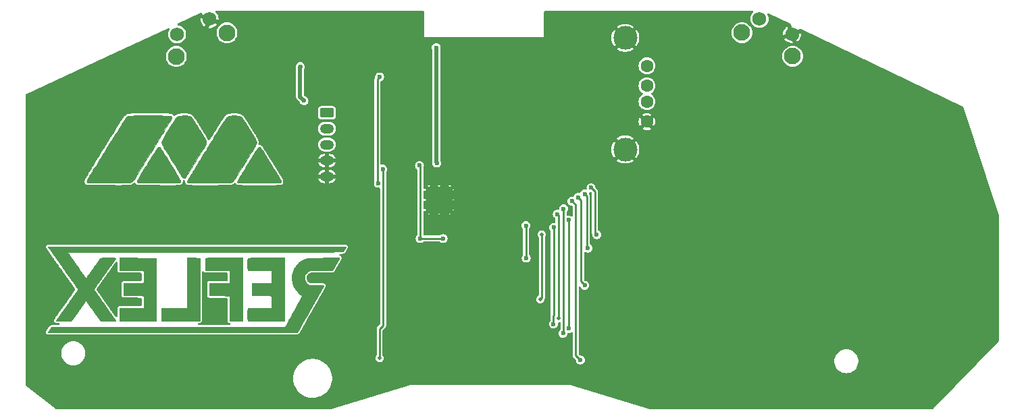
<source format=gbr>
%TF.GenerationSoftware,KiCad,Pcbnew,8.0.0*%
%TF.CreationDate,2024-02-23T16:44:12-07:00*%
%TF.ProjectId,saturn_controller_pcb,73617475-726e-45f6-936f-6e74726f6c6c,4a*%
%TF.SameCoordinates,Original*%
%TF.FileFunction,Copper,L2,Bot*%
%TF.FilePolarity,Positive*%
%FSLAX46Y46*%
G04 Gerber Fmt 4.6, Leading zero omitted, Abs format (unit mm)*
G04 Created by KiCad (PCBNEW 8.0.0) date 2024-02-23 16:44:12*
%MOMM*%
%LPD*%
G01*
G04 APERTURE LIST*
G04 Aperture macros list*
%AMRoundRect*
0 Rectangle with rounded corners*
0 $1 Rounding radius*
0 $2 $3 $4 $5 $6 $7 $8 $9 X,Y pos of 4 corners*
0 Add a 4 corners polygon primitive as box body*
4,1,4,$2,$3,$4,$5,$6,$7,$8,$9,$2,$3,0*
0 Add four circle primitives for the rounded corners*
1,1,$1+$1,$2,$3*
1,1,$1+$1,$4,$5*
1,1,$1+$1,$6,$7*
1,1,$1+$1,$8,$9*
0 Add four rect primitives between the rounded corners*
20,1,$1+$1,$2,$3,$4,$5,0*
20,1,$1+$1,$4,$5,$6,$7,0*
20,1,$1+$1,$6,$7,$8,$9,0*
20,1,$1+$1,$8,$9,$2,$3,0*%
G04 Aperture macros list end*
%TA.AperFunction,EtchedComponent*%
%ADD10C,0.010000*%
%TD*%
%TA.AperFunction,ComponentPad*%
%ADD11C,0.600000*%
%TD*%
%TA.AperFunction,ComponentPad*%
%ADD12C,1.600000*%
%TD*%
%TA.AperFunction,ComponentPad*%
%ADD13C,3.000000*%
%TD*%
%TA.AperFunction,ComponentPad*%
%ADD14C,2.100000*%
%TD*%
%TA.AperFunction,ComponentPad*%
%ADD15C,1.750000*%
%TD*%
%TA.AperFunction,ComponentPad*%
%ADD16RoundRect,0.250000X-0.625000X0.350000X-0.625000X-0.350000X0.625000X-0.350000X0.625000X0.350000X0*%
%TD*%
%TA.AperFunction,ComponentPad*%
%ADD17O,1.750000X1.200000*%
%TD*%
%TA.AperFunction,ViaPad*%
%ADD18C,0.600000*%
%TD*%
%TA.AperFunction,ViaPad*%
%ADD19C,0.508000*%
%TD*%
%TA.AperFunction,Conductor*%
%ADD20C,0.500000*%
%TD*%
%TA.AperFunction,Conductor*%
%ADD21C,0.250000*%
%TD*%
%TA.AperFunction,Conductor*%
%ADD22C,0.152400*%
%TD*%
G04 APERTURE END LIST*
D10*
%TO.C,Ref\u002A\u002A*%
X105849838Y-92132138D02*
X105867100Y-92149345D01*
X105895162Y-92185153D01*
X105934879Y-92240979D01*
X105987185Y-92318294D01*
X106053016Y-92418570D01*
X106133305Y-92543278D01*
X106228989Y-92693890D01*
X106341001Y-92871878D01*
X106470278Y-93078714D01*
X106617753Y-93315868D01*
X106784362Y-93584813D01*
X106971039Y-93887020D01*
X107178720Y-94223961D01*
X107233050Y-94312222D01*
X107397137Y-94579232D01*
X107554761Y-94836390D01*
X107704486Y-95081320D01*
X107844875Y-95311643D01*
X107974492Y-95524982D01*
X108091898Y-95718960D01*
X108195658Y-95891199D01*
X108284334Y-96039322D01*
X108356490Y-96160951D01*
X108410688Y-96253708D01*
X108445493Y-96315218D01*
X108459467Y-96343101D01*
X108463906Y-96359945D01*
X108464920Y-96447787D01*
X108426568Y-96521980D01*
X108350430Y-96579108D01*
X108338237Y-96584406D01*
X108321677Y-96589383D01*
X108299015Y-96593797D01*
X108267986Y-96597675D01*
X108226326Y-96601045D01*
X108171771Y-96603933D01*
X108102055Y-96606367D01*
X108014916Y-96608373D01*
X107908088Y-96609978D01*
X107779306Y-96611211D01*
X107626307Y-96612096D01*
X107446826Y-96612662D01*
X107238598Y-96612935D01*
X106999359Y-96612943D01*
X106726845Y-96612712D01*
X106418791Y-96612270D01*
X106072933Y-96611643D01*
X105687006Y-96610858D01*
X103097642Y-96605419D01*
X103035881Y-96536293D01*
X103007103Y-96499381D01*
X102978357Y-96428725D01*
X102983663Y-96350146D01*
X103022590Y-96254464D01*
X103023437Y-96252845D01*
X103047717Y-96209905D01*
X103091817Y-96135261D01*
X103153989Y-96031739D01*
X103232484Y-95902161D01*
X103325555Y-95749352D01*
X103431452Y-95576137D01*
X103548426Y-95385340D01*
X103674731Y-95179785D01*
X103808615Y-94962296D01*
X103948333Y-94735698D01*
X104092133Y-94502815D01*
X104238269Y-94266472D01*
X104384992Y-94029492D01*
X104530552Y-93794700D01*
X104673203Y-93564920D01*
X104811194Y-93342977D01*
X104942777Y-93131695D01*
X105066204Y-92933897D01*
X105179727Y-92752409D01*
X105281596Y-92590055D01*
X105370064Y-92449659D01*
X105443381Y-92334045D01*
X105499799Y-92246038D01*
X105537570Y-92188462D01*
X105554945Y-92164141D01*
X105585948Y-92136938D01*
X105671280Y-92096573D01*
X105762288Y-92094642D01*
X105849838Y-92132138D01*
%TA.AperFunction,EtchedComponent*%
G36*
X105849838Y-92132138D02*
G01*
X105867100Y-92149345D01*
X105895162Y-92185153D01*
X105934879Y-92240979D01*
X105987185Y-92318294D01*
X106053016Y-92418570D01*
X106133305Y-92543278D01*
X106228989Y-92693890D01*
X106341001Y-92871878D01*
X106470278Y-93078714D01*
X106617753Y-93315868D01*
X106784362Y-93584813D01*
X106971039Y-93887020D01*
X107178720Y-94223961D01*
X107233050Y-94312222D01*
X107397137Y-94579232D01*
X107554761Y-94836390D01*
X107704486Y-95081320D01*
X107844875Y-95311643D01*
X107974492Y-95524982D01*
X108091898Y-95718960D01*
X108195658Y-95891199D01*
X108284334Y-96039322D01*
X108356490Y-96160951D01*
X108410688Y-96253708D01*
X108445493Y-96315218D01*
X108459467Y-96343101D01*
X108463906Y-96359945D01*
X108464920Y-96447787D01*
X108426568Y-96521980D01*
X108350430Y-96579108D01*
X108338237Y-96584406D01*
X108321677Y-96589383D01*
X108299015Y-96593797D01*
X108267986Y-96597675D01*
X108226326Y-96601045D01*
X108171771Y-96603933D01*
X108102055Y-96606367D01*
X108014916Y-96608373D01*
X107908088Y-96609978D01*
X107779306Y-96611211D01*
X107626307Y-96612096D01*
X107446826Y-96612662D01*
X107238598Y-96612935D01*
X106999359Y-96612943D01*
X106726845Y-96612712D01*
X106418791Y-96612270D01*
X106072933Y-96611643D01*
X105687006Y-96610858D01*
X103097642Y-96605419D01*
X103035881Y-96536293D01*
X103007103Y-96499381D01*
X102978357Y-96428725D01*
X102983663Y-96350146D01*
X103022590Y-96254464D01*
X103023437Y-96252845D01*
X103047717Y-96209905D01*
X103091817Y-96135261D01*
X103153989Y-96031739D01*
X103232484Y-95902161D01*
X103325555Y-95749352D01*
X103431452Y-95576137D01*
X103548426Y-95385340D01*
X103674731Y-95179785D01*
X103808615Y-94962296D01*
X103948333Y-94735698D01*
X104092133Y-94502815D01*
X104238269Y-94266472D01*
X104384992Y-94029492D01*
X104530552Y-93794700D01*
X104673203Y-93564920D01*
X104811194Y-93342977D01*
X104942777Y-93131695D01*
X105066204Y-92933897D01*
X105179727Y-92752409D01*
X105281596Y-92590055D01*
X105370064Y-92449659D01*
X105443381Y-92334045D01*
X105499799Y-92246038D01*
X105537570Y-92188462D01*
X105554945Y-92164141D01*
X105585948Y-92136938D01*
X105671280Y-92096573D01*
X105762288Y-92094642D01*
X105849838Y-92132138D01*
G37*
%TD.AperFunction*%
X118413946Y-92112460D02*
X118496106Y-92177801D01*
X118503494Y-92187146D01*
X118534598Y-92232286D01*
X118584909Y-92309145D01*
X118652694Y-92414902D01*
X118736222Y-92546741D01*
X118833760Y-92701840D01*
X118943576Y-92877382D01*
X119063936Y-93070547D01*
X119193108Y-93278516D01*
X119329361Y-93498470D01*
X119470961Y-93727591D01*
X119616176Y-93963058D01*
X119763273Y-94202053D01*
X119910521Y-94441757D01*
X120056186Y-94679351D01*
X120198536Y-94912016D01*
X120335838Y-95136933D01*
X120466361Y-95351282D01*
X120588371Y-95552245D01*
X120700136Y-95737003D01*
X120799924Y-95902736D01*
X120886002Y-96046626D01*
X120956638Y-96165853D01*
X121010099Y-96257599D01*
X121044653Y-96319044D01*
X121058566Y-96347369D01*
X121062719Y-96364265D01*
X121062843Y-96450522D01*
X121023383Y-96521977D01*
X120944192Y-96578927D01*
X120935306Y-96582930D01*
X120919555Y-96588074D01*
X120897988Y-96592658D01*
X120868323Y-96596711D01*
X120828277Y-96600268D01*
X120775567Y-96603361D01*
X120707913Y-96606021D01*
X120623030Y-96608280D01*
X120518637Y-96610172D01*
X120392452Y-96611728D01*
X120242192Y-96612981D01*
X120065575Y-96613963D01*
X119860319Y-96614706D01*
X119624141Y-96615243D01*
X119354759Y-96615605D01*
X119049891Y-96615825D01*
X118707254Y-96615936D01*
X118324566Y-96615969D01*
X118241366Y-96615971D01*
X117860214Y-96616000D01*
X117518699Y-96615987D01*
X117214585Y-96615837D01*
X116945634Y-96615456D01*
X116709609Y-96614751D01*
X116504272Y-96613626D01*
X116327387Y-96611987D01*
X116176715Y-96609739D01*
X116050020Y-96606789D01*
X115945065Y-96603041D01*
X115859611Y-96598401D01*
X115791423Y-96592776D01*
X115738262Y-96586070D01*
X115697892Y-96578189D01*
X115668075Y-96569039D01*
X115646573Y-96558525D01*
X115631150Y-96546553D01*
X115619569Y-96533028D01*
X115609591Y-96517856D01*
X115598981Y-96500943D01*
X115577503Y-96454070D01*
X115575029Y-96370991D01*
X115580684Y-96356979D01*
X115606791Y-96307450D01*
X115652462Y-96226600D01*
X115715981Y-96117230D01*
X115795630Y-95982142D01*
X115889692Y-95824138D01*
X115996448Y-95646019D01*
X116114183Y-95450587D01*
X116241177Y-95240643D01*
X116375714Y-95018989D01*
X116516076Y-94788428D01*
X116660546Y-94551760D01*
X116807407Y-94311787D01*
X116954940Y-94071310D01*
X117101428Y-93833133D01*
X117245155Y-93600055D01*
X117384402Y-93374880D01*
X117517451Y-93160407D01*
X117642587Y-92959440D01*
X117758090Y-92774780D01*
X117862244Y-92609228D01*
X117953331Y-92465587D01*
X118029634Y-92346657D01*
X118089435Y-92255240D01*
X118131017Y-92194139D01*
X118152662Y-92166154D01*
X118238612Y-92107033D01*
X118327086Y-92088836D01*
X118413946Y-92112460D01*
%TA.AperFunction,EtchedComponent*%
G36*
X118413946Y-92112460D02*
G01*
X118496106Y-92177801D01*
X118503494Y-92187146D01*
X118534598Y-92232286D01*
X118584909Y-92309145D01*
X118652694Y-92414902D01*
X118736222Y-92546741D01*
X118833760Y-92701840D01*
X118943576Y-92877382D01*
X119063936Y-93070547D01*
X119193108Y-93278516D01*
X119329361Y-93498470D01*
X119470961Y-93727591D01*
X119616176Y-93963058D01*
X119763273Y-94202053D01*
X119910521Y-94441757D01*
X120056186Y-94679351D01*
X120198536Y-94912016D01*
X120335838Y-95136933D01*
X120466361Y-95351282D01*
X120588371Y-95552245D01*
X120700136Y-95737003D01*
X120799924Y-95902736D01*
X120886002Y-96046626D01*
X120956638Y-96165853D01*
X121010099Y-96257599D01*
X121044653Y-96319044D01*
X121058566Y-96347369D01*
X121062719Y-96364265D01*
X121062843Y-96450522D01*
X121023383Y-96521977D01*
X120944192Y-96578927D01*
X120935306Y-96582930D01*
X120919555Y-96588074D01*
X120897988Y-96592658D01*
X120868323Y-96596711D01*
X120828277Y-96600268D01*
X120775567Y-96603361D01*
X120707913Y-96606021D01*
X120623030Y-96608280D01*
X120518637Y-96610172D01*
X120392452Y-96611728D01*
X120242192Y-96612981D01*
X120065575Y-96613963D01*
X119860319Y-96614706D01*
X119624141Y-96615243D01*
X119354759Y-96615605D01*
X119049891Y-96615825D01*
X118707254Y-96615936D01*
X118324566Y-96615969D01*
X118241366Y-96615971D01*
X117860214Y-96616000D01*
X117518699Y-96615987D01*
X117214585Y-96615837D01*
X116945634Y-96615456D01*
X116709609Y-96614751D01*
X116504272Y-96613626D01*
X116327387Y-96611987D01*
X116176715Y-96609739D01*
X116050020Y-96606789D01*
X115945065Y-96603041D01*
X115859611Y-96598401D01*
X115791423Y-96592776D01*
X115738262Y-96586070D01*
X115697892Y-96578189D01*
X115668075Y-96569039D01*
X115646573Y-96558525D01*
X115631150Y-96546553D01*
X115619569Y-96533028D01*
X115609591Y-96517856D01*
X115598981Y-96500943D01*
X115577503Y-96454070D01*
X115575029Y-96370991D01*
X115580684Y-96356979D01*
X115606791Y-96307450D01*
X115652462Y-96226600D01*
X115715981Y-96117230D01*
X115795630Y-95982142D01*
X115889692Y-95824138D01*
X115996448Y-95646019D01*
X116114183Y-95450587D01*
X116241177Y-95240643D01*
X116375714Y-95018989D01*
X116516076Y-94788428D01*
X116660546Y-94551760D01*
X116807407Y-94311787D01*
X116954940Y-94071310D01*
X117101428Y-93833133D01*
X117245155Y-93600055D01*
X117384402Y-93374880D01*
X117517451Y-93160407D01*
X117642587Y-92959440D01*
X117758090Y-92774780D01*
X117862244Y-92609228D01*
X117953331Y-92465587D01*
X118029634Y-92346657D01*
X118089435Y-92255240D01*
X118131017Y-92194139D01*
X118152662Y-92166154D01*
X118238612Y-92107033D01*
X118327086Y-92088836D01*
X118413946Y-92112460D01*
G37*
%TD.AperFunction*%
X103887748Y-88150486D02*
X104236023Y-88150694D01*
X104624276Y-88150962D01*
X104700863Y-88151015D01*
X105099931Y-88151427D01*
X105458634Y-88152051D01*
X105778639Y-88152904D01*
X106061615Y-88154003D01*
X106309227Y-88155366D01*
X106523143Y-88157010D01*
X106705029Y-88158952D01*
X106856554Y-88161210D01*
X106979383Y-88163800D01*
X107075185Y-88166740D01*
X107145625Y-88170047D01*
X107192372Y-88173739D01*
X107217092Y-88177833D01*
X107264111Y-88197094D01*
X107331571Y-88253688D01*
X107365288Y-88330247D01*
X107361204Y-88419958D01*
X107357281Y-88428129D01*
X107333530Y-88470025D01*
X107289442Y-88544863D01*
X107226254Y-88650629D01*
X107145200Y-88785310D01*
X107047518Y-88946892D01*
X106934443Y-89133361D01*
X106807211Y-89342704D01*
X106667058Y-89572906D01*
X106515221Y-89821955D01*
X106352934Y-90087836D01*
X106181434Y-90368536D01*
X106001958Y-90662041D01*
X105815740Y-90966338D01*
X105624018Y-91279412D01*
X105428026Y-91599250D01*
X105229001Y-91923839D01*
X105028179Y-92251164D01*
X104826796Y-92579213D01*
X104626088Y-92905970D01*
X104427290Y-93229424D01*
X104231640Y-93547559D01*
X104040372Y-93858362D01*
X103854723Y-94159820D01*
X103675928Y-94449919D01*
X103505225Y-94726645D01*
X103343848Y-94987984D01*
X103193033Y-95231924D01*
X103054017Y-95456449D01*
X102928036Y-95659547D01*
X102816326Y-95839203D01*
X102720122Y-95993405D01*
X102640660Y-96120138D01*
X102579177Y-96217388D01*
X102536909Y-96283143D01*
X102515090Y-96315388D01*
X102445872Y-96386840D01*
X102345906Y-96460975D01*
X102230673Y-96526352D01*
X102113571Y-96574333D01*
X102107878Y-96576128D01*
X102087675Y-96581846D01*
X102064535Y-96586950D01*
X102036139Y-96591470D01*
X102000172Y-96595435D01*
X101954315Y-96598877D01*
X101896250Y-96601825D01*
X101823661Y-96604309D01*
X101734231Y-96606360D01*
X101625641Y-96608008D01*
X101495574Y-96609284D01*
X101341713Y-96610217D01*
X101161741Y-96610838D01*
X100953340Y-96611177D01*
X100714193Y-96611264D01*
X100441982Y-96611130D01*
X100134390Y-96610804D01*
X99789100Y-96610318D01*
X99403794Y-96609701D01*
X96817717Y-96605419D01*
X96757960Y-96560955D01*
X96707733Y-96499295D01*
X96688013Y-96416012D01*
X96699715Y-96319510D01*
X96743181Y-96217768D01*
X96755816Y-96196843D01*
X96790376Y-96140259D01*
X96845194Y-96050804D01*
X96919212Y-95930194D01*
X97011374Y-95780147D01*
X97120624Y-95602380D01*
X97245906Y-95398610D01*
X97386162Y-95170555D01*
X97540337Y-94919933D01*
X97707373Y-94648459D01*
X97886215Y-94357853D01*
X98075807Y-94049830D01*
X98275091Y-93726109D01*
X98483011Y-93388407D01*
X98698510Y-93038441D01*
X98920533Y-92677928D01*
X99148023Y-92308585D01*
X99393907Y-91909628D01*
X99641081Y-91509051D01*
X99877186Y-91126906D01*
X100101433Y-90764454D01*
X100313035Y-90422959D01*
X100511203Y-90103682D01*
X100695150Y-89807887D01*
X100864088Y-89536835D01*
X101017228Y-89291790D01*
X101153784Y-89074013D01*
X101272966Y-88884768D01*
X101373987Y-88725317D01*
X101456060Y-88596921D01*
X101518395Y-88500845D01*
X101560206Y-88438350D01*
X101580704Y-88410699D01*
X101613592Y-88379572D01*
X101691269Y-88317245D01*
X101766287Y-88268521D01*
X101768283Y-88267433D01*
X101799956Y-88249993D01*
X101829186Y-88234357D01*
X101858332Y-88220429D01*
X101889748Y-88208111D01*
X101925793Y-88197307D01*
X101968822Y-88187920D01*
X102021191Y-88179852D01*
X102085258Y-88173007D01*
X102163380Y-88167288D01*
X102257912Y-88162598D01*
X102371211Y-88158840D01*
X102505635Y-88155917D01*
X102663539Y-88153732D01*
X102847280Y-88152188D01*
X103059215Y-88151188D01*
X103301700Y-88150636D01*
X103577092Y-88150434D01*
X103887748Y-88150486D01*
%TA.AperFunction,EtchedComponent*%
G36*
X103887748Y-88150486D02*
G01*
X104236023Y-88150694D01*
X104624276Y-88150962D01*
X104700863Y-88151015D01*
X105099931Y-88151427D01*
X105458634Y-88152051D01*
X105778639Y-88152904D01*
X106061615Y-88154003D01*
X106309227Y-88155366D01*
X106523143Y-88157010D01*
X106705029Y-88158952D01*
X106856554Y-88161210D01*
X106979383Y-88163800D01*
X107075185Y-88166740D01*
X107145625Y-88170047D01*
X107192372Y-88173739D01*
X107217092Y-88177833D01*
X107264111Y-88197094D01*
X107331571Y-88253688D01*
X107365288Y-88330247D01*
X107361204Y-88419958D01*
X107357281Y-88428129D01*
X107333530Y-88470025D01*
X107289442Y-88544863D01*
X107226254Y-88650629D01*
X107145200Y-88785310D01*
X107047518Y-88946892D01*
X106934443Y-89133361D01*
X106807211Y-89342704D01*
X106667058Y-89572906D01*
X106515221Y-89821955D01*
X106352934Y-90087836D01*
X106181434Y-90368536D01*
X106001958Y-90662041D01*
X105815740Y-90966338D01*
X105624018Y-91279412D01*
X105428026Y-91599250D01*
X105229001Y-91923839D01*
X105028179Y-92251164D01*
X104826796Y-92579213D01*
X104626088Y-92905970D01*
X104427290Y-93229424D01*
X104231640Y-93547559D01*
X104040372Y-93858362D01*
X103854723Y-94159820D01*
X103675928Y-94449919D01*
X103505225Y-94726645D01*
X103343848Y-94987984D01*
X103193033Y-95231924D01*
X103054017Y-95456449D01*
X102928036Y-95659547D01*
X102816326Y-95839203D01*
X102720122Y-95993405D01*
X102640660Y-96120138D01*
X102579177Y-96217388D01*
X102536909Y-96283143D01*
X102515090Y-96315388D01*
X102445872Y-96386840D01*
X102345906Y-96460975D01*
X102230673Y-96526352D01*
X102113571Y-96574333D01*
X102107878Y-96576128D01*
X102087675Y-96581846D01*
X102064535Y-96586950D01*
X102036139Y-96591470D01*
X102000172Y-96595435D01*
X101954315Y-96598877D01*
X101896250Y-96601825D01*
X101823661Y-96604309D01*
X101734231Y-96606360D01*
X101625641Y-96608008D01*
X101495574Y-96609284D01*
X101341713Y-96610217D01*
X101161741Y-96610838D01*
X100953340Y-96611177D01*
X100714193Y-96611264D01*
X100441982Y-96611130D01*
X100134390Y-96610804D01*
X99789100Y-96610318D01*
X99403794Y-96609701D01*
X96817717Y-96605419D01*
X96757960Y-96560955D01*
X96707733Y-96499295D01*
X96688013Y-96416012D01*
X96699715Y-96319510D01*
X96743181Y-96217768D01*
X96755816Y-96196843D01*
X96790376Y-96140259D01*
X96845194Y-96050804D01*
X96919212Y-95930194D01*
X97011374Y-95780147D01*
X97120624Y-95602380D01*
X97245906Y-95398610D01*
X97386162Y-95170555D01*
X97540337Y-94919933D01*
X97707373Y-94648459D01*
X97886215Y-94357853D01*
X98075807Y-94049830D01*
X98275091Y-93726109D01*
X98483011Y-93388407D01*
X98698510Y-93038441D01*
X98920533Y-92677928D01*
X99148023Y-92308585D01*
X99393907Y-91909628D01*
X99641081Y-91509051D01*
X99877186Y-91126906D01*
X100101433Y-90764454D01*
X100313035Y-90422959D01*
X100511203Y-90103682D01*
X100695150Y-89807887D01*
X100864088Y-89536835D01*
X101017228Y-89291790D01*
X101153784Y-89074013D01*
X101272966Y-88884768D01*
X101373987Y-88725317D01*
X101456060Y-88596921D01*
X101518395Y-88500845D01*
X101560206Y-88438350D01*
X101580704Y-88410699D01*
X101613592Y-88379572D01*
X101691269Y-88317245D01*
X101766287Y-88268521D01*
X101768283Y-88267433D01*
X101799956Y-88249993D01*
X101829186Y-88234357D01*
X101858332Y-88220429D01*
X101889748Y-88208111D01*
X101925793Y-88197307D01*
X101968822Y-88187920D01*
X102021191Y-88179852D01*
X102085258Y-88173007D01*
X102163380Y-88167288D01*
X102257912Y-88162598D01*
X102371211Y-88158840D01*
X102505635Y-88155917D01*
X102663539Y-88153732D01*
X102847280Y-88152188D01*
X103059215Y-88151188D01*
X103301700Y-88150636D01*
X103577092Y-88150434D01*
X103887748Y-88150486D01*
G37*
%TD.AperFunction*%
X109206634Y-88154701D02*
X109321517Y-88161962D01*
X109416051Y-88174239D01*
X109496454Y-88192217D01*
X109568948Y-88216578D01*
X109639752Y-88248006D01*
X109667630Y-88261977D01*
X109707723Y-88284220D01*
X109746235Y-88309705D01*
X109784980Y-88340963D01*
X109825777Y-88380524D01*
X109870441Y-88430922D01*
X109920788Y-88494686D01*
X109978636Y-88574348D01*
X110045801Y-88672440D01*
X110124100Y-88791492D01*
X110215349Y-88934035D01*
X110321364Y-89102602D01*
X110443962Y-89299723D01*
X110584960Y-89527929D01*
X110746173Y-89789752D01*
X110846445Y-89952849D01*
X110974732Y-90161818D01*
X111096095Y-90359845D01*
X111208622Y-90543792D01*
X111310401Y-90710524D01*
X111399520Y-90856903D01*
X111474069Y-90979794D01*
X111532135Y-91076059D01*
X111571806Y-91142563D01*
X111591172Y-91176169D01*
X111607837Y-91209595D01*
X111625502Y-91257720D01*
X111635829Y-91313383D01*
X111640668Y-91388171D01*
X111641870Y-91493669D01*
X111641565Y-91552647D01*
X111638538Y-91642105D01*
X111630863Y-91706315D01*
X111616825Y-91756559D01*
X111594711Y-91804120D01*
X111593569Y-91806244D01*
X111564919Y-91856615D01*
X111516803Y-91938015D01*
X111450957Y-92047650D01*
X111369115Y-92182722D01*
X111273010Y-92340437D01*
X111164378Y-92517998D01*
X111044953Y-92712609D01*
X110916468Y-92921476D01*
X110780659Y-93141800D01*
X110639259Y-93370788D01*
X110494003Y-93605643D01*
X110346625Y-93843569D01*
X110198859Y-94081770D01*
X110052441Y-94317451D01*
X109909103Y-94547815D01*
X109770581Y-94770067D01*
X109638608Y-94981410D01*
X109514919Y-95179050D01*
X109401248Y-95360190D01*
X109299330Y-95522033D01*
X109210899Y-95661786D01*
X109137689Y-95776650D01*
X109081435Y-95863831D01*
X109043870Y-95920533D01*
X109026729Y-95943960D01*
X109024374Y-95946103D01*
X108943185Y-95992443D01*
X108849964Y-96000812D01*
X108752669Y-95970443D01*
X108745334Y-95966683D01*
X108736219Y-95961476D01*
X108726435Y-95954208D01*
X108714850Y-95943091D01*
X108700330Y-95926336D01*
X108681740Y-95902155D01*
X108657947Y-95868759D01*
X108627818Y-95824360D01*
X108590219Y-95767169D01*
X108544017Y-95695399D01*
X108488077Y-95607260D01*
X108421266Y-95500964D01*
X108342451Y-95374723D01*
X108250498Y-95226749D01*
X108144273Y-95055252D01*
X108022643Y-94858445D01*
X107884474Y-94634539D01*
X107728632Y-94381745D01*
X107553984Y-94098276D01*
X107359397Y-93782343D01*
X107143735Y-93432157D01*
X107059011Y-93294567D01*
X106891784Y-93022771D01*
X106744884Y-92783459D01*
X106616996Y-92574221D01*
X106506802Y-92392645D01*
X106412988Y-92236319D01*
X106334236Y-92102833D01*
X106269231Y-91989774D01*
X106216656Y-91894733D01*
X106175196Y-91815298D01*
X106143534Y-91749057D01*
X106120355Y-91693599D01*
X106104341Y-91646514D01*
X106094176Y-91605389D01*
X106088546Y-91567814D01*
X106086132Y-91531378D01*
X106085620Y-91493669D01*
X106085621Y-91492785D01*
X106086304Y-91451685D01*
X106089274Y-91412009D01*
X106095958Y-91371083D01*
X106107785Y-91326237D01*
X106126186Y-91274797D01*
X106152588Y-91214092D01*
X106188422Y-91141448D01*
X106235115Y-91054195D01*
X106294098Y-90949659D01*
X106366799Y-90825169D01*
X106454647Y-90678052D01*
X106559072Y-90505636D01*
X106681502Y-90305249D01*
X106823366Y-90074217D01*
X106986095Y-89809870D01*
X107096131Y-89631300D01*
X107240492Y-89397370D01*
X107365571Y-89195293D01*
X107473033Y-89022532D01*
X107564546Y-88876547D01*
X107641775Y-88754802D01*
X107706387Y-88654759D01*
X107760048Y-88573878D01*
X107804426Y-88509623D01*
X107841186Y-88459454D01*
X107871996Y-88420834D01*
X107898521Y-88391226D01*
X107922428Y-88368090D01*
X107945383Y-88348889D01*
X107968870Y-88330631D01*
X108038773Y-88279786D01*
X108104593Y-88240239D01*
X108172960Y-88210453D01*
X108250505Y-88188889D01*
X108343859Y-88174008D01*
X108459651Y-88164274D01*
X108604513Y-88158146D01*
X108785074Y-88154088D01*
X108890933Y-88152493D01*
X109065179Y-88151772D01*
X109206634Y-88154701D01*
%TA.AperFunction,EtchedComponent*%
G36*
X109206634Y-88154701D02*
G01*
X109321517Y-88161962D01*
X109416051Y-88174239D01*
X109496454Y-88192217D01*
X109568948Y-88216578D01*
X109639752Y-88248006D01*
X109667630Y-88261977D01*
X109707723Y-88284220D01*
X109746235Y-88309705D01*
X109784980Y-88340963D01*
X109825777Y-88380524D01*
X109870441Y-88430922D01*
X109920788Y-88494686D01*
X109978636Y-88574348D01*
X110045801Y-88672440D01*
X110124100Y-88791492D01*
X110215349Y-88934035D01*
X110321364Y-89102602D01*
X110443962Y-89299723D01*
X110584960Y-89527929D01*
X110746173Y-89789752D01*
X110846445Y-89952849D01*
X110974732Y-90161818D01*
X111096095Y-90359845D01*
X111208622Y-90543792D01*
X111310401Y-90710524D01*
X111399520Y-90856903D01*
X111474069Y-90979794D01*
X111532135Y-91076059D01*
X111571806Y-91142563D01*
X111591172Y-91176169D01*
X111607837Y-91209595D01*
X111625502Y-91257720D01*
X111635829Y-91313383D01*
X111640668Y-91388171D01*
X111641870Y-91493669D01*
X111641565Y-91552647D01*
X111638538Y-91642105D01*
X111630863Y-91706315D01*
X111616825Y-91756559D01*
X111594711Y-91804120D01*
X111593569Y-91806244D01*
X111564919Y-91856615D01*
X111516803Y-91938015D01*
X111450957Y-92047650D01*
X111369115Y-92182722D01*
X111273010Y-92340437D01*
X111164378Y-92517998D01*
X111044953Y-92712609D01*
X110916468Y-92921476D01*
X110780659Y-93141800D01*
X110639259Y-93370788D01*
X110494003Y-93605643D01*
X110346625Y-93843569D01*
X110198859Y-94081770D01*
X110052441Y-94317451D01*
X109909103Y-94547815D01*
X109770581Y-94770067D01*
X109638608Y-94981410D01*
X109514919Y-95179050D01*
X109401248Y-95360190D01*
X109299330Y-95522033D01*
X109210899Y-95661786D01*
X109137689Y-95776650D01*
X109081435Y-95863831D01*
X109043870Y-95920533D01*
X109026729Y-95943960D01*
X109024374Y-95946103D01*
X108943185Y-95992443D01*
X108849964Y-96000812D01*
X108752669Y-95970443D01*
X108745334Y-95966683D01*
X108736219Y-95961476D01*
X108726435Y-95954208D01*
X108714850Y-95943091D01*
X108700330Y-95926336D01*
X108681740Y-95902155D01*
X108657947Y-95868759D01*
X108627818Y-95824360D01*
X108590219Y-95767169D01*
X108544017Y-95695399D01*
X108488077Y-95607260D01*
X108421266Y-95500964D01*
X108342451Y-95374723D01*
X108250498Y-95226749D01*
X108144273Y-95055252D01*
X108022643Y-94858445D01*
X107884474Y-94634539D01*
X107728632Y-94381745D01*
X107553984Y-94098276D01*
X107359397Y-93782343D01*
X107143735Y-93432157D01*
X107059011Y-93294567D01*
X106891784Y-93022771D01*
X106744884Y-92783459D01*
X106616996Y-92574221D01*
X106506802Y-92392645D01*
X106412988Y-92236319D01*
X106334236Y-92102833D01*
X106269231Y-91989774D01*
X106216656Y-91894733D01*
X106175196Y-91815298D01*
X106143534Y-91749057D01*
X106120355Y-91693599D01*
X106104341Y-91646514D01*
X106094176Y-91605389D01*
X106088546Y-91567814D01*
X106086132Y-91531378D01*
X106085620Y-91493669D01*
X106085621Y-91492785D01*
X106086304Y-91451685D01*
X106089274Y-91412009D01*
X106095958Y-91371083D01*
X106107785Y-91326237D01*
X106126186Y-91274797D01*
X106152588Y-91214092D01*
X106188422Y-91141448D01*
X106235115Y-91054195D01*
X106294098Y-90949659D01*
X106366799Y-90825169D01*
X106454647Y-90678052D01*
X106559072Y-90505636D01*
X106681502Y-90305249D01*
X106823366Y-90074217D01*
X106986095Y-89809870D01*
X107096131Y-89631300D01*
X107240492Y-89397370D01*
X107365571Y-89195293D01*
X107473033Y-89022532D01*
X107564546Y-88876547D01*
X107641775Y-88754802D01*
X107706387Y-88654759D01*
X107760048Y-88573878D01*
X107804426Y-88509623D01*
X107841186Y-88459454D01*
X107871996Y-88420834D01*
X107898521Y-88391226D01*
X107922428Y-88368090D01*
X107945383Y-88348889D01*
X107968870Y-88330631D01*
X108038773Y-88279786D01*
X108104593Y-88240239D01*
X108172960Y-88210453D01*
X108250505Y-88188889D01*
X108343859Y-88174008D01*
X108459651Y-88164274D01*
X108604513Y-88158146D01*
X108785074Y-88154088D01*
X108890933Y-88152493D01*
X109065179Y-88151772D01*
X109206634Y-88154701D01*
G37*
%TD.AperFunction*%
X115301192Y-88150845D02*
X115439107Y-88153654D01*
X115560789Y-88158322D01*
X115657550Y-88164828D01*
X115720704Y-88173153D01*
X115782091Y-88189067D01*
X115920331Y-88242767D01*
X116050644Y-88315282D01*
X116155833Y-88397734D01*
X116164472Y-88407506D01*
X116199540Y-88455106D01*
X116254373Y-88535633D01*
X116327493Y-88646770D01*
X116417421Y-88786200D01*
X116522679Y-88951605D01*
X116641789Y-89140669D01*
X116773272Y-89351074D01*
X116915650Y-89580504D01*
X117067445Y-89826641D01*
X117191973Y-90029263D01*
X117338156Y-90267634D01*
X117464558Y-90474719D01*
X117572612Y-90653196D01*
X117663751Y-90805740D01*
X117739408Y-90935027D01*
X117801018Y-91043734D01*
X117850011Y-91134538D01*
X117887823Y-91210114D01*
X117915885Y-91273139D01*
X117935632Y-91326289D01*
X117948495Y-91372241D01*
X117955909Y-91413671D01*
X117959307Y-91453254D01*
X117960120Y-91493669D01*
X117960075Y-91507091D01*
X117959227Y-91537867D01*
X117956428Y-91568771D01*
X117950554Y-91601799D01*
X117940480Y-91638947D01*
X117925081Y-91682211D01*
X117903231Y-91733584D01*
X117873806Y-91795064D01*
X117835680Y-91868644D01*
X117787730Y-91956321D01*
X117728829Y-92060090D01*
X117657853Y-92181946D01*
X117573677Y-92323885D01*
X117475175Y-92487902D01*
X117361224Y-92675992D01*
X117230697Y-92890150D01*
X117082471Y-93132373D01*
X116915419Y-93404654D01*
X116728417Y-93708991D01*
X116520340Y-94047377D01*
X116498526Y-94082844D01*
X116278940Y-94439526D01*
X116080362Y-94761406D01*
X115901972Y-95049783D01*
X115742948Y-95305956D01*
X115602470Y-95531223D01*
X115479715Y-95726885D01*
X115373863Y-95894240D01*
X115284092Y-96034586D01*
X115209581Y-96149224D01*
X115149508Y-96239453D01*
X115103053Y-96306570D01*
X115069394Y-96351876D01*
X115047709Y-96376670D01*
X114991315Y-96423811D01*
X114880622Y-96496965D01*
X114761638Y-96557470D01*
X114652164Y-96595478D01*
X114634554Y-96597005D01*
X114575729Y-96599059D01*
X114479196Y-96601057D01*
X114347625Y-96602980D01*
X114183686Y-96604809D01*
X113990052Y-96606527D01*
X113769393Y-96608113D01*
X113524379Y-96609549D01*
X113257683Y-96610818D01*
X112971974Y-96611899D01*
X112669923Y-96612775D01*
X112354203Y-96613427D01*
X112027482Y-96613835D01*
X112007172Y-96613852D01*
X111618354Y-96614193D01*
X111269541Y-96614457D01*
X110958515Y-96614562D01*
X110683057Y-96614422D01*
X110440948Y-96613953D01*
X110229971Y-96613069D01*
X110047906Y-96611685D01*
X109892535Y-96609718D01*
X109761641Y-96607082D01*
X109653003Y-96603693D01*
X109564404Y-96599465D01*
X109493625Y-96594315D01*
X109438449Y-96588156D01*
X109396655Y-96580905D01*
X109366026Y-96572476D01*
X109344343Y-96562786D01*
X109329388Y-96551748D01*
X109318943Y-96539278D01*
X109310788Y-96525292D01*
X109302706Y-96509705D01*
X109297961Y-96501157D01*
X109290494Y-96487866D01*
X109284302Y-96474522D01*
X109280222Y-96459683D01*
X109279090Y-96441910D01*
X109281740Y-96419763D01*
X109289010Y-96391800D01*
X109301735Y-96356581D01*
X109320751Y-96312667D01*
X109346893Y-96258616D01*
X109380998Y-96192989D01*
X109423902Y-96114346D01*
X109476440Y-96021245D01*
X109539449Y-95912246D01*
X109613764Y-95785910D01*
X109700222Y-95640796D01*
X109799657Y-95475463D01*
X109912907Y-95288472D01*
X110040806Y-95078382D01*
X110184191Y-94843752D01*
X110343898Y-94583142D01*
X110520762Y-94295112D01*
X110715621Y-93978222D01*
X110929308Y-93631032D01*
X111162661Y-93252100D01*
X111416515Y-92839987D01*
X111691706Y-92393252D01*
X111715445Y-92354715D01*
X111975908Y-91932153D01*
X112225736Y-91527322D01*
X112464165Y-91141447D01*
X112690431Y-90775754D01*
X112903769Y-90431467D01*
X113103414Y-90109812D01*
X113288603Y-89812013D01*
X113458571Y-89539295D01*
X113612554Y-89292884D01*
X113749787Y-89074005D01*
X113869506Y-88883882D01*
X113970947Y-88723740D01*
X114053345Y-88594806D01*
X114115935Y-88498302D01*
X114157955Y-88435456D01*
X114178638Y-88407491D01*
X114233317Y-88357913D01*
X114355354Y-88276262D01*
X114494473Y-88211036D01*
X114634551Y-88170614D01*
X114672182Y-88165397D01*
X114760951Y-88158606D01*
X114876924Y-88153776D01*
X115011413Y-88150886D01*
X115155732Y-88149916D01*
X115301192Y-88150845D01*
%TA.AperFunction,EtchedComponent*%
G36*
X115301192Y-88150845D02*
G01*
X115439107Y-88153654D01*
X115560789Y-88158322D01*
X115657550Y-88164828D01*
X115720704Y-88173153D01*
X115782091Y-88189067D01*
X115920331Y-88242767D01*
X116050644Y-88315282D01*
X116155833Y-88397734D01*
X116164472Y-88407506D01*
X116199540Y-88455106D01*
X116254373Y-88535633D01*
X116327493Y-88646770D01*
X116417421Y-88786200D01*
X116522679Y-88951605D01*
X116641789Y-89140669D01*
X116773272Y-89351074D01*
X116915650Y-89580504D01*
X117067445Y-89826641D01*
X117191973Y-90029263D01*
X117338156Y-90267634D01*
X117464558Y-90474719D01*
X117572612Y-90653196D01*
X117663751Y-90805740D01*
X117739408Y-90935027D01*
X117801018Y-91043734D01*
X117850011Y-91134538D01*
X117887823Y-91210114D01*
X117915885Y-91273139D01*
X117935632Y-91326289D01*
X117948495Y-91372241D01*
X117955909Y-91413671D01*
X117959307Y-91453254D01*
X117960120Y-91493669D01*
X117960075Y-91507091D01*
X117959227Y-91537867D01*
X117956428Y-91568771D01*
X117950554Y-91601799D01*
X117940480Y-91638947D01*
X117925081Y-91682211D01*
X117903231Y-91733584D01*
X117873806Y-91795064D01*
X117835680Y-91868644D01*
X117787730Y-91956321D01*
X117728829Y-92060090D01*
X117657853Y-92181946D01*
X117573677Y-92323885D01*
X117475175Y-92487902D01*
X117361224Y-92675992D01*
X117230697Y-92890150D01*
X117082471Y-93132373D01*
X116915419Y-93404654D01*
X116728417Y-93708991D01*
X116520340Y-94047377D01*
X116498526Y-94082844D01*
X116278940Y-94439526D01*
X116080362Y-94761406D01*
X115901972Y-95049783D01*
X115742948Y-95305956D01*
X115602470Y-95531223D01*
X115479715Y-95726885D01*
X115373863Y-95894240D01*
X115284092Y-96034586D01*
X115209581Y-96149224D01*
X115149508Y-96239453D01*
X115103053Y-96306570D01*
X115069394Y-96351876D01*
X115047709Y-96376670D01*
X114991315Y-96423811D01*
X114880622Y-96496965D01*
X114761638Y-96557470D01*
X114652164Y-96595478D01*
X114634554Y-96597005D01*
X114575729Y-96599059D01*
X114479196Y-96601057D01*
X114347625Y-96602980D01*
X114183686Y-96604809D01*
X113990052Y-96606527D01*
X113769393Y-96608113D01*
X113524379Y-96609549D01*
X113257683Y-96610818D01*
X112971974Y-96611899D01*
X112669923Y-96612775D01*
X112354203Y-96613427D01*
X112027482Y-96613835D01*
X112007172Y-96613852D01*
X111618354Y-96614193D01*
X111269541Y-96614457D01*
X110958515Y-96614562D01*
X110683057Y-96614422D01*
X110440948Y-96613953D01*
X110229971Y-96613069D01*
X110047906Y-96611685D01*
X109892535Y-96609718D01*
X109761641Y-96607082D01*
X109653003Y-96603693D01*
X109564404Y-96599465D01*
X109493625Y-96594315D01*
X109438449Y-96588156D01*
X109396655Y-96580905D01*
X109366026Y-96572476D01*
X109344343Y-96562786D01*
X109329388Y-96551748D01*
X109318943Y-96539278D01*
X109310788Y-96525292D01*
X109302706Y-96509705D01*
X109297961Y-96501157D01*
X109290494Y-96487866D01*
X109284302Y-96474522D01*
X109280222Y-96459683D01*
X109279090Y-96441910D01*
X109281740Y-96419763D01*
X109289010Y-96391800D01*
X109301735Y-96356581D01*
X109320751Y-96312667D01*
X109346893Y-96258616D01*
X109380998Y-96192989D01*
X109423902Y-96114346D01*
X109476440Y-96021245D01*
X109539449Y-95912246D01*
X109613764Y-95785910D01*
X109700222Y-95640796D01*
X109799657Y-95475463D01*
X109912907Y-95288472D01*
X110040806Y-95078382D01*
X110184191Y-94843752D01*
X110343898Y-94583142D01*
X110520762Y-94295112D01*
X110715621Y-93978222D01*
X110929308Y-93631032D01*
X111162661Y-93252100D01*
X111416515Y-92839987D01*
X111691706Y-92393252D01*
X111715445Y-92354715D01*
X111975908Y-91932153D01*
X112225736Y-91527322D01*
X112464165Y-91141447D01*
X112690431Y-90775754D01*
X112903769Y-90431467D01*
X113103414Y-90109812D01*
X113288603Y-89812013D01*
X113458571Y-89539295D01*
X113612554Y-89292884D01*
X113749787Y-89074005D01*
X113869506Y-88883882D01*
X113970947Y-88723740D01*
X114053345Y-88594806D01*
X114115935Y-88498302D01*
X114157955Y-88435456D01*
X114178638Y-88407491D01*
X114233317Y-88357913D01*
X114355354Y-88276262D01*
X114494473Y-88211036D01*
X114634551Y-88170614D01*
X114672182Y-88165397D01*
X114760951Y-88158606D01*
X114876924Y-88153776D01*
X115011413Y-88150886D01*
X115155732Y-88149916D01*
X115301192Y-88150845D01*
G37*
%TD.AperFunction*%
X116187520Y-113928693D02*
X115409645Y-113923141D01*
X114631770Y-113917588D01*
X114621187Y-112340672D01*
X114610604Y-110763755D01*
X113324729Y-110758299D01*
X112038854Y-110752844D01*
X112038854Y-109186838D01*
X113303562Y-109186514D01*
X113522674Y-109186202D01*
X113738904Y-109185369D01*
X113939192Y-109184066D01*
X114119767Y-109182345D01*
X114276859Y-109180256D01*
X114406698Y-109177848D01*
X114505514Y-109175174D01*
X114569537Y-109172282D01*
X114594997Y-109169224D01*
X114601014Y-109159578D01*
X114607015Y-109130873D01*
X114611583Y-109080366D01*
X114614812Y-109004637D01*
X114616792Y-108900265D01*
X114617617Y-108763830D01*
X114617376Y-108591912D01*
X114616164Y-108381090D01*
X114610604Y-107609922D01*
X113087766Y-107604489D01*
X112798649Y-107603321D01*
X112532293Y-107601906D01*
X112303658Y-107600256D01*
X112110374Y-107598323D01*
X111950072Y-107596056D01*
X111820383Y-107593409D01*
X111718938Y-107590331D01*
X111643368Y-107586774D01*
X111591304Y-107582688D01*
X111560376Y-107578026D01*
X111548215Y-107572739D01*
X111547528Y-107571049D01*
X111543726Y-107537845D01*
X111540396Y-107469246D01*
X111537557Y-107371185D01*
X111535226Y-107249598D01*
X111533420Y-107110419D01*
X111532157Y-106959582D01*
X111531454Y-106803021D01*
X111531330Y-106646671D01*
X111531800Y-106496466D01*
X111532884Y-106358340D01*
X111534599Y-106238228D01*
X111536962Y-106142065D01*
X111539990Y-106075784D01*
X111543702Y-106045319D01*
X111544454Y-106043850D01*
X111551078Y-106038731D01*
X111565459Y-106034182D01*
X111589900Y-106030170D01*
X111626707Y-106026663D01*
X111678186Y-106023626D01*
X111746641Y-106021028D01*
X111834378Y-106018835D01*
X111943702Y-106017013D01*
X112076917Y-106015529D01*
X112236330Y-106014351D01*
X112424245Y-106013445D01*
X112642967Y-106012778D01*
X112894803Y-106012317D01*
X113182055Y-106012029D01*
X113507031Y-106011880D01*
X113872035Y-106011838D01*
X116187520Y-106011838D01*
X116187520Y-113928693D01*
%TA.AperFunction,EtchedComponent*%
G36*
X116187520Y-113928693D02*
G01*
X115409645Y-113923141D01*
X114631770Y-113917588D01*
X114621187Y-112340672D01*
X114610604Y-110763755D01*
X113324729Y-110758299D01*
X112038854Y-110752844D01*
X112038854Y-109186838D01*
X113303562Y-109186514D01*
X113522674Y-109186202D01*
X113738904Y-109185369D01*
X113939192Y-109184066D01*
X114119767Y-109182345D01*
X114276859Y-109180256D01*
X114406698Y-109177848D01*
X114505514Y-109175174D01*
X114569537Y-109172282D01*
X114594997Y-109169224D01*
X114601014Y-109159578D01*
X114607015Y-109130873D01*
X114611583Y-109080366D01*
X114614812Y-109004637D01*
X114616792Y-108900265D01*
X114617617Y-108763830D01*
X114617376Y-108591912D01*
X114616164Y-108381090D01*
X114610604Y-107609922D01*
X113087766Y-107604489D01*
X112798649Y-107603321D01*
X112532293Y-107601906D01*
X112303658Y-107600256D01*
X112110374Y-107598323D01*
X111950072Y-107596056D01*
X111820383Y-107593409D01*
X111718938Y-107590331D01*
X111643368Y-107586774D01*
X111591304Y-107582688D01*
X111560376Y-107578026D01*
X111548215Y-107572739D01*
X111547528Y-107571049D01*
X111543726Y-107537845D01*
X111540396Y-107469246D01*
X111537557Y-107371185D01*
X111535226Y-107249598D01*
X111533420Y-107110419D01*
X111532157Y-106959582D01*
X111531454Y-106803021D01*
X111531330Y-106646671D01*
X111531800Y-106496466D01*
X111532884Y-106358340D01*
X111534599Y-106238228D01*
X111536962Y-106142065D01*
X111539990Y-106075784D01*
X111543702Y-106045319D01*
X111544454Y-106043850D01*
X111551078Y-106038731D01*
X111565459Y-106034182D01*
X111589900Y-106030170D01*
X111626707Y-106026663D01*
X111678186Y-106023626D01*
X111746641Y-106021028D01*
X111834378Y-106018835D01*
X111943702Y-106017013D01*
X112076917Y-106015529D01*
X112236330Y-106014351D01*
X112424245Y-106013445D01*
X112642967Y-106012778D01*
X112894803Y-106012317D01*
X113182055Y-106012029D01*
X113507031Y-106011880D01*
X113872035Y-106011838D01*
X116187520Y-106011838D01*
X116187520Y-113928693D01*
G37*
%TD.AperFunction*%
X110065062Y-106016869D02*
X110842937Y-106022422D01*
X110848368Y-109948838D01*
X110848789Y-110278711D01*
X110849198Y-110674519D01*
X110849490Y-111057386D01*
X110849667Y-111425211D01*
X110849732Y-111775895D01*
X110849687Y-112107339D01*
X110849535Y-112417444D01*
X110849278Y-112704110D01*
X110848919Y-112965237D01*
X110848459Y-113198728D01*
X110847902Y-113402481D01*
X110847250Y-113574397D01*
X110846505Y-113712378D01*
X110845671Y-113814324D01*
X110844748Y-113878136D01*
X110843740Y-113901713D01*
X110834453Y-113905922D01*
X110808263Y-113909736D01*
X110763235Y-113913120D01*
X110697410Y-113916095D01*
X110608831Y-113918684D01*
X110495539Y-113920907D01*
X110355577Y-113922787D01*
X110186987Y-113924347D01*
X109987811Y-113925606D01*
X109756091Y-113926588D01*
X109489869Y-113927313D01*
X109187188Y-113927805D01*
X108846090Y-113928083D01*
X108464616Y-113928172D01*
X108290151Y-113928163D01*
X107939371Y-113928079D01*
X107627600Y-113927876D01*
X107352561Y-113927523D01*
X107111973Y-113926988D01*
X106903559Y-113926239D01*
X106725040Y-113925243D01*
X106574136Y-113923969D01*
X106448569Y-113922384D01*
X106346060Y-113920457D01*
X106264331Y-113918156D01*
X106201101Y-113915448D01*
X106154094Y-113912302D01*
X106121029Y-113908685D01*
X106099627Y-113904565D01*
X106087611Y-113899911D01*
X106082702Y-113894690D01*
X106082582Y-113894354D01*
X106079269Y-113863539D01*
X106076467Y-113796628D01*
X106074176Y-113699654D01*
X106072395Y-113578650D01*
X106071126Y-113439648D01*
X106070368Y-113288681D01*
X106070121Y-113131783D01*
X106070385Y-112974985D01*
X106071160Y-112824321D01*
X106072447Y-112685824D01*
X106074244Y-112565525D01*
X106076552Y-112469459D01*
X106079371Y-112403657D01*
X106082702Y-112374153D01*
X106083905Y-112371883D01*
X106091819Y-112365848D01*
X106108478Y-112360636D01*
X106136683Y-112356187D01*
X106179231Y-112352441D01*
X106238921Y-112349341D01*
X106318554Y-112346827D01*
X106420927Y-112344840D01*
X106548839Y-112343320D01*
X106705090Y-112342209D01*
X106892478Y-112341448D01*
X107113803Y-112340977D01*
X107371863Y-112340738D01*
X107669457Y-112340672D01*
X107838085Y-112340665D01*
X108111507Y-112340590D01*
X108347057Y-112340372D01*
X108547609Y-112339937D01*
X108716034Y-112339210D01*
X108855205Y-112338119D01*
X108967995Y-112336590D01*
X109057276Y-112334548D01*
X109125920Y-112331921D01*
X109176800Y-112328634D01*
X109212788Y-112324614D01*
X109236758Y-112319788D01*
X109251580Y-112314080D01*
X109260129Y-112307419D01*
X109265276Y-112299730D01*
X109266758Y-112293466D01*
X109270061Y-112250935D01*
X109273067Y-112169244D01*
X109275776Y-112048104D01*
X109278193Y-111887226D01*
X109280317Y-111686322D01*
X109282152Y-111445104D01*
X109283699Y-111163284D01*
X109284960Y-110840572D01*
X109285937Y-110476682D01*
X109286633Y-110071324D01*
X109287049Y-109624210D01*
X109287187Y-109135052D01*
X109287187Y-106011317D01*
X110065062Y-106016869D01*
%TA.AperFunction,EtchedComponent*%
G36*
X110065062Y-106016869D02*
G01*
X110842937Y-106022422D01*
X110848368Y-109948838D01*
X110848789Y-110278711D01*
X110849198Y-110674519D01*
X110849490Y-111057386D01*
X110849667Y-111425211D01*
X110849732Y-111775895D01*
X110849687Y-112107339D01*
X110849535Y-112417444D01*
X110849278Y-112704110D01*
X110848919Y-112965237D01*
X110848459Y-113198728D01*
X110847902Y-113402481D01*
X110847250Y-113574397D01*
X110846505Y-113712378D01*
X110845671Y-113814324D01*
X110844748Y-113878136D01*
X110843740Y-113901713D01*
X110834453Y-113905922D01*
X110808263Y-113909736D01*
X110763235Y-113913120D01*
X110697410Y-113916095D01*
X110608831Y-113918684D01*
X110495539Y-113920907D01*
X110355577Y-113922787D01*
X110186987Y-113924347D01*
X109987811Y-113925606D01*
X109756091Y-113926588D01*
X109489869Y-113927313D01*
X109187188Y-113927805D01*
X108846090Y-113928083D01*
X108464616Y-113928172D01*
X108290151Y-113928163D01*
X107939371Y-113928079D01*
X107627600Y-113927876D01*
X107352561Y-113927523D01*
X107111973Y-113926988D01*
X106903559Y-113926239D01*
X106725040Y-113925243D01*
X106574136Y-113923969D01*
X106448569Y-113922384D01*
X106346060Y-113920457D01*
X106264331Y-113918156D01*
X106201101Y-113915448D01*
X106154094Y-113912302D01*
X106121029Y-113908685D01*
X106099627Y-113904565D01*
X106087611Y-113899911D01*
X106082702Y-113894690D01*
X106082582Y-113894354D01*
X106079269Y-113863539D01*
X106076467Y-113796628D01*
X106074176Y-113699654D01*
X106072395Y-113578650D01*
X106071126Y-113439648D01*
X106070368Y-113288681D01*
X106070121Y-113131783D01*
X106070385Y-112974985D01*
X106071160Y-112824321D01*
X106072447Y-112685824D01*
X106074244Y-112565525D01*
X106076552Y-112469459D01*
X106079371Y-112403657D01*
X106082702Y-112374153D01*
X106083905Y-112371883D01*
X106091819Y-112365848D01*
X106108478Y-112360636D01*
X106136683Y-112356187D01*
X106179231Y-112352441D01*
X106238921Y-112349341D01*
X106318554Y-112346827D01*
X106420927Y-112344840D01*
X106548839Y-112343320D01*
X106705090Y-112342209D01*
X106892478Y-112341448D01*
X107113803Y-112340977D01*
X107371863Y-112340738D01*
X107669457Y-112340672D01*
X107838085Y-112340665D01*
X108111507Y-112340590D01*
X108347057Y-112340372D01*
X108547609Y-112339937D01*
X108716034Y-112339210D01*
X108855205Y-112338119D01*
X108967995Y-112336590D01*
X109057276Y-112334548D01*
X109125920Y-112331921D01*
X109176800Y-112328634D01*
X109212788Y-112324614D01*
X109236758Y-112319788D01*
X109251580Y-112314080D01*
X109260129Y-112307419D01*
X109265276Y-112299730D01*
X109266758Y-112293466D01*
X109270061Y-112250935D01*
X109273067Y-112169244D01*
X109275776Y-112048104D01*
X109278193Y-111887226D01*
X109280317Y-111686322D01*
X109282152Y-111445104D01*
X109283699Y-111163284D01*
X109284960Y-110840572D01*
X109285937Y-110476682D01*
X109286633Y-110071324D01*
X109287049Y-109624210D01*
X109287187Y-109135052D01*
X109287187Y-106011317D01*
X110065062Y-106016869D01*
G37*
%TD.AperFunction*%
X105403104Y-106022422D02*
X105408452Y-109946602D01*
X105408540Y-110012147D01*
X105409143Y-110522484D01*
X105409536Y-110991784D01*
X105409713Y-111421202D01*
X105409671Y-111811891D01*
X105409402Y-112165006D01*
X105408901Y-112481701D01*
X105408164Y-112763130D01*
X105407185Y-113010448D01*
X105405958Y-113224808D01*
X105404478Y-113407365D01*
X105402740Y-113559273D01*
X105400738Y-113681686D01*
X105398467Y-113775759D01*
X105395921Y-113842646D01*
X105393096Y-113883500D01*
X105389985Y-113899477D01*
X105385573Y-113902324D01*
X105368572Y-113906649D01*
X105337612Y-113910484D01*
X105290509Y-113913857D01*
X105225081Y-113916794D01*
X105139146Y-113919322D01*
X105030520Y-113921469D01*
X104897021Y-113923261D01*
X104736468Y-113924727D01*
X104546676Y-113925893D01*
X104325464Y-113926785D01*
X104070650Y-113927432D01*
X103780049Y-113927861D01*
X103451481Y-113928098D01*
X103082762Y-113928172D01*
X100799354Y-113928172D01*
X100799354Y-112340672D01*
X102271829Y-112340672D01*
X102371986Y-112340645D01*
X102692750Y-112340135D01*
X102972803Y-112338983D01*
X103211914Y-112337192D01*
X103409851Y-112334764D01*
X103566384Y-112331704D01*
X103681281Y-112328014D01*
X103754312Y-112323699D01*
X103785245Y-112318760D01*
X103793963Y-112313189D01*
X103803183Y-112302266D01*
X103810456Y-112283125D01*
X103816011Y-112251500D01*
X103820080Y-112203128D01*
X103822893Y-112133744D01*
X103824680Y-112039084D01*
X103825671Y-111914884D01*
X103826096Y-111756879D01*
X103826187Y-111560806D01*
X103826171Y-111513673D01*
X103825608Y-111311400D01*
X103824161Y-111147500D01*
X103821717Y-111018699D01*
X103818164Y-110921722D01*
X103813390Y-110853295D01*
X103807282Y-110810145D01*
X103799729Y-110788997D01*
X103791852Y-110781661D01*
X103777220Y-110775121D01*
X103752817Y-110769598D01*
X103715385Y-110764985D01*
X103661669Y-110761174D01*
X103588413Y-110758057D01*
X103492361Y-110755526D01*
X103370256Y-110753475D01*
X103218842Y-110751796D01*
X103034863Y-110750380D01*
X102815064Y-110749120D01*
X102556187Y-110747910D01*
X101339104Y-110742588D01*
X101333551Y-109964713D01*
X101327999Y-109186838D01*
X102543831Y-109186838D01*
X102681295Y-109186814D01*
X102921127Y-109186593D01*
X103123504Y-109186070D01*
X103291660Y-109185160D01*
X103428827Y-109183775D01*
X103538240Y-109181830D01*
X103623132Y-109179239D01*
X103686735Y-109175915D01*
X103732282Y-109171774D01*
X103763008Y-109166727D01*
X103782144Y-109160690D01*
X103792925Y-109153576D01*
X103799874Y-109144223D01*
X103807528Y-109123903D01*
X103813571Y-109090695D01*
X103818185Y-109040390D01*
X103821551Y-108968785D01*
X103823853Y-108871672D01*
X103825271Y-108744845D01*
X103825988Y-108584099D01*
X103826187Y-108385226D01*
X103825768Y-108173519D01*
X103824441Y-108000436D01*
X103822109Y-107863877D01*
X103818675Y-107760934D01*
X103814041Y-107688700D01*
X103808111Y-107644271D01*
X103800787Y-107624738D01*
X103796917Y-107622538D01*
X103772983Y-107617625D01*
X103726761Y-107613388D01*
X103656024Y-107609790D01*
X103558545Y-107606793D01*
X103432097Y-107604359D01*
X103274453Y-107602452D01*
X103083385Y-107601034D01*
X102856667Y-107600067D01*
X102592071Y-107599514D01*
X102287370Y-107599338D01*
X100799354Y-107599338D01*
X100799354Y-106011650D01*
X105403104Y-106022422D01*
%TA.AperFunction,EtchedComponent*%
G36*
X105403104Y-106022422D02*
G01*
X105408452Y-109946602D01*
X105408540Y-110012147D01*
X105409143Y-110522484D01*
X105409536Y-110991784D01*
X105409713Y-111421202D01*
X105409671Y-111811891D01*
X105409402Y-112165006D01*
X105408901Y-112481701D01*
X105408164Y-112763130D01*
X105407185Y-113010448D01*
X105405958Y-113224808D01*
X105404478Y-113407365D01*
X105402740Y-113559273D01*
X105400738Y-113681686D01*
X105398467Y-113775759D01*
X105395921Y-113842646D01*
X105393096Y-113883500D01*
X105389985Y-113899477D01*
X105385573Y-113902324D01*
X105368572Y-113906649D01*
X105337612Y-113910484D01*
X105290509Y-113913857D01*
X105225081Y-113916794D01*
X105139146Y-113919322D01*
X105030520Y-113921469D01*
X104897021Y-113923261D01*
X104736468Y-113924727D01*
X104546676Y-113925893D01*
X104325464Y-113926785D01*
X104070650Y-113927432D01*
X103780049Y-113927861D01*
X103451481Y-113928098D01*
X103082762Y-113928172D01*
X100799354Y-113928172D01*
X100799354Y-112340672D01*
X102271829Y-112340672D01*
X102371986Y-112340645D01*
X102692750Y-112340135D01*
X102972803Y-112338983D01*
X103211914Y-112337192D01*
X103409851Y-112334764D01*
X103566384Y-112331704D01*
X103681281Y-112328014D01*
X103754312Y-112323699D01*
X103785245Y-112318760D01*
X103793963Y-112313189D01*
X103803183Y-112302266D01*
X103810456Y-112283125D01*
X103816011Y-112251500D01*
X103820080Y-112203128D01*
X103822893Y-112133744D01*
X103824680Y-112039084D01*
X103825671Y-111914884D01*
X103826096Y-111756879D01*
X103826187Y-111560806D01*
X103826171Y-111513673D01*
X103825608Y-111311400D01*
X103824161Y-111147500D01*
X103821717Y-111018699D01*
X103818164Y-110921722D01*
X103813390Y-110853295D01*
X103807282Y-110810145D01*
X103799729Y-110788997D01*
X103791852Y-110781661D01*
X103777220Y-110775121D01*
X103752817Y-110769598D01*
X103715385Y-110764985D01*
X103661669Y-110761174D01*
X103588413Y-110758057D01*
X103492361Y-110755526D01*
X103370256Y-110753475D01*
X103218842Y-110751796D01*
X103034863Y-110750380D01*
X102815064Y-110749120D01*
X102556187Y-110747910D01*
X101339104Y-110742588D01*
X101333551Y-109964713D01*
X101327999Y-109186838D01*
X102543831Y-109186838D01*
X102681295Y-109186814D01*
X102921127Y-109186593D01*
X103123504Y-109186070D01*
X103291660Y-109185160D01*
X103428827Y-109183775D01*
X103538240Y-109181830D01*
X103623132Y-109179239D01*
X103686735Y-109175915D01*
X103732282Y-109171774D01*
X103763008Y-109166727D01*
X103782144Y-109160690D01*
X103792925Y-109153576D01*
X103799874Y-109144223D01*
X103807528Y-109123903D01*
X103813571Y-109090695D01*
X103818185Y-109040390D01*
X103821551Y-108968785D01*
X103823853Y-108871672D01*
X103825271Y-108744845D01*
X103825988Y-108584099D01*
X103826187Y-108385226D01*
X103825768Y-108173519D01*
X103824441Y-108000436D01*
X103822109Y-107863877D01*
X103818675Y-107760934D01*
X103814041Y-107688700D01*
X103808111Y-107644271D01*
X103800787Y-107624738D01*
X103796917Y-107622538D01*
X103772983Y-107617625D01*
X103726761Y-107613388D01*
X103656024Y-107609790D01*
X103558545Y-107606793D01*
X103432097Y-107604359D01*
X103274453Y-107602452D01*
X103083385Y-107601034D01*
X102856667Y-107600067D01*
X102592071Y-107599514D01*
X102287370Y-107599338D01*
X100799354Y-107599338D01*
X100799354Y-106011650D01*
X105403104Y-106022422D01*
G37*
%TD.AperFunction*%
X121479187Y-109955894D02*
X121479133Y-110302855D01*
X121478935Y-110698789D01*
X121478599Y-111081592D01*
X121478132Y-111449179D01*
X121477543Y-111799463D01*
X121476838Y-112130359D01*
X121476026Y-112439781D01*
X121475112Y-112725643D01*
X121474106Y-112985858D01*
X121473014Y-113218342D01*
X121471843Y-113421007D01*
X121470602Y-113591769D01*
X121469297Y-113728541D01*
X121467936Y-113829238D01*
X121466527Y-113891773D01*
X121465076Y-113914060D01*
X121465014Y-113914109D01*
X121441343Y-113916011D01*
X121378166Y-113917838D01*
X121278244Y-113919571D01*
X121144334Y-113921194D01*
X120979196Y-113922690D01*
X120785589Y-113924042D01*
X120566271Y-113925233D01*
X120324002Y-113926245D01*
X120061540Y-113927063D01*
X119781645Y-113927667D01*
X119487074Y-113928043D01*
X119180588Y-113928172D01*
X118831684Y-113928129D01*
X118508372Y-113927973D01*
X118222793Y-113927670D01*
X117972600Y-113927185D01*
X117755450Y-113926485D01*
X117568997Y-113925537D01*
X117410897Y-113924305D01*
X117278804Y-113922757D01*
X117170374Y-113920859D01*
X117083262Y-113918576D01*
X117015123Y-113915874D01*
X116963611Y-113912721D01*
X116926383Y-113909082D01*
X116901093Y-113904923D01*
X116885397Y-113900210D01*
X116876949Y-113894910D01*
X116870000Y-113885557D01*
X116862346Y-113865237D01*
X116856303Y-113832028D01*
X116851690Y-113781724D01*
X116848323Y-113710118D01*
X116846022Y-113613005D01*
X116844603Y-113486178D01*
X116843886Y-113325432D01*
X116843687Y-113126560D01*
X116844106Y-112914852D01*
X116845433Y-112741770D01*
X116847765Y-112605210D01*
X116851200Y-112502267D01*
X116855833Y-112430034D01*
X116861764Y-112385604D01*
X116869087Y-112366072D01*
X116871547Y-112364467D01*
X116893156Y-112359427D01*
X116936874Y-112355080D01*
X117004946Y-112351389D01*
X117099620Y-112348314D01*
X117223143Y-112345819D01*
X117377763Y-112343863D01*
X117565725Y-112342409D01*
X117789279Y-112341418D01*
X118050670Y-112340852D01*
X118352145Y-112340672D01*
X118438381Y-112340651D01*
X118758780Y-112340162D01*
X119038569Y-112339024D01*
X119277503Y-112337240D01*
X119475335Y-112334814D01*
X119631822Y-112331749D01*
X119746716Y-112328050D01*
X119819772Y-112323719D01*
X119850745Y-112318760D01*
X119860150Y-112312617D01*
X119869175Y-112301316D01*
X119876293Y-112281544D01*
X119881731Y-112249069D01*
X119885713Y-112199658D01*
X119888465Y-112129078D01*
X119890213Y-112033096D01*
X119891182Y-111907479D01*
X119891599Y-111747995D01*
X119891687Y-111550410D01*
X119891686Y-111536342D01*
X119891221Y-111324784D01*
X119889861Y-111152484D01*
X119887510Y-111016548D01*
X119884072Y-110914083D01*
X119879452Y-110842194D01*
X119873556Y-110797988D01*
X119866287Y-110778572D01*
X119862888Y-110776463D01*
X119838980Y-110771050D01*
X119792100Y-110766458D01*
X119719828Y-110762637D01*
X119619745Y-110759540D01*
X119489430Y-110757116D01*
X119326463Y-110755316D01*
X119128425Y-110754092D01*
X118892895Y-110753393D01*
X118617454Y-110753172D01*
X117394020Y-110753172D01*
X117394020Y-109186838D01*
X118588559Y-109186838D01*
X118603957Y-109186837D01*
X118861320Y-109186427D01*
X119094342Y-109185313D01*
X119300453Y-109183535D01*
X119477083Y-109181138D01*
X119621662Y-109178163D01*
X119731620Y-109174652D01*
X119804387Y-109170649D01*
X119837393Y-109166195D01*
X119891687Y-109145553D01*
X119891687Y-108397845D01*
X119891685Y-108382121D01*
X119891216Y-108170669D01*
X119889852Y-107998455D01*
X119887499Y-107862587D01*
X119884060Y-107760174D01*
X119879442Y-107688323D01*
X119873550Y-107644142D01*
X119866287Y-107624738D01*
X119863732Y-107623089D01*
X119841951Y-107618058D01*
X119798049Y-107613720D01*
X119729780Y-107610035D01*
X119634899Y-107606967D01*
X119511159Y-107604476D01*
X119356317Y-107602524D01*
X119168124Y-107601073D01*
X118944337Y-107600083D01*
X118682710Y-107599518D01*
X118380996Y-107599338D01*
X118378112Y-107599338D01*
X118092755Y-107599269D01*
X117846721Y-107599019D01*
X117637025Y-107598516D01*
X117460684Y-107597692D01*
X117314716Y-107596477D01*
X117196137Y-107594801D01*
X117101964Y-107592595D01*
X117029214Y-107589788D01*
X116974904Y-107586311D01*
X116936050Y-107582094D01*
X116909669Y-107577068D01*
X116892779Y-107571162D01*
X116882396Y-107564308D01*
X116877367Y-107559337D01*
X116867968Y-107545548D01*
X116860493Y-107524121D01*
X116854723Y-107490718D01*
X116850441Y-107441003D01*
X116847427Y-107370639D01*
X116845463Y-107275289D01*
X116844331Y-107150617D01*
X116843812Y-106992285D01*
X116843687Y-106795958D01*
X116844099Y-106586425D01*
X116845421Y-106413219D01*
X116847750Y-106276561D01*
X116851183Y-106173542D01*
X116855819Y-106101254D01*
X116861755Y-106056789D01*
X116869087Y-106037238D01*
X116869636Y-106036787D01*
X116885522Y-106032615D01*
X116921748Y-106028891D01*
X116980147Y-106025597D01*
X117062551Y-106022711D01*
X117170793Y-106020215D01*
X117306707Y-106018088D01*
X117472124Y-106016309D01*
X117668877Y-106014859D01*
X117898800Y-106013718D01*
X118163725Y-106012866D01*
X118465484Y-106012281D01*
X118805911Y-106011946D01*
X119186837Y-106011838D01*
X121479187Y-106011838D01*
X121479187Y-109955894D01*
%TA.AperFunction,EtchedComponent*%
G36*
X121479187Y-109955894D02*
G01*
X121479133Y-110302855D01*
X121478935Y-110698789D01*
X121478599Y-111081592D01*
X121478132Y-111449179D01*
X121477543Y-111799463D01*
X121476838Y-112130359D01*
X121476026Y-112439781D01*
X121475112Y-112725643D01*
X121474106Y-112985858D01*
X121473014Y-113218342D01*
X121471843Y-113421007D01*
X121470602Y-113591769D01*
X121469297Y-113728541D01*
X121467936Y-113829238D01*
X121466527Y-113891773D01*
X121465076Y-113914060D01*
X121465014Y-113914109D01*
X121441343Y-113916011D01*
X121378166Y-113917838D01*
X121278244Y-113919571D01*
X121144334Y-113921194D01*
X120979196Y-113922690D01*
X120785589Y-113924042D01*
X120566271Y-113925233D01*
X120324002Y-113926245D01*
X120061540Y-113927063D01*
X119781645Y-113927667D01*
X119487074Y-113928043D01*
X119180588Y-113928172D01*
X118831684Y-113928129D01*
X118508372Y-113927973D01*
X118222793Y-113927670D01*
X117972600Y-113927185D01*
X117755450Y-113926485D01*
X117568997Y-113925537D01*
X117410897Y-113924305D01*
X117278804Y-113922757D01*
X117170374Y-113920859D01*
X117083262Y-113918576D01*
X117015123Y-113915874D01*
X116963611Y-113912721D01*
X116926383Y-113909082D01*
X116901093Y-113904923D01*
X116885397Y-113900210D01*
X116876949Y-113894910D01*
X116870000Y-113885557D01*
X116862346Y-113865237D01*
X116856303Y-113832028D01*
X116851690Y-113781724D01*
X116848323Y-113710118D01*
X116846022Y-113613005D01*
X116844603Y-113486178D01*
X116843886Y-113325432D01*
X116843687Y-113126560D01*
X116844106Y-112914852D01*
X116845433Y-112741770D01*
X116847765Y-112605210D01*
X116851200Y-112502267D01*
X116855833Y-112430034D01*
X116861764Y-112385604D01*
X116869087Y-112366072D01*
X116871547Y-112364467D01*
X116893156Y-112359427D01*
X116936874Y-112355080D01*
X117004946Y-112351389D01*
X117099620Y-112348314D01*
X117223143Y-112345819D01*
X117377763Y-112343863D01*
X117565725Y-112342409D01*
X117789279Y-112341418D01*
X118050670Y-112340852D01*
X118352145Y-112340672D01*
X118438381Y-112340651D01*
X118758780Y-112340162D01*
X119038569Y-112339024D01*
X119277503Y-112337240D01*
X119475335Y-112334814D01*
X119631822Y-112331749D01*
X119746716Y-112328050D01*
X119819772Y-112323719D01*
X119850745Y-112318760D01*
X119860150Y-112312617D01*
X119869175Y-112301316D01*
X119876293Y-112281544D01*
X119881731Y-112249069D01*
X119885713Y-112199658D01*
X119888465Y-112129078D01*
X119890213Y-112033096D01*
X119891182Y-111907479D01*
X119891599Y-111747995D01*
X119891687Y-111550410D01*
X119891686Y-111536342D01*
X119891221Y-111324784D01*
X119889861Y-111152484D01*
X119887510Y-111016548D01*
X119884072Y-110914083D01*
X119879452Y-110842194D01*
X119873556Y-110797988D01*
X119866287Y-110778572D01*
X119862888Y-110776463D01*
X119838980Y-110771050D01*
X119792100Y-110766458D01*
X119719828Y-110762637D01*
X119619745Y-110759540D01*
X119489430Y-110757116D01*
X119326463Y-110755316D01*
X119128425Y-110754092D01*
X118892895Y-110753393D01*
X118617454Y-110753172D01*
X117394020Y-110753172D01*
X117394020Y-109186838D01*
X118588559Y-109186838D01*
X118603957Y-109186837D01*
X118861320Y-109186427D01*
X119094342Y-109185313D01*
X119300453Y-109183535D01*
X119477083Y-109181138D01*
X119621662Y-109178163D01*
X119731620Y-109174652D01*
X119804387Y-109170649D01*
X119837393Y-109166195D01*
X119891687Y-109145553D01*
X119891687Y-108397845D01*
X119891685Y-108382121D01*
X119891216Y-108170669D01*
X119889852Y-107998455D01*
X119887499Y-107862587D01*
X119884060Y-107760174D01*
X119879442Y-107688323D01*
X119873550Y-107644142D01*
X119866287Y-107624738D01*
X119863732Y-107623089D01*
X119841951Y-107618058D01*
X119798049Y-107613720D01*
X119729780Y-107610035D01*
X119634899Y-107606967D01*
X119511159Y-107604476D01*
X119356317Y-107602524D01*
X119168124Y-107601073D01*
X118944337Y-107600083D01*
X118682710Y-107599518D01*
X118380996Y-107599338D01*
X118378112Y-107599338D01*
X118092755Y-107599269D01*
X117846721Y-107599019D01*
X117637025Y-107598516D01*
X117460684Y-107597692D01*
X117314716Y-107596477D01*
X117196137Y-107594801D01*
X117101964Y-107592595D01*
X117029214Y-107589788D01*
X116974904Y-107586311D01*
X116936050Y-107582094D01*
X116909669Y-107577068D01*
X116892779Y-107571162D01*
X116882396Y-107564308D01*
X116877367Y-107559337D01*
X116867968Y-107545548D01*
X116860493Y-107524121D01*
X116854723Y-107490718D01*
X116850441Y-107441003D01*
X116847427Y-107370639D01*
X116845463Y-107275289D01*
X116844331Y-107150617D01*
X116843812Y-106992285D01*
X116843687Y-106795958D01*
X116844099Y-106586425D01*
X116845421Y-106413219D01*
X116847750Y-106276561D01*
X116851183Y-106173542D01*
X116855819Y-106101254D01*
X116861755Y-106056789D01*
X116869087Y-106037238D01*
X116869636Y-106036787D01*
X116885522Y-106032615D01*
X116921748Y-106028891D01*
X116980147Y-106025597D01*
X117062551Y-106022711D01*
X117170793Y-106020215D01*
X117306707Y-106018088D01*
X117472124Y-106016309D01*
X117668877Y-106014859D01*
X117898800Y-106013718D01*
X118163725Y-106012866D01*
X118465484Y-106012281D01*
X118805911Y-106011946D01*
X119186837Y-106011838D01*
X121479187Y-106011838D01*
X121479187Y-109955894D01*
G37*
%TD.AperFunction*%
X128358354Y-106052945D02*
X128354631Y-106078707D01*
X128339258Y-106096505D01*
X128319527Y-106113154D01*
X128297807Y-106154713D01*
X128282671Y-106189246D01*
X128248171Y-106257756D01*
X128204846Y-106337527D01*
X128159619Y-106416267D01*
X128119415Y-106481689D01*
X128091155Y-106521505D01*
X128075252Y-106545314D01*
X128062020Y-106589047D01*
X128059601Y-106605899D01*
X128039548Y-106637062D01*
X128021895Y-106654697D01*
X127996861Y-106696519D01*
X127988923Y-106713228D01*
X127959838Y-106768626D01*
X127924083Y-106832047D01*
X127904224Y-106866073D01*
X127840321Y-106976384D01*
X127791669Y-107062142D01*
X127753056Y-107132641D01*
X127719267Y-107197172D01*
X127701458Y-107230880D01*
X127673426Y-107279476D01*
X127656259Y-107303217D01*
X127645734Y-107317015D01*
X127620204Y-107360386D01*
X127588427Y-107420759D01*
X127579149Y-107440041D01*
X127564882Y-107471927D01*
X127551756Y-107499193D01*
X127536667Y-107522212D01*
X127516510Y-107541358D01*
X127488179Y-107557006D01*
X127448570Y-107569527D01*
X127394577Y-107579297D01*
X127323096Y-107586689D01*
X127231021Y-107592077D01*
X127115247Y-107595834D01*
X126972670Y-107598334D01*
X126800184Y-107599951D01*
X126594684Y-107601059D01*
X126353065Y-107602031D01*
X126072223Y-107603240D01*
X124685937Y-107609922D01*
X124537770Y-107683831D01*
X124524707Y-107690395D01*
X124451638Y-107728865D01*
X124393576Y-107762234D01*
X124362105Y-107783901D01*
X124341758Y-107801950D01*
X124297369Y-107836992D01*
X124280267Y-107851604D01*
X124232141Y-107904554D01*
X124175857Y-107976846D01*
X124120029Y-108056477D01*
X124073272Y-108131442D01*
X124044202Y-108189738D01*
X123996499Y-108368459D01*
X123983896Y-108554557D01*
X124005779Y-108738219D01*
X124060576Y-108912159D01*
X124146714Y-109069093D01*
X124262622Y-109201737D01*
X124324025Y-109256975D01*
X124376607Y-109302059D01*
X124417556Y-109332636D01*
X124457383Y-109356439D01*
X124506599Y-109381199D01*
X124521274Y-109388242D01*
X124574915Y-109412252D01*
X124628004Y-109431856D01*
X124685308Y-109447497D01*
X124751590Y-109459616D01*
X124831615Y-109468657D01*
X124930149Y-109475062D01*
X125051954Y-109479274D01*
X125201797Y-109481734D01*
X125384442Y-109482886D01*
X125604653Y-109483172D01*
X125609464Y-109483172D01*
X125814106Y-109483361D01*
X125980328Y-109484017D01*
X126111959Y-109485294D01*
X126212831Y-109487344D01*
X126286773Y-109490320D01*
X126337616Y-109494375D01*
X126369191Y-109499663D01*
X126385326Y-109506337D01*
X126389854Y-109514549D01*
X126380081Y-109544454D01*
X126351696Y-109602901D01*
X126309108Y-109681087D01*
X126256753Y-109770887D01*
X126199067Y-109864172D01*
X126175703Y-109905116D01*
X126147723Y-109959422D01*
X126131750Y-109990379D01*
X126094710Y-110057546D01*
X126053356Y-110128755D01*
X126030153Y-110168304D01*
X125981918Y-110253877D01*
X125941261Y-110329838D01*
X125924219Y-110361833D01*
X125890897Y-110418338D01*
X125865979Y-110453058D01*
X125852556Y-110469879D01*
X125839520Y-110499933D01*
X125837885Y-110506114D01*
X125820232Y-110543074D01*
X125787313Y-110602776D01*
X125744270Y-110675726D01*
X125727039Y-110704501D01*
X125687151Y-110774591D01*
X125659417Y-110828499D01*
X125649020Y-110856394D01*
X125648233Y-110863631D01*
X125632494Y-110880172D01*
X125613782Y-110897044D01*
X125591455Y-110938380D01*
X125577218Y-110968604D01*
X125542925Y-111032922D01*
X125502508Y-111102422D01*
X125475114Y-111147945D01*
X125439191Y-111209270D01*
X125416193Y-111250588D01*
X125409488Y-111263290D01*
X125380608Y-111315957D01*
X125345825Y-111377588D01*
X125317169Y-111428050D01*
X125272080Y-111508274D01*
X125226960Y-111589255D01*
X125189795Y-111655364D01*
X125158596Y-111709094D01*
X125140894Y-111737422D01*
X125138640Y-111740713D01*
X125118027Y-111775267D01*
X125084812Y-111834161D01*
X125045016Y-111906755D01*
X125029927Y-111934624D01*
X124978752Y-112028779D01*
X124941550Y-112096260D01*
X124913477Y-112145627D01*
X124889689Y-112185438D01*
X124865341Y-112224255D01*
X124828506Y-112286013D01*
X124793415Y-112351255D01*
X124777322Y-112382190D01*
X124740115Y-112449365D01*
X124698689Y-112520588D01*
X124675487Y-112560138D01*
X124627251Y-112645710D01*
X124586594Y-112721672D01*
X124569552Y-112753667D01*
X124536230Y-112810171D01*
X124511312Y-112844892D01*
X124497889Y-112861713D01*
X124484854Y-112891766D01*
X124483473Y-112897289D01*
X124466447Y-112933446D01*
X124434094Y-112992514D01*
X124391596Y-113064879D01*
X124311172Y-113199440D01*
X124236168Y-113328311D01*
X124175684Y-113436060D01*
X124133874Y-113515422D01*
X124117729Y-113546420D01*
X124080451Y-113613571D01*
X124038919Y-113684755D01*
X124012640Y-113729357D01*
X123975198Y-113795545D01*
X123949928Y-113843505D01*
X123927275Y-113884065D01*
X123897726Y-113924392D01*
X123884135Y-113941328D01*
X123871020Y-113971644D01*
X123860896Y-113997092D01*
X123832558Y-114051217D01*
X123790259Y-114126305D01*
X123738253Y-114214807D01*
X123680796Y-114309172D01*
X123668994Y-114329589D01*
X123640483Y-114382053D01*
X123606562Y-114446755D01*
X123585516Y-114486644D01*
X123544951Y-114559673D01*
X123511187Y-114616088D01*
X123493917Y-114644185D01*
X123454791Y-114712425D01*
X123415464Y-114785422D01*
X123394236Y-114825419D01*
X123353520Y-114898390D01*
X123319693Y-114954755D01*
X123317095Y-114958809D01*
X123285348Y-115010906D01*
X123264092Y-115050005D01*
X123241552Y-115093285D01*
X123202723Y-115159912D01*
X123158700Y-115230566D01*
X123118049Y-115291560D01*
X123089339Y-115329205D01*
X123085659Y-115331417D01*
X123078116Y-115333563D01*
X123065842Y-115335616D01*
X123047942Y-115337578D01*
X123023521Y-115339453D01*
X122991682Y-115341241D01*
X122951532Y-115342945D01*
X122902174Y-115344567D01*
X122842713Y-115346109D01*
X122772253Y-115347574D01*
X122689901Y-115348962D01*
X122594760Y-115350278D01*
X122485935Y-115351522D01*
X122362531Y-115352697D01*
X122223652Y-115353804D01*
X122068403Y-115354847D01*
X121895889Y-115355826D01*
X121705215Y-115356745D01*
X121495485Y-115357606D01*
X121265804Y-115358409D01*
X121015277Y-115359159D01*
X120743008Y-115359856D01*
X120448102Y-115360502D01*
X120129664Y-115361101D01*
X119786799Y-115361654D01*
X119418610Y-115362163D01*
X119024204Y-115362630D01*
X118602684Y-115363058D01*
X118153156Y-115363448D01*
X117674724Y-115363803D01*
X117166493Y-115364125D01*
X116627567Y-115364415D01*
X116057051Y-115364677D01*
X115454050Y-115364912D01*
X114817669Y-115365122D01*
X114147012Y-115365309D01*
X113441184Y-115365476D01*
X112699289Y-115365624D01*
X111920434Y-115365756D01*
X111103721Y-115365874D01*
X110248256Y-115365980D01*
X109353144Y-115366076D01*
X108417489Y-115366164D01*
X107440395Y-115366247D01*
X106829810Y-115366294D01*
X105873211Y-115366356D01*
X104957530Y-115366400D01*
X104081891Y-115366424D01*
X103245417Y-115366427D01*
X102447233Y-115366406D01*
X101686463Y-115366360D01*
X100962230Y-115366287D01*
X100273660Y-115366186D01*
X99619877Y-115366054D01*
X99000003Y-115365890D01*
X98413164Y-115365692D01*
X97858484Y-115365459D01*
X97335087Y-115365189D01*
X96842096Y-115364880D01*
X96378637Y-115364530D01*
X95943832Y-115364138D01*
X95536807Y-115363702D01*
X95156685Y-115363220D01*
X94802590Y-115362690D01*
X94473648Y-115362111D01*
X94168980Y-115361481D01*
X93887713Y-115360798D01*
X93628970Y-115360061D01*
X93391875Y-115359268D01*
X93175552Y-115358417D01*
X92979125Y-115357506D01*
X92801719Y-115356534D01*
X92642457Y-115355499D01*
X92500464Y-115354399D01*
X92374864Y-115353233D01*
X92264781Y-115351998D01*
X92169339Y-115350694D01*
X92087662Y-115349318D01*
X92018874Y-115347868D01*
X91962100Y-115346343D01*
X91916463Y-115344742D01*
X91881088Y-115343062D01*
X91855099Y-115341301D01*
X91837620Y-115339459D01*
X91827774Y-115337533D01*
X91824687Y-115335521D01*
X91834116Y-115311246D01*
X91864440Y-115259127D01*
X91910704Y-115188655D01*
X91967782Y-115107980D01*
X92014938Y-115043024D01*
X92078143Y-114954503D01*
X92132461Y-114876840D01*
X92169730Y-114821611D01*
X92191138Y-114791792D01*
X92239181Y-114739986D01*
X92282013Y-114710486D01*
X92287699Y-114709871D01*
X92330936Y-114708502D01*
X92415928Y-114707177D01*
X92542272Y-114705897D01*
X92709568Y-114704663D01*
X92917412Y-114703476D01*
X93165404Y-114702335D01*
X93453140Y-114701241D01*
X93780218Y-114700195D01*
X94146238Y-114699198D01*
X94550796Y-114698250D01*
X94993490Y-114697351D01*
X95473919Y-114696503D01*
X95991680Y-114695705D01*
X96546372Y-114694958D01*
X97137591Y-114694264D01*
X97764937Y-114693621D01*
X98428008Y-114693032D01*
X99126400Y-114692496D01*
X99859712Y-114692014D01*
X100627543Y-114691587D01*
X101429489Y-114691215D01*
X102265149Y-114690898D01*
X103134121Y-114690638D01*
X104036002Y-114690435D01*
X104970391Y-114690289D01*
X105936886Y-114690201D01*
X106935085Y-114690172D01*
X121534726Y-114690172D01*
X121575748Y-114631963D01*
X121577869Y-114628901D01*
X121608850Y-114578399D01*
X121649234Y-114505748D01*
X121690854Y-114425588D01*
X121699090Y-114409201D01*
X121734668Y-114340400D01*
X121762528Y-114289610D01*
X121777225Y-114266838D01*
X121786487Y-114253640D01*
X121810377Y-114210640D01*
X121840706Y-114150422D01*
X121862190Y-114106968D01*
X121888088Y-114057544D01*
X121902501Y-114034005D01*
X121916570Y-114011662D01*
X121943913Y-113962149D01*
X121978443Y-113896422D01*
X122005381Y-113844408D01*
X122071084Y-113719998D01*
X122135773Y-113600505D01*
X122193463Y-113496904D01*
X122238168Y-113420172D01*
X122246826Y-113405758D01*
X122276546Y-113353830D01*
X122293922Y-113319630D01*
X122311584Y-113277855D01*
X122330704Y-113238010D01*
X122357774Y-113187467D01*
X122399425Y-113113255D01*
X122435662Y-113048353D01*
X122482702Y-112962072D01*
X122520270Y-112891005D01*
X122538051Y-112857051D01*
X122564769Y-112808703D01*
X122579834Y-112785172D01*
X122588707Y-112771734D01*
X122612468Y-112728761D01*
X122643354Y-112668755D01*
X122665727Y-112624922D01*
X122692234Y-112575752D01*
X122706854Y-112552338D01*
X122709848Y-112548255D01*
X122729507Y-112514853D01*
X122761545Y-112456621D01*
X122800725Y-112383005D01*
X122809432Y-112366415D01*
X122892236Y-112209221D01*
X122961293Y-112079429D01*
X123021640Y-111967632D01*
X123078313Y-111864422D01*
X123113550Y-111800034D01*
X123159945Y-111713482D01*
X123197160Y-111642172D01*
X123210376Y-111616666D01*
X123252682Y-111538732D01*
X123291465Y-111471611D01*
X123308207Y-111443080D01*
X123346665Y-111374665D01*
X123393885Y-111288428D01*
X123443208Y-111196445D01*
X123471718Y-111142737D01*
X123524076Y-111044402D01*
X123571936Y-110954853D01*
X123607653Y-110888409D01*
X123629095Y-110845422D01*
X123651369Y-110773816D01*
X123642252Y-110725261D01*
X123601626Y-110695992D01*
X123593460Y-110692680D01*
X123529587Y-110655769D01*
X123445605Y-110594299D01*
X123348281Y-110514437D01*
X123244386Y-110422352D01*
X123140687Y-110324213D01*
X123043955Y-110226190D01*
X122960957Y-110134450D01*
X122898463Y-110055164D01*
X122885462Y-110036604D01*
X122785688Y-109887327D01*
X122704466Y-109753047D01*
X122646766Y-109641922D01*
X122627646Y-109600576D01*
X122598405Y-109539040D01*
X122578526Y-109499334D01*
X122567919Y-109476552D01*
X122558687Y-109442503D01*
X122551625Y-109411612D01*
X122533809Y-109362841D01*
X122513146Y-109306883D01*
X122478248Y-109176125D01*
X122447606Y-109008650D01*
X122420665Y-108801709D01*
X122410047Y-108698780D01*
X122402617Y-108592370D01*
X122401969Y-108497239D01*
X122408114Y-108396319D01*
X122421067Y-108272542D01*
X122433029Y-108176141D01*
X122462885Y-107984593D01*
X122496369Y-107832967D01*
X122533809Y-107719669D01*
X122551130Y-107672485D01*
X122558687Y-107640006D01*
X122561917Y-107623392D01*
X122579111Y-107583176D01*
X122589539Y-107562801D01*
X122615421Y-107507576D01*
X122645074Y-107440588D01*
X122647834Y-107434314D01*
X122685477Y-107360336D01*
X122739354Y-107266692D01*
X122801445Y-107166385D01*
X122863730Y-107072420D01*
X122918188Y-106997798D01*
X122978191Y-106925733D01*
X123053640Y-106841133D01*
X123134965Y-106754272D01*
X123213873Y-106673805D01*
X123282073Y-106608388D01*
X123331270Y-106566674D01*
X123343164Y-106557801D01*
X123383827Y-106526930D01*
X123437104Y-106486126D01*
X123466150Y-106464339D01*
X123518711Y-106427558D01*
X123553520Y-106406705D01*
X123555871Y-106405612D01*
X123596800Y-106383006D01*
X123648770Y-106350586D01*
X123651307Y-106348924D01*
X123707431Y-106314660D01*
X123754604Y-106289659D01*
X123785123Y-106275776D01*
X123846048Y-106247924D01*
X123917289Y-106215262D01*
X123975011Y-106190210D01*
X124032981Y-106168399D01*
X124066514Y-106160005D01*
X124076873Y-106158994D01*
X124115496Y-106141068D01*
X124129063Y-106132958D01*
X124176748Y-106115113D01*
X124241437Y-106097344D01*
X124269710Y-106090715D01*
X124360558Y-106069349D01*
X124442520Y-106049998D01*
X124456920Y-106047780D01*
X124517863Y-106043373D01*
X124620261Y-106039230D01*
X124763521Y-106035361D01*
X124947054Y-106031774D01*
X125170265Y-106028480D01*
X125432563Y-106025487D01*
X125733357Y-106022806D01*
X126072054Y-106020444D01*
X126448062Y-106018413D01*
X128358354Y-106009386D01*
X128358354Y-106052945D01*
%TA.AperFunction,EtchedComponent*%
G36*
X128358354Y-106052945D02*
G01*
X128354631Y-106078707D01*
X128339258Y-106096505D01*
X128319527Y-106113154D01*
X128297807Y-106154713D01*
X128282671Y-106189246D01*
X128248171Y-106257756D01*
X128204846Y-106337527D01*
X128159619Y-106416267D01*
X128119415Y-106481689D01*
X128091155Y-106521505D01*
X128075252Y-106545314D01*
X128062020Y-106589047D01*
X128059601Y-106605899D01*
X128039548Y-106637062D01*
X128021895Y-106654697D01*
X127996861Y-106696519D01*
X127988923Y-106713228D01*
X127959838Y-106768626D01*
X127924083Y-106832047D01*
X127904224Y-106866073D01*
X127840321Y-106976384D01*
X127791669Y-107062142D01*
X127753056Y-107132641D01*
X127719267Y-107197172D01*
X127701458Y-107230880D01*
X127673426Y-107279476D01*
X127656259Y-107303217D01*
X127645734Y-107317015D01*
X127620204Y-107360386D01*
X127588427Y-107420759D01*
X127579149Y-107440041D01*
X127564882Y-107471927D01*
X127551756Y-107499193D01*
X127536667Y-107522212D01*
X127516510Y-107541358D01*
X127488179Y-107557006D01*
X127448570Y-107569527D01*
X127394577Y-107579297D01*
X127323096Y-107586689D01*
X127231021Y-107592077D01*
X127115247Y-107595834D01*
X126972670Y-107598334D01*
X126800184Y-107599951D01*
X126594684Y-107601059D01*
X126353065Y-107602031D01*
X126072223Y-107603240D01*
X124685937Y-107609922D01*
X124537770Y-107683831D01*
X124524707Y-107690395D01*
X124451638Y-107728865D01*
X124393576Y-107762234D01*
X124362105Y-107783901D01*
X124341758Y-107801950D01*
X124297369Y-107836992D01*
X124280267Y-107851604D01*
X124232141Y-107904554D01*
X124175857Y-107976846D01*
X124120029Y-108056477D01*
X124073272Y-108131442D01*
X124044202Y-108189738D01*
X123996499Y-108368459D01*
X123983896Y-108554557D01*
X124005779Y-108738219D01*
X124060576Y-108912159D01*
X124146714Y-109069093D01*
X124262622Y-109201737D01*
X124324025Y-109256975D01*
X124376607Y-109302059D01*
X124417556Y-109332636D01*
X124457383Y-109356439D01*
X124506599Y-109381199D01*
X124521274Y-109388242D01*
X124574915Y-109412252D01*
X124628004Y-109431856D01*
X124685308Y-109447497D01*
X124751590Y-109459616D01*
X124831615Y-109468657D01*
X124930149Y-109475062D01*
X125051954Y-109479274D01*
X125201797Y-109481734D01*
X125384442Y-109482886D01*
X125604653Y-109483172D01*
X125609464Y-109483172D01*
X125814106Y-109483361D01*
X125980328Y-109484017D01*
X126111959Y-109485294D01*
X126212831Y-109487344D01*
X126286773Y-109490320D01*
X126337616Y-109494375D01*
X126369191Y-109499663D01*
X126385326Y-109506337D01*
X126389854Y-109514549D01*
X126380081Y-109544454D01*
X126351696Y-109602901D01*
X126309108Y-109681087D01*
X126256753Y-109770887D01*
X126199067Y-109864172D01*
X126175703Y-109905116D01*
X126147723Y-109959422D01*
X126131750Y-109990379D01*
X126094710Y-110057546D01*
X126053356Y-110128755D01*
X126030153Y-110168304D01*
X125981918Y-110253877D01*
X125941261Y-110329838D01*
X125924219Y-110361833D01*
X125890897Y-110418338D01*
X125865979Y-110453058D01*
X125852556Y-110469879D01*
X125839520Y-110499933D01*
X125837885Y-110506114D01*
X125820232Y-110543074D01*
X125787313Y-110602776D01*
X125744270Y-110675726D01*
X125727039Y-110704501D01*
X125687151Y-110774591D01*
X125659417Y-110828499D01*
X125649020Y-110856394D01*
X125648233Y-110863631D01*
X125632494Y-110880172D01*
X125613782Y-110897044D01*
X125591455Y-110938380D01*
X125577218Y-110968604D01*
X125542925Y-111032922D01*
X125502508Y-111102422D01*
X125475114Y-111147945D01*
X125439191Y-111209270D01*
X125416193Y-111250588D01*
X125409488Y-111263290D01*
X125380608Y-111315957D01*
X125345825Y-111377588D01*
X125317169Y-111428050D01*
X125272080Y-111508274D01*
X125226960Y-111589255D01*
X125189795Y-111655364D01*
X125158596Y-111709094D01*
X125140894Y-111737422D01*
X125138640Y-111740713D01*
X125118027Y-111775267D01*
X125084812Y-111834161D01*
X125045016Y-111906755D01*
X125029927Y-111934624D01*
X124978752Y-112028779D01*
X124941550Y-112096260D01*
X124913477Y-112145627D01*
X124889689Y-112185438D01*
X124865341Y-112224255D01*
X124828506Y-112286013D01*
X124793415Y-112351255D01*
X124777322Y-112382190D01*
X124740115Y-112449365D01*
X124698689Y-112520588D01*
X124675487Y-112560138D01*
X124627251Y-112645710D01*
X124586594Y-112721672D01*
X124569552Y-112753667D01*
X124536230Y-112810171D01*
X124511312Y-112844892D01*
X124497889Y-112861713D01*
X124484854Y-112891766D01*
X124483473Y-112897289D01*
X124466447Y-112933446D01*
X124434094Y-112992514D01*
X124391596Y-113064879D01*
X124311172Y-113199440D01*
X124236168Y-113328311D01*
X124175684Y-113436060D01*
X124133874Y-113515422D01*
X124117729Y-113546420D01*
X124080451Y-113613571D01*
X124038919Y-113684755D01*
X124012640Y-113729357D01*
X123975198Y-113795545D01*
X123949928Y-113843505D01*
X123927275Y-113884065D01*
X123897726Y-113924392D01*
X123884135Y-113941328D01*
X123871020Y-113971644D01*
X123860896Y-113997092D01*
X123832558Y-114051217D01*
X123790259Y-114126305D01*
X123738253Y-114214807D01*
X123680796Y-114309172D01*
X123668994Y-114329589D01*
X123640483Y-114382053D01*
X123606562Y-114446755D01*
X123585516Y-114486644D01*
X123544951Y-114559673D01*
X123511187Y-114616088D01*
X123493917Y-114644185D01*
X123454791Y-114712425D01*
X123415464Y-114785422D01*
X123394236Y-114825419D01*
X123353520Y-114898390D01*
X123319693Y-114954755D01*
X123317095Y-114958809D01*
X123285348Y-115010906D01*
X123264092Y-115050005D01*
X123241552Y-115093285D01*
X123202723Y-115159912D01*
X123158700Y-115230566D01*
X123118049Y-115291560D01*
X123089339Y-115329205D01*
X123085659Y-115331417D01*
X123078116Y-115333563D01*
X123065842Y-115335616D01*
X123047942Y-115337578D01*
X123023521Y-115339453D01*
X122991682Y-115341241D01*
X122951532Y-115342945D01*
X122902174Y-115344567D01*
X122842713Y-115346109D01*
X122772253Y-115347574D01*
X122689901Y-115348962D01*
X122594760Y-115350278D01*
X122485935Y-115351522D01*
X122362531Y-115352697D01*
X122223652Y-115353804D01*
X122068403Y-115354847D01*
X121895889Y-115355826D01*
X121705215Y-115356745D01*
X121495485Y-115357606D01*
X121265804Y-115358409D01*
X121015277Y-115359159D01*
X120743008Y-115359856D01*
X120448102Y-115360502D01*
X120129664Y-115361101D01*
X119786799Y-115361654D01*
X119418610Y-115362163D01*
X119024204Y-115362630D01*
X118602684Y-115363058D01*
X118153156Y-115363448D01*
X117674724Y-115363803D01*
X117166493Y-115364125D01*
X116627567Y-115364415D01*
X116057051Y-115364677D01*
X115454050Y-115364912D01*
X114817669Y-115365122D01*
X114147012Y-115365309D01*
X113441184Y-115365476D01*
X112699289Y-115365624D01*
X111920434Y-115365756D01*
X111103721Y-115365874D01*
X110248256Y-115365980D01*
X109353144Y-115366076D01*
X108417489Y-115366164D01*
X107440395Y-115366247D01*
X106829810Y-115366294D01*
X105873211Y-115366356D01*
X104957530Y-115366400D01*
X104081891Y-115366424D01*
X103245417Y-115366427D01*
X102447233Y-115366406D01*
X101686463Y-115366360D01*
X100962230Y-115366287D01*
X100273660Y-115366186D01*
X99619877Y-115366054D01*
X99000003Y-115365890D01*
X98413164Y-115365692D01*
X97858484Y-115365459D01*
X97335087Y-115365189D01*
X96842096Y-115364880D01*
X96378637Y-115364530D01*
X95943832Y-115364138D01*
X95536807Y-115363702D01*
X95156685Y-115363220D01*
X94802590Y-115362690D01*
X94473648Y-115362111D01*
X94168980Y-115361481D01*
X93887713Y-115360798D01*
X93628970Y-115360061D01*
X93391875Y-115359268D01*
X93175552Y-115358417D01*
X92979125Y-115357506D01*
X92801719Y-115356534D01*
X92642457Y-115355499D01*
X92500464Y-115354399D01*
X92374864Y-115353233D01*
X92264781Y-115351998D01*
X92169339Y-115350694D01*
X92087662Y-115349318D01*
X92018874Y-115347868D01*
X91962100Y-115346343D01*
X91916463Y-115344742D01*
X91881088Y-115343062D01*
X91855099Y-115341301D01*
X91837620Y-115339459D01*
X91827774Y-115337533D01*
X91824687Y-115335521D01*
X91834116Y-115311246D01*
X91864440Y-115259127D01*
X91910704Y-115188655D01*
X91967782Y-115107980D01*
X92014938Y-115043024D01*
X92078143Y-114954503D01*
X92132461Y-114876840D01*
X92169730Y-114821611D01*
X92191138Y-114791792D01*
X92239181Y-114739986D01*
X92282013Y-114710486D01*
X92287699Y-114709871D01*
X92330936Y-114708502D01*
X92415928Y-114707177D01*
X92542272Y-114705897D01*
X92709568Y-114704663D01*
X92917412Y-114703476D01*
X93165404Y-114702335D01*
X93453140Y-114701241D01*
X93780218Y-114700195D01*
X94146238Y-114699198D01*
X94550796Y-114698250D01*
X94993490Y-114697351D01*
X95473919Y-114696503D01*
X95991680Y-114695705D01*
X96546372Y-114694958D01*
X97137591Y-114694264D01*
X97764937Y-114693621D01*
X98428008Y-114693032D01*
X99126400Y-114692496D01*
X99859712Y-114692014D01*
X100627543Y-114691587D01*
X101429489Y-114691215D01*
X102265149Y-114690898D01*
X103134121Y-114690638D01*
X104036002Y-114690435D01*
X104970391Y-114690289D01*
X105936886Y-114690201D01*
X106935085Y-114690172D01*
X121534726Y-114690172D01*
X121575748Y-114631963D01*
X121577869Y-114628901D01*
X121608850Y-114578399D01*
X121649234Y-114505748D01*
X121690854Y-114425588D01*
X121699090Y-114409201D01*
X121734668Y-114340400D01*
X121762528Y-114289610D01*
X121777225Y-114266838D01*
X121786487Y-114253640D01*
X121810377Y-114210640D01*
X121840706Y-114150422D01*
X121862190Y-114106968D01*
X121888088Y-114057544D01*
X121902501Y-114034005D01*
X121916570Y-114011662D01*
X121943913Y-113962149D01*
X121978443Y-113896422D01*
X122005381Y-113844408D01*
X122071084Y-113719998D01*
X122135773Y-113600505D01*
X122193463Y-113496904D01*
X122238168Y-113420172D01*
X122246826Y-113405758D01*
X122276546Y-113353830D01*
X122293922Y-113319630D01*
X122311584Y-113277855D01*
X122330704Y-113238010D01*
X122357774Y-113187467D01*
X122399425Y-113113255D01*
X122435662Y-113048353D01*
X122482702Y-112962072D01*
X122520270Y-112891005D01*
X122538051Y-112857051D01*
X122564769Y-112808703D01*
X122579834Y-112785172D01*
X122588707Y-112771734D01*
X122612468Y-112728761D01*
X122643354Y-112668755D01*
X122665727Y-112624922D01*
X122692234Y-112575752D01*
X122706854Y-112552338D01*
X122709848Y-112548255D01*
X122729507Y-112514853D01*
X122761545Y-112456621D01*
X122800725Y-112383005D01*
X122809432Y-112366415D01*
X122892236Y-112209221D01*
X122961293Y-112079429D01*
X123021640Y-111967632D01*
X123078313Y-111864422D01*
X123113550Y-111800034D01*
X123159945Y-111713482D01*
X123197160Y-111642172D01*
X123210376Y-111616666D01*
X123252682Y-111538732D01*
X123291465Y-111471611D01*
X123308207Y-111443080D01*
X123346665Y-111374665D01*
X123393885Y-111288428D01*
X123443208Y-111196445D01*
X123471718Y-111142737D01*
X123524076Y-111044402D01*
X123571936Y-110954853D01*
X123607653Y-110888409D01*
X123629095Y-110845422D01*
X123651369Y-110773816D01*
X123642252Y-110725261D01*
X123601626Y-110695992D01*
X123593460Y-110692680D01*
X123529587Y-110655769D01*
X123445605Y-110594299D01*
X123348281Y-110514437D01*
X123244386Y-110422352D01*
X123140687Y-110324213D01*
X123043955Y-110226190D01*
X122960957Y-110134450D01*
X122898463Y-110055164D01*
X122885462Y-110036604D01*
X122785688Y-109887327D01*
X122704466Y-109753047D01*
X122646766Y-109641922D01*
X122627646Y-109600576D01*
X122598405Y-109539040D01*
X122578526Y-109499334D01*
X122567919Y-109476552D01*
X122558687Y-109442503D01*
X122551625Y-109411612D01*
X122533809Y-109362841D01*
X122513146Y-109306883D01*
X122478248Y-109176125D01*
X122447606Y-109008650D01*
X122420665Y-108801709D01*
X122410047Y-108698780D01*
X122402617Y-108592370D01*
X122401969Y-108497239D01*
X122408114Y-108396319D01*
X122421067Y-108272542D01*
X122433029Y-108176141D01*
X122462885Y-107984593D01*
X122496369Y-107832967D01*
X122533809Y-107719669D01*
X122551130Y-107672485D01*
X122558687Y-107640006D01*
X122561917Y-107623392D01*
X122579111Y-107583176D01*
X122589539Y-107562801D01*
X122615421Y-107507576D01*
X122645074Y-107440588D01*
X122647834Y-107434314D01*
X122685477Y-107360336D01*
X122739354Y-107266692D01*
X122801445Y-107166385D01*
X122863730Y-107072420D01*
X122918188Y-106997798D01*
X122978191Y-106925733D01*
X123053640Y-106841133D01*
X123134965Y-106754272D01*
X123213873Y-106673805D01*
X123282073Y-106608388D01*
X123331270Y-106566674D01*
X123343164Y-106557801D01*
X123383827Y-106526930D01*
X123437104Y-106486126D01*
X123466150Y-106464339D01*
X123518711Y-106427558D01*
X123553520Y-106406705D01*
X123555871Y-106405612D01*
X123596800Y-106383006D01*
X123648770Y-106350586D01*
X123651307Y-106348924D01*
X123707431Y-106314660D01*
X123754604Y-106289659D01*
X123785123Y-106275776D01*
X123846048Y-106247924D01*
X123917289Y-106215262D01*
X123975011Y-106190210D01*
X124032981Y-106168399D01*
X124066514Y-106160005D01*
X124076873Y-106158994D01*
X124115496Y-106141068D01*
X124129063Y-106132958D01*
X124176748Y-106115113D01*
X124241437Y-106097344D01*
X124269710Y-106090715D01*
X124360558Y-106069349D01*
X124442520Y-106049998D01*
X124456920Y-106047780D01*
X124517863Y-106043373D01*
X124620261Y-106039230D01*
X124763521Y-106035361D01*
X124947054Y-106031774D01*
X125170265Y-106028480D01*
X125432563Y-106025487D01*
X125733357Y-106022806D01*
X126072054Y-106020444D01*
X126448062Y-106018413D01*
X128358354Y-106009386D01*
X128358354Y-106052945D01*
G37*
%TD.AperFunction*%
X106181426Y-104613596D02*
X106935124Y-104613649D01*
X107694278Y-104613731D01*
X108457721Y-104613842D01*
X109224288Y-104613981D01*
X109992814Y-104614148D01*
X110762132Y-104614343D01*
X111531078Y-104614566D01*
X112298486Y-104614816D01*
X113063191Y-104615092D01*
X113824025Y-104615396D01*
X114579825Y-104615725D01*
X115329425Y-104616081D01*
X116071658Y-104616463D01*
X116805360Y-104616869D01*
X117529364Y-104617301D01*
X118242506Y-104617758D01*
X118943620Y-104618239D01*
X119631539Y-104618744D01*
X120305099Y-104619274D01*
X120963134Y-104619827D01*
X121604478Y-104620403D01*
X122227966Y-104621002D01*
X122832432Y-104621624D01*
X123416711Y-104622268D01*
X123979637Y-104622934D01*
X124520044Y-104623622D01*
X125036767Y-104624331D01*
X125528640Y-104625062D01*
X125994499Y-104625813D01*
X126433176Y-104626585D01*
X126843507Y-104627377D01*
X127224326Y-104628189D01*
X127574467Y-104629021D01*
X127892765Y-104629872D01*
X128178055Y-104630742D01*
X128429170Y-104631630D01*
X128644945Y-104632537D01*
X128824215Y-104633463D01*
X128965814Y-104634406D01*
X129068576Y-104635366D01*
X129131336Y-104636344D01*
X129152928Y-104637339D01*
X129155314Y-104658043D01*
X129137254Y-104695547D01*
X129129840Y-104705323D01*
X129098976Y-104754560D01*
X129066389Y-104815599D01*
X129056123Y-104835872D01*
X129024206Y-104892077D01*
X128998645Y-104928236D01*
X128985173Y-104945355D01*
X128972187Y-104975865D01*
X128967699Y-104991683D01*
X128944828Y-105037539D01*
X128909341Y-105097854D01*
X128868887Y-105160461D01*
X128831118Y-105213190D01*
X128803684Y-105243873D01*
X128802694Y-105244271D01*
X128788475Y-105245854D01*
X128757368Y-105247374D01*
X128708666Y-105248835D01*
X128641664Y-105250236D01*
X128555653Y-105251579D01*
X128449928Y-105252865D01*
X128323780Y-105254095D01*
X128176504Y-105255270D01*
X128007393Y-105256392D01*
X127815739Y-105257460D01*
X127600837Y-105258477D01*
X127361978Y-105259443D01*
X127098457Y-105260360D01*
X126809567Y-105261229D01*
X126494600Y-105262050D01*
X126152849Y-105262824D01*
X125783609Y-105263554D01*
X125386172Y-105264240D01*
X124959831Y-105264882D01*
X124503880Y-105265483D01*
X124017612Y-105266043D01*
X123500319Y-105266563D01*
X122951296Y-105267044D01*
X122369834Y-105267488D01*
X121755229Y-105267896D01*
X121106771Y-105268268D01*
X120423756Y-105268605D01*
X119705475Y-105268910D01*
X118951223Y-105269182D01*
X118160291Y-105269423D01*
X117331974Y-105269634D01*
X116465565Y-105269816D01*
X115560357Y-105269971D01*
X114615642Y-105270098D01*
X113630715Y-105270200D01*
X112604868Y-105270278D01*
X111537395Y-105270332D01*
X111332748Y-105270340D01*
X110203745Y-105270419D01*
X109111675Y-105270547D01*
X108056729Y-105270724D01*
X107039101Y-105270949D01*
X106058983Y-105271223D01*
X105116569Y-105271546D01*
X104212051Y-105271916D01*
X103345622Y-105272334D01*
X102517475Y-105272800D01*
X101727803Y-105273313D01*
X100976800Y-105273873D01*
X100264657Y-105274480D01*
X99591568Y-105275134D01*
X98957725Y-105275834D01*
X98363323Y-105276580D01*
X97808552Y-105277372D01*
X97293607Y-105278209D01*
X96818681Y-105279093D01*
X96383966Y-105280021D01*
X95989655Y-105280994D01*
X95635941Y-105282012D01*
X95323017Y-105283074D01*
X95051076Y-105284180D01*
X94820311Y-105285331D01*
X94630914Y-105286525D01*
X94483079Y-105287763D01*
X94376999Y-105289043D01*
X94312867Y-105290367D01*
X94290874Y-105291734D01*
X94290990Y-105325757D01*
X94313187Y-105377970D01*
X94351675Y-105434448D01*
X94376259Y-105464445D01*
X94412619Y-105511283D01*
X94438770Y-105550069D01*
X94441570Y-105554542D01*
X94501600Y-105647835D01*
X94558700Y-105732142D01*
X94608025Y-105800715D01*
X94644729Y-105846808D01*
X94663968Y-105863672D01*
X94668720Y-105864438D01*
X94682187Y-105885732D01*
X94684370Y-105897771D01*
X94704338Y-105933357D01*
X94707722Y-105937485D01*
X94733850Y-105972225D01*
X94775603Y-106029650D01*
X94826160Y-106100200D01*
X94878698Y-106174314D01*
X94926394Y-106242432D01*
X94962426Y-106294995D01*
X94965120Y-106298997D01*
X95001754Y-106352140D01*
X95049522Y-106419968D01*
X95101343Y-106492608D01*
X95150136Y-106560184D01*
X95188820Y-106612824D01*
X95210314Y-106640653D01*
X95220405Y-106653708D01*
X95232520Y-106679303D01*
X95232609Y-106679994D01*
X95246446Y-106704380D01*
X95279283Y-106751727D01*
X95324525Y-106812488D01*
X95373116Y-106877698D01*
X95428585Y-106955792D01*
X95470824Y-107019166D01*
X95487475Y-107045006D01*
X95525823Y-107100022D01*
X95554628Y-107135583D01*
X95571241Y-107154665D01*
X95598606Y-107197172D01*
X95609815Y-107216416D01*
X95642374Y-107265888D01*
X95689593Y-107334478D01*
X95745588Y-107413521D01*
X95779270Y-107460552D01*
X95847784Y-107556761D01*
X95912437Y-107648158D01*
X95962770Y-107719986D01*
X95974778Y-107737224D01*
X96032440Y-107819312D01*
X96099523Y-107914026D01*
X96163854Y-108004164D01*
X96189162Y-108039512D01*
X96242277Y-108114092D01*
X96285745Y-108175640D01*
X96312020Y-108213496D01*
X96328864Y-108238302D01*
X96396287Y-108334957D01*
X96458801Y-108420720D01*
X96511762Y-108489509D01*
X96550525Y-108535242D01*
X96570444Y-108551838D01*
X96596142Y-108539395D01*
X96642669Y-108493709D01*
X96703027Y-108418489D01*
X96773850Y-108317986D01*
X96851770Y-108196455D01*
X96864448Y-108177022D01*
X96894104Y-108137284D01*
X96910666Y-108116440D01*
X96941949Y-108072890D01*
X96961402Y-108044739D01*
X97000814Y-107988579D01*
X97052115Y-107915923D01*
X97108538Y-107836332D01*
X97163317Y-107759367D01*
X97209685Y-107694588D01*
X97285229Y-107589247D01*
X97369377Y-107470870D01*
X97428985Y-107385491D01*
X97464454Y-107332530D01*
X97476187Y-107311409D01*
X97478708Y-107303805D01*
X97498393Y-107275653D01*
X97503305Y-107269640D01*
X97531665Y-107231991D01*
X97574698Y-107172791D01*
X97625193Y-107101922D01*
X97642282Y-107077774D01*
X97690940Y-107009694D01*
X97729615Y-106956542D01*
X97751153Y-106928190D01*
X97760791Y-106915485D01*
X97772520Y-106891771D01*
X97776917Y-106882979D01*
X97801407Y-106845927D01*
X97842579Y-106787719D01*
X97894923Y-106716253D01*
X97922391Y-106679082D01*
X97979211Y-106600877D01*
X98026892Y-106533578D01*
X98057268Y-106488638D01*
X98060028Y-106484305D01*
X98092242Y-106435902D01*
X98115766Y-106403972D01*
X98120167Y-106398463D01*
X98146818Y-106362408D01*
X98188374Y-106304413D01*
X98237924Y-106234088D01*
X98241875Y-106228409D01*
X98276098Y-106177213D01*
X98304173Y-106134700D01*
X98330139Y-106100071D01*
X98358036Y-106072530D01*
X98391902Y-106051277D01*
X98435779Y-106035514D01*
X98493703Y-106024443D01*
X98569716Y-106017265D01*
X98667856Y-106013183D01*
X98792163Y-106011397D01*
X98946675Y-106011110D01*
X99135433Y-106011523D01*
X99362475Y-106011838D01*
X99575888Y-106012176D01*
X99796830Y-106013445D01*
X99980587Y-106015637D01*
X100126131Y-106018728D01*
X100232434Y-106022695D01*
X100298468Y-106027516D01*
X100323204Y-106033167D01*
X100325849Y-106049633D01*
X100308578Y-106083490D01*
X100289011Y-106105827D01*
X100254092Y-106152120D01*
X100234639Y-106180271D01*
X100195227Y-106236431D01*
X100143926Y-106309086D01*
X100087503Y-106388677D01*
X100032724Y-106465643D01*
X99986356Y-106530422D01*
X99922058Y-106620072D01*
X99843229Y-106731028D01*
X99785857Y-106813492D01*
X99747680Y-106870799D01*
X99726433Y-106906287D01*
X99719854Y-106923291D01*
X99719563Y-106927078D01*
X99703979Y-106943277D01*
X99691456Y-106953922D01*
X99659754Y-106992249D01*
X99616094Y-107050286D01*
X99566782Y-107119365D01*
X99518127Y-107190818D01*
X99476437Y-107255975D01*
X99463383Y-107275576D01*
X99427354Y-107320956D01*
X99399047Y-107356166D01*
X99364044Y-107406516D01*
X99361507Y-107410425D01*
X99332757Y-107452849D01*
X99286179Y-107519957D01*
X99227641Y-107603340D01*
X99163013Y-107694588D01*
X99096172Y-107788698D01*
X99012897Y-107906257D01*
X98932763Y-108019667D01*
X98866490Y-108113772D01*
X98754782Y-108272619D01*
X98618142Y-108466256D01*
X98501666Y-108630469D01*
X98406639Y-108763449D01*
X98334348Y-108863383D01*
X98325204Y-108875998D01*
X98281025Y-108940061D01*
X98249938Y-108990332D01*
X98238187Y-109016841D01*
X98237678Y-109022322D01*
X98222312Y-109038816D01*
X98215659Y-109042119D01*
X98188889Y-109070412D01*
X98154147Y-109118191D01*
X98129982Y-109153676D01*
X98081764Y-109222255D01*
X98021978Y-109305740D01*
X97958355Y-109393271D01*
X97905851Y-109465709D01*
X97858635Y-109532532D01*
X97826634Y-109579808D01*
X97814854Y-109600315D01*
X97811809Y-109606902D01*
X97789272Y-109641286D01*
X97749574Y-109697097D01*
X97698437Y-109766183D01*
X97651982Y-109832538D01*
X97606585Y-109911918D01*
X97581968Y-109975669D01*
X97580159Y-110018097D01*
X97603187Y-110033505D01*
X97609189Y-110034443D01*
X97624354Y-110056279D01*
X97624530Y-110057894D01*
X97639312Y-110087933D01*
X97673208Y-110139640D01*
X97719604Y-110202838D01*
X97726302Y-110211573D01*
X97771169Y-110271789D01*
X97802850Y-110317257D01*
X97814854Y-110338715D01*
X97814901Y-110339082D01*
X97828048Y-110361738D01*
X97861205Y-110411053D01*
X97909563Y-110480037D01*
X97968312Y-110561701D01*
X98023005Y-110637296D01*
X98096560Y-110740053D01*
X98164469Y-110836016D01*
X98217020Y-110911524D01*
X98224413Y-110922292D01*
X98274715Y-110994852D01*
X98318880Y-111057467D01*
X98348080Y-111097604D01*
X98394328Y-111160567D01*
X98465457Y-111260871D01*
X98558964Y-111395176D01*
X98674369Y-111562797D01*
X98729805Y-111641637D01*
X98779109Y-111707896D01*
X98815599Y-111752704D01*
X98833945Y-111769172D01*
X98841394Y-111771754D01*
X98852020Y-111798053D01*
X98854348Y-111808449D01*
X98876735Y-111848968D01*
X98915182Y-111898595D01*
X98932926Y-111919416D01*
X98965580Y-111962548D01*
X98978682Y-111987738D01*
X98978762Y-111988492D01*
X98992541Y-112014847D01*
X99025370Y-112063781D01*
X99070587Y-112125321D01*
X99071414Y-112126407D01*
X99119058Y-112191582D01*
X99156520Y-112247609D01*
X99175756Y-112282463D01*
X99186482Y-112302333D01*
X99211190Y-112319505D01*
X99216981Y-112320298D01*
X99233020Y-112341565D01*
X99235203Y-112353605D01*
X99255171Y-112389190D01*
X99258555Y-112393318D01*
X99284683Y-112428059D01*
X99326436Y-112485484D01*
X99376993Y-112556033D01*
X99429531Y-112630147D01*
X99477227Y-112698266D01*
X99513259Y-112750829D01*
X99519505Y-112760062D01*
X99555284Y-112811732D01*
X99602022Y-112878060D01*
X99652668Y-112949180D01*
X99700173Y-113015226D01*
X99737484Y-113066334D01*
X99757553Y-113092638D01*
X99758957Y-113094316D01*
X99783917Y-113128455D01*
X99816467Y-113177305D01*
X99844951Y-113220192D01*
X99891318Y-113287567D01*
X99941770Y-113359076D01*
X99986284Y-113421722D01*
X100029832Y-113483837D01*
X100058520Y-113525712D01*
X100084564Y-113562171D01*
X100116729Y-113601170D01*
X100130367Y-113617292D01*
X100143187Y-113641818D01*
X100154333Y-113663010D01*
X100184816Y-113708140D01*
X100227854Y-113766961D01*
X100269148Y-113824793D01*
X100300520Y-113875190D01*
X100312520Y-113903637D01*
X100312433Y-113904231D01*
X100298759Y-113910365D01*
X100260066Y-113915473D01*
X100193880Y-113919619D01*
X100097728Y-113922869D01*
X99969138Y-113925285D01*
X99805638Y-113926931D01*
X99604753Y-113927872D01*
X99364012Y-113928172D01*
X99339980Y-113928175D01*
X99115926Y-113928517D01*
X98929794Y-113928855D01*
X98777574Y-113928401D01*
X98655256Y-113926366D01*
X98558828Y-113921960D01*
X98484280Y-113914395D01*
X98427601Y-113902882D01*
X98384781Y-113886632D01*
X98351809Y-113864857D01*
X98324675Y-113836766D01*
X98299366Y-113801572D01*
X98271874Y-113758485D01*
X98238187Y-113706716D01*
X98233203Y-113699370D01*
X98178673Y-113621481D01*
X98125686Y-113549552D01*
X98085067Y-113498310D01*
X98071430Y-113481956D01*
X98039699Y-113439517D01*
X98026859Y-113414939D01*
X98026721Y-113413955D01*
X98012829Y-113387417D01*
X97980650Y-113337786D01*
X97936562Y-113274951D01*
X97887015Y-113206153D01*
X97843219Y-113144628D01*
X97814854Y-113103970D01*
X97789582Y-113067668D01*
X97756005Y-113021708D01*
X97750790Y-113014754D01*
X97720518Y-112973047D01*
X97675940Y-112910597D01*
X97624697Y-112838088D01*
X97607257Y-112813325D01*
X97559779Y-112746256D01*
X97522965Y-112694751D01*
X97503630Y-112668364D01*
X97488573Y-112647412D01*
X97453943Y-112597680D01*
X97405895Y-112527931D01*
X97349926Y-112446114D01*
X97299969Y-112373154D01*
X97250586Y-112301715D01*
X97213916Y-112249436D01*
X97195484Y-112224255D01*
X97188922Y-112215767D01*
X97160476Y-112176897D01*
X97117839Y-112117508D01*
X97067841Y-112047219D01*
X97017308Y-111975646D01*
X96973068Y-111912407D01*
X96941949Y-111867120D01*
X96923247Y-111840502D01*
X96894104Y-111802726D01*
X96881649Y-111787082D01*
X96851770Y-111744108D01*
X96762539Y-111606670D01*
X96683815Y-111498062D01*
X96621564Y-111427928D01*
X96575611Y-111396075D01*
X96545783Y-111402309D01*
X96542372Y-111406298D01*
X96507859Y-111449382D01*
X96463797Y-111507433D01*
X96417241Y-111570735D01*
X96375249Y-111629573D01*
X96344879Y-111674231D01*
X96333187Y-111694992D01*
X96329396Y-111705999D01*
X96306729Y-111736340D01*
X96282759Y-111764767D01*
X96248520Y-111812034D01*
X96237774Y-111827805D01*
X96201579Y-111879105D01*
X96151527Y-111948774D01*
X96095062Y-112026412D01*
X96062474Y-112071364D01*
X96016592Y-112136345D01*
X95985070Y-112183240D01*
X95973354Y-112204100D01*
X95971020Y-112211999D01*
X95951826Y-112241023D01*
X95939377Y-112256224D01*
X95899897Y-112307149D01*
X95852661Y-112370507D01*
X95804329Y-112437058D01*
X95761561Y-112497566D01*
X95731015Y-112542791D01*
X95719354Y-112563496D01*
X95715543Y-112574194D01*
X95692895Y-112604173D01*
X95669285Y-112631882D01*
X95634687Y-112678699D01*
X95634672Y-112678722D01*
X95606345Y-112719435D01*
X95562628Y-112781070D01*
X95512979Y-112850293D01*
X95508487Y-112856545D01*
X95465257Y-112919586D01*
X95434643Y-112969319D01*
X95423020Y-112995453D01*
X95420060Y-113006276D01*
X95394602Y-113032828D01*
X95392550Y-113034145D01*
X95361359Y-113065294D01*
X95326652Y-113113255D01*
X95296433Y-113158608D01*
X95248796Y-113225831D01*
X95196320Y-113296855D01*
X95192684Y-113301675D01*
X95148632Y-113361896D01*
X95117391Y-113407891D01*
X95105520Y-113430040D01*
X95103180Y-113438673D01*
X95083751Y-113468690D01*
X95071544Y-113484341D01*
X95037385Y-113530450D01*
X94989351Y-113596588D01*
X94933713Y-113674172D01*
X94928719Y-113681208D01*
X94888729Y-113739470D01*
X94855755Y-113787869D01*
X94825687Y-113827309D01*
X94794413Y-113858695D01*
X94757821Y-113882934D01*
X94711799Y-113900931D01*
X94652237Y-113913590D01*
X94575022Y-113921818D01*
X94476043Y-113926520D01*
X94351189Y-113928600D01*
X94196348Y-113928966D01*
X94007408Y-113928521D01*
X93780259Y-113928172D01*
X93731909Y-113928161D01*
X93501619Y-113927761D01*
X93310541Y-113926724D01*
X93156051Y-113924982D01*
X93035530Y-113922466D01*
X92946354Y-113919105D01*
X92885902Y-113914830D01*
X92851554Y-113909573D01*
X92840687Y-113903262D01*
X92840695Y-113902842D01*
X92853633Y-113870063D01*
X92888544Y-113809996D01*
X92941527Y-113728635D01*
X93008685Y-113631974D01*
X93086118Y-113526005D01*
X93095343Y-113513608D01*
X93153167Y-113434080D01*
X93219541Y-113340587D01*
X93281867Y-113250838D01*
X93288479Y-113241189D01*
X93356647Y-113142659D01*
X93431030Y-113036444D01*
X93496665Y-112943922D01*
X93513105Y-112920953D01*
X93563724Y-112849977D01*
X93604982Y-112791765D01*
X93629208Y-112757125D01*
X93647050Y-112731640D01*
X93682703Y-112683042D01*
X93688040Y-112675930D01*
X93718697Y-112633804D01*
X93764092Y-112570519D01*
X93816893Y-112496386D01*
X93869769Y-112421719D01*
X93915390Y-112356830D01*
X93946426Y-112312032D01*
X93956591Y-112297434D01*
X93990877Y-112249283D01*
X94039293Y-112181998D01*
X94094812Y-112105361D01*
X94127708Y-112059662D01*
X94173441Y-111994371D01*
X94204849Y-111947198D01*
X94216520Y-111926113D01*
X94220367Y-111915987D01*
X94242979Y-111886670D01*
X94261998Y-111864840D01*
X94296115Y-111819390D01*
X94301276Y-111811817D01*
X94331575Y-111768297D01*
X94376441Y-111704578D01*
X94428187Y-111631588D01*
X94444225Y-111609019D01*
X94494686Y-111537724D01*
X94535925Y-111479051D01*
X94560259Y-111443917D01*
X94569221Y-111430851D01*
X94602319Y-111383381D01*
X94649388Y-111316405D01*
X94703354Y-111240005D01*
X94729459Y-111203099D01*
X94782252Y-111128235D01*
X94825419Y-111066726D01*
X94851520Y-111029156D01*
X94853450Y-111026342D01*
X94883271Y-110983659D01*
X94927928Y-110920506D01*
X94978520Y-110849475D01*
X94983804Y-110842079D01*
X95034228Y-110771051D01*
X95077773Y-110708995D01*
X95105520Y-110668610D01*
X95131028Y-110632667D01*
X95159847Y-110597120D01*
X95161380Y-110595455D01*
X95188908Y-110559735D01*
X95222506Y-110509755D01*
X95252965Y-110464435D01*
X95300818Y-110397198D01*
X95353388Y-110326154D01*
X95356384Y-110322180D01*
X95400733Y-110260501D01*
X95432216Y-110211525D01*
X95444187Y-110185544D01*
X95447907Y-110174513D01*
X95475937Y-110152850D01*
X95490607Y-110143825D01*
X95507687Y-110110844D01*
X95512522Y-110091062D01*
X95539437Y-110054672D01*
X95554558Y-110041181D01*
X95569380Y-110021778D01*
X95575216Y-109998198D01*
X95570108Y-109966659D01*
X95552103Y-109923379D01*
X95519245Y-109864576D01*
X95469579Y-109786469D01*
X95401149Y-109685276D01*
X95312001Y-109557215D01*
X95200178Y-109398505D01*
X95136776Y-109308473D01*
X95069426Y-109212323D01*
X95010547Y-109127762D01*
X94968148Y-109066261D01*
X94931940Y-109014225D01*
X94892454Y-108959889D01*
X94867015Y-108927784D01*
X94852580Y-108910712D01*
X94819770Y-108864690D01*
X94814077Y-108855732D01*
X94785350Y-108812593D01*
X94742048Y-108748954D01*
X94691139Y-108675084D01*
X94680007Y-108659025D01*
X94618883Y-108570729D01*
X94558766Y-108483731D01*
X94511223Y-108414769D01*
X94478054Y-108367566D01*
X94437532Y-108312593D01*
X94410444Y-108279097D01*
X94401459Y-108268575D01*
X94367914Y-108223168D01*
X94329786Y-108165846D01*
X94317157Y-108146330D01*
X94273019Y-108081115D01*
X94216613Y-108000391D01*
X94157029Y-107917237D01*
X94134534Y-107886172D01*
X94060365Y-107782753D01*
X93980806Y-107670693D01*
X93909604Y-107569323D01*
X93868366Y-107510267D01*
X93791198Y-107400097D01*
X93709222Y-107283386D01*
X93634437Y-107177228D01*
X93583428Y-107104720D01*
X93511063Y-107001181D01*
X93443670Y-106904074D01*
X93391020Y-106827440D01*
X93380684Y-106812304D01*
X93333657Y-106744521D01*
X93295283Y-106690871D01*
X93273045Y-106661853D01*
X93268214Y-106656004D01*
X93239922Y-106618386D01*
X93197141Y-106559078D01*
X93147088Y-106488041D01*
X93143143Y-106482383D01*
X93080214Y-106392555D01*
X93013979Y-106298636D01*
X92958147Y-106220070D01*
X92904187Y-106143813D01*
X92838078Y-106049108D01*
X92777187Y-105960750D01*
X92768746Y-105948414D01*
X92719483Y-105877281D01*
X92677171Y-105817507D01*
X92650187Y-105780951D01*
X92624496Y-105746949D01*
X92586687Y-105693614D01*
X92585705Y-105692161D01*
X92546633Y-105635469D01*
X92497150Y-105565128D01*
X92444186Y-105490810D01*
X92394674Y-105422184D01*
X92355543Y-105368920D01*
X92333727Y-105340690D01*
X92323481Y-105327738D01*
X92311520Y-105304934D01*
X92300397Y-105285584D01*
X92270497Y-105240427D01*
X92227869Y-105178180D01*
X92178567Y-105107518D01*
X92128643Y-105037114D01*
X92084148Y-104975641D01*
X92051135Y-104931773D01*
X92050011Y-104930328D01*
X92024290Y-104895290D01*
X91983520Y-104837935D01*
X91935999Y-104769924D01*
X91897407Y-104712482D01*
X91871276Y-104666110D01*
X91866250Y-104640181D01*
X91879521Y-104627615D01*
X91888443Y-104627028D01*
X91936490Y-104626068D01*
X92024960Y-104625146D01*
X92152686Y-104624262D01*
X92318504Y-104623415D01*
X92521248Y-104622606D01*
X92759752Y-104621834D01*
X93032851Y-104621098D01*
X93339379Y-104620399D01*
X93678170Y-104619736D01*
X94048059Y-104619108D01*
X94447881Y-104618516D01*
X94876469Y-104617959D01*
X95332659Y-104617437D01*
X95815284Y-104616950D01*
X96323180Y-104616496D01*
X96855180Y-104616077D01*
X97410118Y-104615691D01*
X97986831Y-104615339D01*
X98584150Y-104615019D01*
X99200912Y-104614733D01*
X99835951Y-104614478D01*
X100488101Y-104614256D01*
X101156196Y-104614065D01*
X101839071Y-104613906D01*
X102535560Y-104613779D01*
X103244498Y-104613682D01*
X103964719Y-104613615D01*
X104695058Y-104613579D01*
X105434349Y-104613573D01*
X106181426Y-104613596D01*
%TA.AperFunction,EtchedComponent*%
G36*
X106181426Y-104613596D02*
G01*
X106935124Y-104613649D01*
X107694278Y-104613731D01*
X108457721Y-104613842D01*
X109224288Y-104613981D01*
X109992814Y-104614148D01*
X110762132Y-104614343D01*
X111531078Y-104614566D01*
X112298486Y-104614816D01*
X113063191Y-104615092D01*
X113824025Y-104615396D01*
X114579825Y-104615725D01*
X115329425Y-104616081D01*
X116071658Y-104616463D01*
X116805360Y-104616869D01*
X117529364Y-104617301D01*
X118242506Y-104617758D01*
X118943620Y-104618239D01*
X119631539Y-104618744D01*
X120305099Y-104619274D01*
X120963134Y-104619827D01*
X121604478Y-104620403D01*
X122227966Y-104621002D01*
X122832432Y-104621624D01*
X123416711Y-104622268D01*
X123979637Y-104622934D01*
X124520044Y-104623622D01*
X125036767Y-104624331D01*
X125528640Y-104625062D01*
X125994499Y-104625813D01*
X126433176Y-104626585D01*
X126843507Y-104627377D01*
X127224326Y-104628189D01*
X127574467Y-104629021D01*
X127892765Y-104629872D01*
X128178055Y-104630742D01*
X128429170Y-104631630D01*
X128644945Y-104632537D01*
X128824215Y-104633463D01*
X128965814Y-104634406D01*
X129068576Y-104635366D01*
X129131336Y-104636344D01*
X129152928Y-104637339D01*
X129155314Y-104658043D01*
X129137254Y-104695547D01*
X129129840Y-104705323D01*
X129098976Y-104754560D01*
X129066389Y-104815599D01*
X129056123Y-104835872D01*
X129024206Y-104892077D01*
X128998645Y-104928236D01*
X128985173Y-104945355D01*
X128972187Y-104975865D01*
X128967699Y-104991683D01*
X128944828Y-105037539D01*
X128909341Y-105097854D01*
X128868887Y-105160461D01*
X128831118Y-105213190D01*
X128803684Y-105243873D01*
X128802694Y-105244271D01*
X128788475Y-105245854D01*
X128757368Y-105247374D01*
X128708666Y-105248835D01*
X128641664Y-105250236D01*
X128555653Y-105251579D01*
X128449928Y-105252865D01*
X128323780Y-105254095D01*
X128176504Y-105255270D01*
X128007393Y-105256392D01*
X127815739Y-105257460D01*
X127600837Y-105258477D01*
X127361978Y-105259443D01*
X127098457Y-105260360D01*
X126809567Y-105261229D01*
X126494600Y-105262050D01*
X126152849Y-105262824D01*
X125783609Y-105263554D01*
X125386172Y-105264240D01*
X124959831Y-105264882D01*
X124503880Y-105265483D01*
X124017612Y-105266043D01*
X123500319Y-105266563D01*
X122951296Y-105267044D01*
X122369834Y-105267488D01*
X121755229Y-105267896D01*
X121106771Y-105268268D01*
X120423756Y-105268605D01*
X119705475Y-105268910D01*
X118951223Y-105269182D01*
X118160291Y-105269423D01*
X117331974Y-105269634D01*
X116465565Y-105269816D01*
X115560357Y-105269971D01*
X114615642Y-105270098D01*
X113630715Y-105270200D01*
X112604868Y-105270278D01*
X111537395Y-105270332D01*
X111332748Y-105270340D01*
X110203745Y-105270419D01*
X109111675Y-105270547D01*
X108056729Y-105270724D01*
X107039101Y-105270949D01*
X106058983Y-105271223D01*
X105116569Y-105271546D01*
X104212051Y-105271916D01*
X103345622Y-105272334D01*
X102517475Y-105272800D01*
X101727803Y-105273313D01*
X100976800Y-105273873D01*
X100264657Y-105274480D01*
X99591568Y-105275134D01*
X98957725Y-105275834D01*
X98363323Y-105276580D01*
X97808552Y-105277372D01*
X97293607Y-105278209D01*
X96818681Y-105279093D01*
X96383966Y-105280021D01*
X95989655Y-105280994D01*
X95635941Y-105282012D01*
X95323017Y-105283074D01*
X95051076Y-105284180D01*
X94820311Y-105285331D01*
X94630914Y-105286525D01*
X94483079Y-105287763D01*
X94376999Y-105289043D01*
X94312867Y-105290367D01*
X94290874Y-105291734D01*
X94290990Y-105325757D01*
X94313187Y-105377970D01*
X94351675Y-105434448D01*
X94376259Y-105464445D01*
X94412619Y-105511283D01*
X94438770Y-105550069D01*
X94441570Y-105554542D01*
X94501600Y-105647835D01*
X94558700Y-105732142D01*
X94608025Y-105800715D01*
X94644729Y-105846808D01*
X94663968Y-105863672D01*
X94668720Y-105864438D01*
X94682187Y-105885732D01*
X94684370Y-105897771D01*
X94704338Y-105933357D01*
X94707722Y-105937485D01*
X94733850Y-105972225D01*
X94775603Y-106029650D01*
X94826160Y-106100200D01*
X94878698Y-106174314D01*
X94926394Y-106242432D01*
X94962426Y-106294995D01*
X94965120Y-106298997D01*
X95001754Y-106352140D01*
X95049522Y-106419968D01*
X95101343Y-106492608D01*
X95150136Y-106560184D01*
X95188820Y-106612824D01*
X95210314Y-106640653D01*
X95220405Y-106653708D01*
X95232520Y-106679303D01*
X95232609Y-106679994D01*
X95246446Y-106704380D01*
X95279283Y-106751727D01*
X95324525Y-106812488D01*
X95373116Y-106877698D01*
X95428585Y-106955792D01*
X95470824Y-107019166D01*
X95487475Y-107045006D01*
X95525823Y-107100022D01*
X95554628Y-107135583D01*
X95571241Y-107154665D01*
X95598606Y-107197172D01*
X95609815Y-107216416D01*
X95642374Y-107265888D01*
X95689593Y-107334478D01*
X95745588Y-107413521D01*
X95779270Y-107460552D01*
X95847784Y-107556761D01*
X95912437Y-107648158D01*
X95962770Y-107719986D01*
X95974778Y-107737224D01*
X96032440Y-107819312D01*
X96099523Y-107914026D01*
X96163854Y-108004164D01*
X96189162Y-108039512D01*
X96242277Y-108114092D01*
X96285745Y-108175640D01*
X96312020Y-108213496D01*
X96328864Y-108238302D01*
X96396287Y-108334957D01*
X96458801Y-108420720D01*
X96511762Y-108489509D01*
X96550525Y-108535242D01*
X96570444Y-108551838D01*
X96596142Y-108539395D01*
X96642669Y-108493709D01*
X96703027Y-108418489D01*
X96773850Y-108317986D01*
X96851770Y-108196455D01*
X96864448Y-108177022D01*
X96894104Y-108137284D01*
X96910666Y-108116440D01*
X96941949Y-108072890D01*
X96961402Y-108044739D01*
X97000814Y-107988579D01*
X97052115Y-107915923D01*
X97108538Y-107836332D01*
X97163317Y-107759367D01*
X97209685Y-107694588D01*
X97285229Y-107589247D01*
X97369377Y-107470870D01*
X97428985Y-107385491D01*
X97464454Y-107332530D01*
X97476187Y-107311409D01*
X97478708Y-107303805D01*
X97498393Y-107275653D01*
X97503305Y-107269640D01*
X97531665Y-107231991D01*
X97574698Y-107172791D01*
X97625193Y-107101922D01*
X97642282Y-107077774D01*
X97690940Y-107009694D01*
X97729615Y-106956542D01*
X97751153Y-106928190D01*
X97760791Y-106915485D01*
X97772520Y-106891771D01*
X97776917Y-106882979D01*
X97801407Y-106845927D01*
X97842579Y-106787719D01*
X97894923Y-106716253D01*
X97922391Y-106679082D01*
X97979211Y-106600877D01*
X98026892Y-106533578D01*
X98057268Y-106488638D01*
X98060028Y-106484305D01*
X98092242Y-106435902D01*
X98115766Y-106403972D01*
X98120167Y-106398463D01*
X98146818Y-106362408D01*
X98188374Y-106304413D01*
X98237924Y-106234088D01*
X98241875Y-106228409D01*
X98276098Y-106177213D01*
X98304173Y-106134700D01*
X98330139Y-106100071D01*
X98358036Y-106072530D01*
X98391902Y-106051277D01*
X98435779Y-106035514D01*
X98493703Y-106024443D01*
X98569716Y-106017265D01*
X98667856Y-106013183D01*
X98792163Y-106011397D01*
X98946675Y-106011110D01*
X99135433Y-106011523D01*
X99362475Y-106011838D01*
X99575888Y-106012176D01*
X99796830Y-106013445D01*
X99980587Y-106015637D01*
X100126131Y-106018728D01*
X100232434Y-106022695D01*
X100298468Y-106027516D01*
X100323204Y-106033167D01*
X100325849Y-106049633D01*
X100308578Y-106083490D01*
X100289011Y-106105827D01*
X100254092Y-106152120D01*
X100234639Y-106180271D01*
X100195227Y-106236431D01*
X100143926Y-106309086D01*
X100087503Y-106388677D01*
X100032724Y-106465643D01*
X99986356Y-106530422D01*
X99922058Y-106620072D01*
X99843229Y-106731028D01*
X99785857Y-106813492D01*
X99747680Y-106870799D01*
X99726433Y-106906287D01*
X99719854Y-106923291D01*
X99719563Y-106927078D01*
X99703979Y-106943277D01*
X99691456Y-106953922D01*
X99659754Y-106992249D01*
X99616094Y-107050286D01*
X99566782Y-107119365D01*
X99518127Y-107190818D01*
X99476437Y-107255975D01*
X99463383Y-107275576D01*
X99427354Y-107320956D01*
X99399047Y-107356166D01*
X99364044Y-107406516D01*
X99361507Y-107410425D01*
X99332757Y-107452849D01*
X99286179Y-107519957D01*
X99227641Y-107603340D01*
X99163013Y-107694588D01*
X99096172Y-107788698D01*
X99012897Y-107906257D01*
X98932763Y-108019667D01*
X98866490Y-108113772D01*
X98754782Y-108272619D01*
X98618142Y-108466256D01*
X98501666Y-108630469D01*
X98406639Y-108763449D01*
X98334348Y-108863383D01*
X98325204Y-108875998D01*
X98281025Y-108940061D01*
X98249938Y-108990332D01*
X98238187Y-109016841D01*
X98237678Y-109022322D01*
X98222312Y-109038816D01*
X98215659Y-109042119D01*
X98188889Y-109070412D01*
X98154147Y-109118191D01*
X98129982Y-109153676D01*
X98081764Y-109222255D01*
X98021978Y-109305740D01*
X97958355Y-109393271D01*
X97905851Y-109465709D01*
X97858635Y-109532532D01*
X97826634Y-109579808D01*
X97814854Y-109600315D01*
X97811809Y-109606902D01*
X97789272Y-109641286D01*
X97749574Y-109697097D01*
X97698437Y-109766183D01*
X97651982Y-109832538D01*
X97606585Y-109911918D01*
X97581968Y-109975669D01*
X97580159Y-110018097D01*
X97603187Y-110033505D01*
X97609189Y-110034443D01*
X97624354Y-110056279D01*
X97624530Y-110057894D01*
X97639312Y-110087933D01*
X97673208Y-110139640D01*
X97719604Y-110202838D01*
X97726302Y-110211573D01*
X97771169Y-110271789D01*
X97802850Y-110317257D01*
X97814854Y-110338715D01*
X97814901Y-110339082D01*
X97828048Y-110361738D01*
X97861205Y-110411053D01*
X97909563Y-110480037D01*
X97968312Y-110561701D01*
X98023005Y-110637296D01*
X98096560Y-110740053D01*
X98164469Y-110836016D01*
X98217020Y-110911524D01*
X98224413Y-110922292D01*
X98274715Y-110994852D01*
X98318880Y-111057467D01*
X98348080Y-111097604D01*
X98394328Y-111160567D01*
X98465457Y-111260871D01*
X98558964Y-111395176D01*
X98674369Y-111562797D01*
X98729805Y-111641637D01*
X98779109Y-111707896D01*
X98815599Y-111752704D01*
X98833945Y-111769172D01*
X98841394Y-111771754D01*
X98852020Y-111798053D01*
X98854348Y-111808449D01*
X98876735Y-111848968D01*
X98915182Y-111898595D01*
X98932926Y-111919416D01*
X98965580Y-111962548D01*
X98978682Y-111987738D01*
X98978762Y-111988492D01*
X98992541Y-112014847D01*
X99025370Y-112063781D01*
X99070587Y-112125321D01*
X99071414Y-112126407D01*
X99119058Y-112191582D01*
X99156520Y-112247609D01*
X99175756Y-112282463D01*
X99186482Y-112302333D01*
X99211190Y-112319505D01*
X99216981Y-112320298D01*
X99233020Y-112341565D01*
X99235203Y-112353605D01*
X99255171Y-112389190D01*
X99258555Y-112393318D01*
X99284683Y-112428059D01*
X99326436Y-112485484D01*
X99376993Y-112556033D01*
X99429531Y-112630147D01*
X99477227Y-112698266D01*
X99513259Y-112750829D01*
X99519505Y-112760062D01*
X99555284Y-112811732D01*
X99602022Y-112878060D01*
X99652668Y-112949180D01*
X99700173Y-113015226D01*
X99737484Y-113066334D01*
X99757553Y-113092638D01*
X99758957Y-113094316D01*
X99783917Y-113128455D01*
X99816467Y-113177305D01*
X99844951Y-113220192D01*
X99891318Y-113287567D01*
X99941770Y-113359076D01*
X99986284Y-113421722D01*
X100029832Y-113483837D01*
X100058520Y-113525712D01*
X100084564Y-113562171D01*
X100116729Y-113601170D01*
X100130367Y-113617292D01*
X100143187Y-113641818D01*
X100154333Y-113663010D01*
X100184816Y-113708140D01*
X100227854Y-113766961D01*
X100269148Y-113824793D01*
X100300520Y-113875190D01*
X100312520Y-113903637D01*
X100312433Y-113904231D01*
X100298759Y-113910365D01*
X100260066Y-113915473D01*
X100193880Y-113919619D01*
X100097728Y-113922869D01*
X99969138Y-113925285D01*
X99805638Y-113926931D01*
X99604753Y-113927872D01*
X99364012Y-113928172D01*
X99339980Y-113928175D01*
X99115926Y-113928517D01*
X98929794Y-113928855D01*
X98777574Y-113928401D01*
X98655256Y-113926366D01*
X98558828Y-113921960D01*
X98484280Y-113914395D01*
X98427601Y-113902882D01*
X98384781Y-113886632D01*
X98351809Y-113864857D01*
X98324675Y-113836766D01*
X98299366Y-113801572D01*
X98271874Y-113758485D01*
X98238187Y-113706716D01*
X98233203Y-113699370D01*
X98178673Y-113621481D01*
X98125686Y-113549552D01*
X98085067Y-113498310D01*
X98071430Y-113481956D01*
X98039699Y-113439517D01*
X98026859Y-113414939D01*
X98026721Y-113413955D01*
X98012829Y-113387417D01*
X97980650Y-113337786D01*
X97936562Y-113274951D01*
X97887015Y-113206153D01*
X97843219Y-113144628D01*
X97814854Y-113103970D01*
X97789582Y-113067668D01*
X97756005Y-113021708D01*
X97750790Y-113014754D01*
X97720518Y-112973047D01*
X97675940Y-112910597D01*
X97624697Y-112838088D01*
X97607257Y-112813325D01*
X97559779Y-112746256D01*
X97522965Y-112694751D01*
X97503630Y-112668364D01*
X97488573Y-112647412D01*
X97453943Y-112597680D01*
X97405895Y-112527931D01*
X97349926Y-112446114D01*
X97299969Y-112373154D01*
X97250586Y-112301715D01*
X97213916Y-112249436D01*
X97195484Y-112224255D01*
X97188922Y-112215767D01*
X97160476Y-112176897D01*
X97117839Y-112117508D01*
X97067841Y-112047219D01*
X97017308Y-111975646D01*
X96973068Y-111912407D01*
X96941949Y-111867120D01*
X96923247Y-111840502D01*
X96894104Y-111802726D01*
X96881649Y-111787082D01*
X96851770Y-111744108D01*
X96762539Y-111606670D01*
X96683815Y-111498062D01*
X96621564Y-111427928D01*
X96575611Y-111396075D01*
X96545783Y-111402309D01*
X96542372Y-111406298D01*
X96507859Y-111449382D01*
X96463797Y-111507433D01*
X96417241Y-111570735D01*
X96375249Y-111629573D01*
X96344879Y-111674231D01*
X96333187Y-111694992D01*
X96329396Y-111705999D01*
X96306729Y-111736340D01*
X96282759Y-111764767D01*
X96248520Y-111812034D01*
X96237774Y-111827805D01*
X96201579Y-111879105D01*
X96151527Y-111948774D01*
X96095062Y-112026412D01*
X96062474Y-112071364D01*
X96016592Y-112136345D01*
X95985070Y-112183240D01*
X95973354Y-112204100D01*
X95971020Y-112211999D01*
X95951826Y-112241023D01*
X95939377Y-112256224D01*
X95899897Y-112307149D01*
X95852661Y-112370507D01*
X95804329Y-112437058D01*
X95761561Y-112497566D01*
X95731015Y-112542791D01*
X95719354Y-112563496D01*
X95715543Y-112574194D01*
X95692895Y-112604173D01*
X95669285Y-112631882D01*
X95634687Y-112678699D01*
X95634672Y-112678722D01*
X95606345Y-112719435D01*
X95562628Y-112781070D01*
X95512979Y-112850293D01*
X95508487Y-112856545D01*
X95465257Y-112919586D01*
X95434643Y-112969319D01*
X95423020Y-112995453D01*
X95420060Y-113006276D01*
X95394602Y-113032828D01*
X95392550Y-113034145D01*
X95361359Y-113065294D01*
X95326652Y-113113255D01*
X95296433Y-113158608D01*
X95248796Y-113225831D01*
X95196320Y-113296855D01*
X95192684Y-113301675D01*
X95148632Y-113361896D01*
X95117391Y-113407891D01*
X95105520Y-113430040D01*
X95103180Y-113438673D01*
X95083751Y-113468690D01*
X95071544Y-113484341D01*
X95037385Y-113530450D01*
X94989351Y-113596588D01*
X94933713Y-113674172D01*
X94928719Y-113681208D01*
X94888729Y-113739470D01*
X94855755Y-113787869D01*
X94825687Y-113827309D01*
X94794413Y-113858695D01*
X94757821Y-113882934D01*
X94711799Y-113900931D01*
X94652237Y-113913590D01*
X94575022Y-113921818D01*
X94476043Y-113926520D01*
X94351189Y-113928600D01*
X94196348Y-113928966D01*
X94007408Y-113928521D01*
X93780259Y-113928172D01*
X93731909Y-113928161D01*
X93501619Y-113927761D01*
X93310541Y-113926724D01*
X93156051Y-113924982D01*
X93035530Y-113922466D01*
X92946354Y-113919105D01*
X92885902Y-113914830D01*
X92851554Y-113909573D01*
X92840687Y-113903262D01*
X92840695Y-113902842D01*
X92853633Y-113870063D01*
X92888544Y-113809996D01*
X92941527Y-113728635D01*
X93008685Y-113631974D01*
X93086118Y-113526005D01*
X93095343Y-113513608D01*
X93153167Y-113434080D01*
X93219541Y-113340587D01*
X93281867Y-113250838D01*
X93288479Y-113241189D01*
X93356647Y-113142659D01*
X93431030Y-113036444D01*
X93496665Y-112943922D01*
X93513105Y-112920953D01*
X93563724Y-112849977D01*
X93604982Y-112791765D01*
X93629208Y-112757125D01*
X93647050Y-112731640D01*
X93682703Y-112683042D01*
X93688040Y-112675930D01*
X93718697Y-112633804D01*
X93764092Y-112570519D01*
X93816893Y-112496386D01*
X93869769Y-112421719D01*
X93915390Y-112356830D01*
X93946426Y-112312032D01*
X93956591Y-112297434D01*
X93990877Y-112249283D01*
X94039293Y-112181998D01*
X94094812Y-112105361D01*
X94127708Y-112059662D01*
X94173441Y-111994371D01*
X94204849Y-111947198D01*
X94216520Y-111926113D01*
X94220367Y-111915987D01*
X94242979Y-111886670D01*
X94261998Y-111864840D01*
X94296115Y-111819390D01*
X94301276Y-111811817D01*
X94331575Y-111768297D01*
X94376441Y-111704578D01*
X94428187Y-111631588D01*
X94444225Y-111609019D01*
X94494686Y-111537724D01*
X94535925Y-111479051D01*
X94560259Y-111443917D01*
X94569221Y-111430851D01*
X94602319Y-111383381D01*
X94649388Y-111316405D01*
X94703354Y-111240005D01*
X94729459Y-111203099D01*
X94782252Y-111128235D01*
X94825419Y-111066726D01*
X94851520Y-111029156D01*
X94853450Y-111026342D01*
X94883271Y-110983659D01*
X94927928Y-110920506D01*
X94978520Y-110849475D01*
X94983804Y-110842079D01*
X95034228Y-110771051D01*
X95077773Y-110708995D01*
X95105520Y-110668610D01*
X95131028Y-110632667D01*
X95159847Y-110597120D01*
X95161380Y-110595455D01*
X95188908Y-110559735D01*
X95222506Y-110509755D01*
X95252965Y-110464435D01*
X95300818Y-110397198D01*
X95353388Y-110326154D01*
X95356384Y-110322180D01*
X95400733Y-110260501D01*
X95432216Y-110211525D01*
X95444187Y-110185544D01*
X95447907Y-110174513D01*
X95475937Y-110152850D01*
X95490607Y-110143825D01*
X95507687Y-110110844D01*
X95512522Y-110091062D01*
X95539437Y-110054672D01*
X95554558Y-110041181D01*
X95569380Y-110021778D01*
X95575216Y-109998198D01*
X95570108Y-109966659D01*
X95552103Y-109923379D01*
X95519245Y-109864576D01*
X95469579Y-109786469D01*
X95401149Y-109685276D01*
X95312001Y-109557215D01*
X95200178Y-109398505D01*
X95136776Y-109308473D01*
X95069426Y-109212323D01*
X95010547Y-109127762D01*
X94968148Y-109066261D01*
X94931940Y-109014225D01*
X94892454Y-108959889D01*
X94867015Y-108927784D01*
X94852580Y-108910712D01*
X94819770Y-108864690D01*
X94814077Y-108855732D01*
X94785350Y-108812593D01*
X94742048Y-108748954D01*
X94691139Y-108675084D01*
X94680007Y-108659025D01*
X94618883Y-108570729D01*
X94558766Y-108483731D01*
X94511223Y-108414769D01*
X94478054Y-108367566D01*
X94437532Y-108312593D01*
X94410444Y-108279097D01*
X94401459Y-108268575D01*
X94367914Y-108223168D01*
X94329786Y-108165846D01*
X94317157Y-108146330D01*
X94273019Y-108081115D01*
X94216613Y-108000391D01*
X94157029Y-107917237D01*
X94134534Y-107886172D01*
X94060365Y-107782753D01*
X93980806Y-107670693D01*
X93909604Y-107569323D01*
X93868366Y-107510267D01*
X93791198Y-107400097D01*
X93709222Y-107283386D01*
X93634437Y-107177228D01*
X93583428Y-107104720D01*
X93511063Y-107001181D01*
X93443670Y-106904074D01*
X93391020Y-106827440D01*
X93380684Y-106812304D01*
X93333657Y-106744521D01*
X93295283Y-106690871D01*
X93273045Y-106661853D01*
X93268214Y-106656004D01*
X93239922Y-106618386D01*
X93197141Y-106559078D01*
X93147088Y-106488041D01*
X93143143Y-106482383D01*
X93080214Y-106392555D01*
X93013979Y-106298636D01*
X92958147Y-106220070D01*
X92904187Y-106143813D01*
X92838078Y-106049108D01*
X92777187Y-105960750D01*
X92768746Y-105948414D01*
X92719483Y-105877281D01*
X92677171Y-105817507D01*
X92650187Y-105780951D01*
X92624496Y-105746949D01*
X92586687Y-105693614D01*
X92585705Y-105692161D01*
X92546633Y-105635469D01*
X92497150Y-105565128D01*
X92444186Y-105490810D01*
X92394674Y-105422184D01*
X92355543Y-105368920D01*
X92333727Y-105340690D01*
X92323481Y-105327738D01*
X92311520Y-105304934D01*
X92300397Y-105285584D01*
X92270497Y-105240427D01*
X92227869Y-105178180D01*
X92178567Y-105107518D01*
X92128643Y-105037114D01*
X92084148Y-104975641D01*
X92051135Y-104931773D01*
X92050011Y-104930328D01*
X92024290Y-104895290D01*
X91983520Y-104837935D01*
X91935999Y-104769924D01*
X91897407Y-104712482D01*
X91871276Y-104666110D01*
X91866250Y-104640181D01*
X91879521Y-104627615D01*
X91888443Y-104627028D01*
X91936490Y-104626068D01*
X92024960Y-104625146D01*
X92152686Y-104624262D01*
X92318504Y-104623415D01*
X92521248Y-104622606D01*
X92759752Y-104621834D01*
X93032851Y-104621098D01*
X93339379Y-104620399D01*
X93678170Y-104619736D01*
X94048059Y-104619108D01*
X94447881Y-104618516D01*
X94876469Y-104617959D01*
X95332659Y-104617437D01*
X95815284Y-104616950D01*
X96323180Y-104616496D01*
X96855180Y-104616077D01*
X97410118Y-104615691D01*
X97986831Y-104615339D01*
X98584150Y-104615019D01*
X99200912Y-104614733D01*
X99835951Y-104614478D01*
X100488101Y-104614256D01*
X101156196Y-104614065D01*
X101839071Y-104613906D01*
X102535560Y-104613779D01*
X103244498Y-104613682D01*
X103964719Y-104613615D01*
X104695058Y-104613579D01*
X105434349Y-104613573D01*
X106181426Y-104613596D01*
G37*
%TD.AperFunction*%
%TD*%
D11*
%TO.P,U4,57,GND*%
%TO.N,GND*%
X142165505Y-99996548D03*
X142165505Y-98721548D03*
X142165505Y-97446548D03*
X140890505Y-99996548D03*
X140890505Y-98721548D03*
X140890505Y-97446548D03*
X139615505Y-99996548D03*
X139615505Y-98721548D03*
X139615505Y-97446548D03*
%TD*%
D12*
%TO.P,J2,1,VBUS*%
%TO.N,+5V*%
X166910000Y-81900000D03*
%TO.P,J2,2,D-*%
%TO.N,/DONGLE_D-*%
X166910000Y-84400000D03*
%TO.P,J2,3,D+*%
%TO.N,/DONGLE_D+*%
X166910000Y-86400000D03*
%TO.P,J2,4,GND*%
%TO.N,GND*%
X166910000Y-88900000D03*
D13*
%TO.P,J2,5,Shield*%
X164200000Y-78400000D03*
X164200000Y-92400000D03*
%TD*%
D14*
%TO.P,SW12,*%
%TO.N,*%
X185171075Y-80698859D03*
X178817858Y-77736305D03*
D15*
%TO.P,SW12,1,1*%
%TO.N,GND*%
X185090510Y-77913880D03*
%TO.P,SW12,2,2*%
%TO.N,/R*%
X181012125Y-76012098D03*
%TD*%
D16*
%TO.P,J1,1,Pin_1*%
%TO.N,/VBUS*%
X126801000Y-87800000D03*
D17*
%TO.P,J1,2,Pin_2*%
%TO.N,/USB_D-*%
X126801000Y-89800000D03*
%TO.P,J1,3,Pin_3*%
%TO.N,/USB_D+*%
X126801000Y-91800000D03*
%TO.P,J1,4,Pin_4*%
%TO.N,GND*%
X126801000Y-93800000D03*
%TO.P,J1,5,Pin_5*%
X126801000Y-95800000D03*
%TD*%
D14*
%TO.P,SW5,*%
%TO.N,*%
X114268394Y-77759966D03*
X107915177Y-80722520D03*
D15*
%TO.P,SW5,1,1*%
%TO.N,GND*%
X112083190Y-76031532D03*
%TO.P,SW5,2,2*%
%TO.N,/L*%
X108004805Y-77933314D03*
%TD*%
D18*
%TO.N,GND*%
X129829500Y-94730000D03*
X198760000Y-94181750D03*
X97160000Y-99261750D03*
X180980000Y-117041750D03*
X180980000Y-119581750D03*
X125100000Y-117041750D03*
X92080000Y-119581750D03*
X201300000Y-94181750D03*
X183520000Y-78941750D03*
X170820000Y-84021750D03*
X168280000Y-84021750D03*
X92080000Y-106881750D03*
X186060000Y-117041750D03*
X173360000Y-106881750D03*
D19*
X164300000Y-84765500D03*
D18*
X112400000Y-99261750D03*
X114940000Y-86561750D03*
X163200000Y-117041750D03*
X132288424Y-102071576D03*
X203840000Y-86561750D03*
X198760000Y-122121750D03*
X178440000Y-84021750D03*
X147450000Y-105420000D03*
X203840000Y-89101750D03*
X168280000Y-78941750D03*
X163200000Y-114501750D03*
X109860000Y-84021750D03*
X125100000Y-96721750D03*
X170820000Y-86561750D03*
X201300000Y-106881750D03*
X120020000Y-76401750D03*
D19*
X142201339Y-94101339D03*
D18*
X130746050Y-102453950D03*
X193680000Y-109421750D03*
X97160000Y-89101750D03*
X145420000Y-91641750D03*
X120020000Y-89101750D03*
X130180000Y-89101750D03*
X104780000Y-81481750D03*
X141790505Y-105962053D03*
X150500000Y-84021750D03*
X173360000Y-111961750D03*
X153040000Y-117041750D03*
X201300000Y-114501750D03*
X208920000Y-96721750D03*
X203840000Y-119581750D03*
X132720000Y-76401750D03*
X160660000Y-122121750D03*
X147960000Y-91641750D03*
X142880000Y-86561750D03*
D19*
X158598661Y-88498661D03*
D18*
X117480000Y-99261750D03*
X175900000Y-101801750D03*
D19*
X161100000Y-86034500D03*
D18*
X165740000Y-122121750D03*
X135791050Y-107498950D03*
X114940000Y-122121750D03*
X122560000Y-76401750D03*
X134531050Y-106238950D03*
X170820000Y-89101750D03*
X196220000Y-111961750D03*
X188600000Y-101801750D03*
X191140000Y-99261750D03*
D19*
X156248661Y-90848661D03*
D18*
X165740000Y-104341750D03*
X112400000Y-86561750D03*
X129829500Y-96240000D03*
X170820000Y-122121750D03*
X99700000Y-84021750D03*
X206380000Y-96721750D03*
X180980000Y-122121750D03*
X109860000Y-86561750D03*
X186060000Y-111961750D03*
X94620000Y-99261750D03*
X135260000Y-86561750D03*
D19*
X150900000Y-92972553D03*
D18*
X170820000Y-104341750D03*
X158120000Y-76401750D03*
X208920000Y-109421750D03*
X188600000Y-111961750D03*
X97160000Y-119581750D03*
X155580000Y-119581750D03*
X198760000Y-111961750D03*
X147960000Y-89101750D03*
X129656188Y-91113812D03*
X140340000Y-117041750D03*
X203840000Y-122121750D03*
D19*
X165483714Y-84234493D03*
D18*
X183520000Y-122121750D03*
X102240000Y-99261750D03*
X173360000Y-86561750D03*
X168280000Y-106881750D03*
X129829500Y-100900000D03*
X198760000Y-106881750D03*
X208920000Y-117041750D03*
X173360000Y-81481750D03*
X142880000Y-89101750D03*
X201300000Y-117041750D03*
X165740000Y-96721750D03*
X193680000Y-101801750D03*
X173360000Y-104341750D03*
X136213424Y-105996576D03*
X196220000Y-114501750D03*
X112400000Y-122121750D03*
X117480000Y-89101750D03*
D19*
X159901339Y-85401339D03*
D18*
X120020000Y-86561750D03*
X135260000Y-84021750D03*
X134713424Y-104496576D03*
X193680000Y-122121750D03*
X136595505Y-95497053D03*
X193680000Y-99261750D03*
X180980000Y-101801750D03*
X132400000Y-93510000D03*
X92080000Y-86561750D03*
X186060000Y-84021750D03*
X183520000Y-101801750D03*
X201300000Y-89101750D03*
X137800000Y-84021750D03*
X178440000Y-81481750D03*
X193680000Y-114501750D03*
X160660000Y-89101750D03*
X198760000Y-119581750D03*
X152900000Y-100888100D03*
X140340000Y-109421750D03*
X175900000Y-111961750D03*
X150500000Y-86561750D03*
X183520000Y-119581750D03*
X92080000Y-109421750D03*
X170820000Y-96721750D03*
X132720000Y-114501750D03*
X117480000Y-76401750D03*
X155580000Y-86561750D03*
X125100000Y-91641750D03*
X196220000Y-119581750D03*
X206380000Y-89101750D03*
X178440000Y-101801750D03*
X94620000Y-91641750D03*
X122560000Y-86561750D03*
X180980000Y-81481750D03*
X191140000Y-81481750D03*
X178440000Y-86561750D03*
X92080000Y-99261750D03*
X191140000Y-84021750D03*
X94620000Y-96721750D03*
X191140000Y-101801750D03*
X208920000Y-101801750D03*
X168280000Y-111961750D03*
X130180000Y-104341750D03*
X137800000Y-114501750D03*
X137800000Y-89101750D03*
X141890453Y-96031327D03*
X178440000Y-104341750D03*
X104780000Y-84021750D03*
X203840000Y-94181750D03*
X180980000Y-106881750D03*
X180980000Y-78941750D03*
X142880000Y-84021750D03*
X94620000Y-84021750D03*
X99700000Y-101801750D03*
X150500000Y-89101750D03*
X160660000Y-78941750D03*
X183520000Y-111961750D03*
X102240000Y-86561750D03*
D19*
X164300000Y-86034500D03*
D18*
X206380000Y-99261750D03*
D19*
X158651339Y-86651339D03*
D18*
X99700000Y-117041750D03*
X188600000Y-122121750D03*
X94620000Y-94181750D03*
X104780000Y-122121750D03*
X142880000Y-91641750D03*
X175900000Y-96721750D03*
X163200000Y-106881750D03*
X138790000Y-108010000D03*
X120020000Y-78941750D03*
X147470000Y-97660000D03*
X186060000Y-114501750D03*
X191140000Y-114501750D03*
X203840000Y-106881750D03*
X147960000Y-86561750D03*
X104780000Y-101801750D03*
X183520000Y-84021750D03*
X186060000Y-86561750D03*
X99700000Y-99261750D03*
X102240000Y-101801750D03*
X104780000Y-86561750D03*
X129658812Y-93041188D03*
X99700000Y-109421750D03*
X193680000Y-117041750D03*
X137800000Y-119581750D03*
X102240000Y-122121750D03*
X163200000Y-122121750D03*
X160660000Y-91641750D03*
X145420000Y-119581750D03*
X183520000Y-114501750D03*
X175900000Y-122121750D03*
X191140000Y-111961750D03*
D19*
X143489427Y-92974248D03*
X148800000Y-92800000D03*
X152365063Y-92937616D03*
D18*
X107320000Y-122121750D03*
X198760000Y-117041750D03*
X127640000Y-86561750D03*
X186060000Y-119581750D03*
X120020000Y-122121750D03*
X104780000Y-99261750D03*
X175900000Y-86561750D03*
X120020000Y-99261750D03*
X196220000Y-106881750D03*
X188600000Y-119581750D03*
X196220000Y-101801750D03*
X131190500Y-94110000D03*
X188600000Y-96721750D03*
X92080000Y-122121750D03*
X145420000Y-86561750D03*
X122560000Y-78941750D03*
X117480000Y-117041750D03*
X107320000Y-84021750D03*
X149010000Y-105950000D03*
X201300000Y-122121750D03*
X117480000Y-84021750D03*
X201300000Y-119581750D03*
X180980000Y-114501750D03*
X170820000Y-76401750D03*
X109860000Y-81481750D03*
X178440000Y-114501750D03*
X196220000Y-96721750D03*
D19*
X156201339Y-89101339D03*
D18*
X203840000Y-96721750D03*
X203840000Y-109421750D03*
X203840000Y-117041750D03*
X196220000Y-109421750D03*
X97160000Y-122121750D03*
X137800000Y-76401750D03*
X97160000Y-86561750D03*
X127640000Y-76401750D03*
X132720000Y-122121750D03*
X158120000Y-84021750D03*
X122560000Y-99261750D03*
X122560000Y-91641750D03*
X173360000Y-96721750D03*
X117480000Y-78941750D03*
D19*
X159948661Y-87148661D03*
D18*
X138399936Y-93646082D03*
X165740000Y-114501750D03*
X183520000Y-96721750D03*
X175900000Y-91641750D03*
X198760000Y-109421750D03*
X188600000Y-114501750D03*
D19*
X165509103Y-86590897D03*
D18*
X140340000Y-119581750D03*
X201300000Y-96721750D03*
X163200000Y-111961750D03*
X183520000Y-99261750D03*
X155580000Y-76401750D03*
X188600000Y-117041750D03*
X193680000Y-96721750D03*
X188600000Y-94181750D03*
X112400000Y-101801750D03*
X186060000Y-99261750D03*
X117480000Y-119581750D03*
X128410000Y-90119500D03*
X114940000Y-119581750D03*
D19*
X154748661Y-92348661D03*
D18*
X109860000Y-122121750D03*
X120020000Y-101801750D03*
X122560000Y-101801750D03*
X153040000Y-86561750D03*
X99700000Y-122121750D03*
D19*
X161600000Y-84765500D03*
D18*
X196220000Y-91641750D03*
X203840000Y-114501750D03*
X138915004Y-106200000D03*
X125100000Y-89101750D03*
X145420000Y-84021750D03*
X183520000Y-86561750D03*
X130746188Y-92203812D03*
X114940000Y-101801750D03*
X198760000Y-86561750D03*
X117480000Y-122121750D03*
X193680000Y-106881750D03*
X168280000Y-86561750D03*
X120020000Y-84021750D03*
D19*
X153398661Y-93698661D03*
D18*
X178440000Y-122121750D03*
X168280000Y-96721750D03*
X198760000Y-91641750D03*
X122560000Y-117041750D03*
X208920000Y-111961750D03*
X155580000Y-84021750D03*
X208920000Y-106881750D03*
X130180000Y-122121750D03*
X168280000Y-76401750D03*
X153040000Y-84021750D03*
X125100000Y-114501750D03*
X168280000Y-104341750D03*
X173360000Y-76401750D03*
X160660000Y-104341750D03*
X180980000Y-84021750D03*
X175900000Y-78941750D03*
X170820000Y-99261750D03*
X198760000Y-96721750D03*
X112400000Y-111961750D03*
X160660000Y-76401750D03*
X178440000Y-111961750D03*
X206380000Y-114501750D03*
X206380000Y-117041750D03*
X114940000Y-81481750D03*
X150500000Y-91641750D03*
X160660000Y-106881750D03*
D19*
X146700000Y-94241553D03*
D18*
X206380000Y-119581750D03*
X134010000Y-89530000D03*
X128348812Y-91731188D03*
X188600000Y-91641750D03*
D19*
X145200000Y-92972553D03*
D18*
X180980000Y-111961750D03*
X107320000Y-101801750D03*
X183520000Y-81481750D03*
X94620000Y-89101750D03*
X94620000Y-122121750D03*
X173360000Y-122121750D03*
X97160000Y-117041750D03*
X112400000Y-78941750D03*
X153040000Y-119581750D03*
X173360000Y-99261750D03*
X201300000Y-91641750D03*
X147960000Y-84021750D03*
X175900000Y-99261750D03*
X201300000Y-109421750D03*
X186060000Y-122121750D03*
X196220000Y-122121750D03*
X130180000Y-109421750D03*
X163200000Y-96721750D03*
X132036050Y-103743950D03*
X165740000Y-111961750D03*
X97160000Y-101801750D03*
X127640000Y-84021750D03*
X99700000Y-81481750D03*
X104780000Y-117041750D03*
X117480000Y-86561750D03*
D19*
X157498661Y-89598661D03*
D18*
X94620000Y-86561750D03*
X140340000Y-114501750D03*
X131190500Y-97400000D03*
X117480000Y-101801750D03*
X198760000Y-89101750D03*
X160660000Y-117041750D03*
X163200000Y-104341750D03*
X114940000Y-99261750D03*
X175900000Y-84021750D03*
D19*
X143898661Y-94241553D03*
D18*
X196220000Y-99261750D03*
X180980000Y-99261750D03*
X92080000Y-96721750D03*
X145420000Y-89101750D03*
X153040000Y-109421750D03*
X175900000Y-104341750D03*
X175900000Y-81481750D03*
X97160000Y-91641750D03*
D19*
X154801339Y-90501339D03*
D18*
X131190500Y-100891576D03*
X125100000Y-99261750D03*
X196220000Y-94181750D03*
X153040000Y-89101750D03*
X170820000Y-91641750D03*
X170820000Y-111961750D03*
X102240000Y-84021750D03*
X99700000Y-86561750D03*
X178440000Y-96721750D03*
X130180000Y-106881750D03*
D19*
X153601339Y-91701339D03*
D18*
X206380000Y-109421750D03*
X186060000Y-91641750D03*
X188600000Y-84021750D03*
X102240000Y-81481750D03*
X178440000Y-119581750D03*
X130180000Y-84021750D03*
X206380000Y-106881750D03*
X142880000Y-119581750D03*
X203840000Y-91641750D03*
X168280000Y-122121750D03*
X178440000Y-106881750D03*
X135260000Y-76401750D03*
X168280000Y-91641750D03*
X122560000Y-94181750D03*
X188600000Y-99261750D03*
X186060000Y-94181750D03*
X97160000Y-84021750D03*
X175900000Y-114501750D03*
X196220000Y-117041750D03*
X137600000Y-92700000D03*
X99700000Y-119581750D03*
X133176050Y-104883950D03*
X125100000Y-101801750D03*
X126480000Y-83860000D03*
X120020000Y-117041750D03*
X201300000Y-111961750D03*
D19*
X157451339Y-87851339D03*
D18*
X208920000Y-99261750D03*
X140276006Y-106274559D03*
X120020000Y-91641750D03*
X193680000Y-91641750D03*
X191140000Y-91641750D03*
X198760000Y-114501750D03*
X165740000Y-106881750D03*
X130180000Y-76401750D03*
X99700000Y-89101750D03*
D19*
X147000000Y-92972553D03*
D18*
X129829500Y-98700000D03*
X173360000Y-91641750D03*
D19*
X165681794Y-85400000D03*
D18*
X180980000Y-96721750D03*
X92080000Y-117041750D03*
X191140000Y-122121750D03*
X163200000Y-76401750D03*
X206380000Y-111961750D03*
X206380000Y-91641750D03*
X135260000Y-109421750D03*
X165740000Y-76401750D03*
X175900000Y-106881750D03*
X97160000Y-94181750D03*
X137800000Y-86561750D03*
X208920000Y-114501750D03*
D19*
X163000000Y-84765500D03*
D18*
X163200000Y-89101750D03*
X160660000Y-114501750D03*
X137125505Y-106137053D03*
X173360000Y-84021750D03*
X196220000Y-84021750D03*
X127640000Y-101801750D03*
D19*
X150300000Y-94241553D03*
D18*
X191140000Y-94181750D03*
X125100000Y-94181750D03*
X138115505Y-106157053D03*
X112400000Y-84021750D03*
X147585505Y-94385153D03*
X92080000Y-111961750D03*
D19*
X145200000Y-94241553D03*
D18*
X186060000Y-101801750D03*
X173360000Y-101801750D03*
X122560000Y-84021750D03*
X178440000Y-117041750D03*
X137800000Y-117041750D03*
X155580000Y-78941750D03*
X142880000Y-109421750D03*
X92080000Y-89101750D03*
D19*
X151800000Y-94241553D03*
D18*
X186060000Y-96721750D03*
X193680000Y-111961750D03*
X165740000Y-117041750D03*
X131190500Y-95500000D03*
X145780000Y-102560000D03*
D19*
X163000000Y-86034500D03*
D18*
X102240000Y-119581750D03*
X191140000Y-96721750D03*
X193680000Y-94181750D03*
X99700000Y-111961750D03*
X120020000Y-81481750D03*
X131190500Y-99200000D03*
X92080000Y-94181750D03*
X133153424Y-102936576D03*
X151800000Y-108400000D03*
X94620000Y-101801750D03*
X155580000Y-117041750D03*
X117480000Y-81481750D03*
X92080000Y-101801750D03*
X170820000Y-78941750D03*
X193680000Y-84021750D03*
X201300000Y-86561750D03*
X122560000Y-89101750D03*
X158120000Y-78941750D03*
X168280000Y-89101750D03*
X122560000Y-96721750D03*
X170820000Y-106881750D03*
X203840000Y-111961750D03*
X188600000Y-81481750D03*
X180980000Y-86561750D03*
X208920000Y-104341750D03*
X178440000Y-99261750D03*
X168280000Y-81481750D03*
X183520000Y-117041750D03*
X107320000Y-86561750D03*
X120020000Y-119581750D03*
X206380000Y-94181750D03*
X160660000Y-111961750D03*
X92080000Y-91641750D03*
%TO.N,+5V*%
X123460000Y-82000000D03*
X123920000Y-86270000D03*
%TO.N,+3V3*%
X151780000Y-106050000D03*
X140562405Y-94112405D03*
X140500000Y-79620000D03*
X151750000Y-101970000D03*
%TO.N,+1V1*%
X138485505Y-103597053D03*
X138400246Y-94397984D03*
X141355505Y-103597053D03*
%TO.N,/R*%
X133245505Y-96649648D03*
X133400000Y-83300000D03*
D19*
%TO.N,/START*%
X133400000Y-118600000D03*
D18*
X133796450Y-94873550D03*
%TO.N,/UP*%
X155200000Y-114323100D03*
X155223100Y-102200000D03*
%TO.N,/DOWN*%
X157100000Y-114900000D03*
X157070000Y-101260000D03*
%TO.N,/LEFT*%
X156400000Y-115500000D03*
X156470000Y-99840000D03*
%TO.N,/RIGHT*%
X155670000Y-100540000D03*
D19*
X155800000Y-113600000D03*
D18*
%TO.N,/B*%
X158300000Y-98400000D03*
X159120000Y-109460000D03*
%TO.N,/X*%
X160600000Y-103100000D03*
X159900000Y-97200000D03*
%TO.N,/A*%
X158560000Y-118840000D03*
X157500000Y-98900000D03*
%TO.N,/C*%
X159100000Y-98000000D03*
X159500000Y-104800000D03*
D19*
%TO.N,/~{USB_BOOT}*%
X153740000Y-103080000D03*
X153520000Y-111220000D03*
%TD*%
D20*
%TO.N,GND*%
X140890505Y-98721548D02*
X140890505Y-97446548D01*
X140890505Y-99996548D02*
X140890505Y-98721548D01*
X139615505Y-99996548D02*
X142165505Y-99996548D01*
X139615505Y-99996548D02*
X139615505Y-97446548D01*
X142165505Y-97446548D02*
X142165505Y-99967053D01*
X139615505Y-97446548D02*
X142165505Y-97446548D01*
X142165505Y-98721548D02*
X139615505Y-98721548D01*
%TO.N,+5V*%
X123440000Y-82020000D02*
X123460000Y-82000000D01*
X123920000Y-86270000D02*
X123440000Y-85790000D01*
X123440000Y-85790000D02*
X123440000Y-82020000D01*
%TO.N,+3V3*%
X140500000Y-94050000D02*
X140500000Y-79620000D01*
X140562405Y-94112405D02*
X140500000Y-94050000D01*
D21*
X151750000Y-101970000D02*
X151750000Y-106020000D01*
X151750000Y-106020000D02*
X151780000Y-106050000D01*
%TO.N,+1V1*%
X141355505Y-103597053D02*
X138485505Y-103597053D01*
X138485505Y-94483243D02*
X138485505Y-103597053D01*
X138400246Y-94397984D02*
X138485505Y-94483243D01*
%TO.N,/R*%
X133120000Y-83580000D02*
X133120000Y-96524143D01*
X133120000Y-96524143D02*
X133245505Y-96649648D01*
X133400000Y-83300000D02*
X133120000Y-83580000D01*
%TO.N,/START*%
X133830000Y-94907100D02*
X133796450Y-94873550D01*
X133830000Y-114500000D02*
X133830000Y-94907100D01*
X133400000Y-118600000D02*
X133400000Y-114930000D01*
X133400000Y-114930000D02*
X133830000Y-114500000D01*
%TO.N,/UP*%
X155200000Y-113300000D02*
X155223100Y-113276900D01*
X155200000Y-114323100D02*
X155200000Y-113300000D01*
X155223100Y-102200000D02*
X155271900Y-102248800D01*
X155223100Y-113276900D02*
X155223100Y-102200000D01*
%TO.N,/DOWN*%
X157170000Y-101360000D02*
X157070000Y-101260000D01*
X157100000Y-101290000D02*
X157100000Y-114900000D01*
X157070000Y-101260000D02*
X157100000Y-101290000D01*
%TO.N,/LEFT*%
X156470000Y-99840000D02*
X156470000Y-115430000D01*
X156470000Y-115430000D02*
X156400000Y-115500000D01*
%TO.N,/RIGHT*%
X155670000Y-100540000D02*
X155800000Y-100670000D01*
D22*
X155670000Y-100540000D02*
X155690000Y-100520000D01*
D21*
X155800000Y-100670000D02*
X155800000Y-113600000D01*
%TO.N,/B*%
X158640000Y-98740000D02*
X158640000Y-108980000D01*
X158640000Y-108980000D02*
X159120000Y-109460000D01*
X158300000Y-98400000D02*
X158640000Y-98740000D01*
%TO.N,/X*%
X160400000Y-102900000D02*
X160400000Y-97700000D01*
X160600000Y-103100000D02*
X160400000Y-102900000D01*
X160400000Y-97700000D02*
X159900000Y-97200000D01*
%TO.N,/A*%
X157500000Y-98900000D02*
X157970000Y-99370000D01*
X157970000Y-118250000D02*
X158560000Y-118840000D01*
X157970000Y-99370000D02*
X157970000Y-118250000D01*
%TO.N,/C*%
X159360000Y-104660000D02*
X159360000Y-98260000D01*
X159500000Y-104800000D02*
X159360000Y-104660000D01*
X159360000Y-98260000D02*
X159100000Y-98000000D01*
%TO.N,/~{USB_BOOT}*%
X153520000Y-111220000D02*
X153740000Y-111000000D01*
X153740000Y-111000000D02*
X153740000Y-103080000D01*
%TD*%
%TA.AperFunction,Conductor*%
%TO.N,GND*%
G36*
X111314960Y-107699354D02*
G01*
X111337809Y-107725531D01*
X111357959Y-107756486D01*
X111442751Y-107815302D01*
X111442753Y-107815303D01*
X111442759Y-107815307D01*
X111454920Y-107820594D01*
X111520951Y-107839571D01*
X111551879Y-107844233D01*
X111570610Y-107846377D01*
X111622674Y-107850463D01*
X111630932Y-107850981D01*
X111706502Y-107854538D01*
X111710916Y-107854709D01*
X111812361Y-107857787D01*
X111812999Y-107857803D01*
X111814966Y-107857854D01*
X111904374Y-107859678D01*
X111944675Y-107860501D01*
X111946332Y-107860530D01*
X112098362Y-107862680D01*
X112106774Y-107862799D01*
X112106773Y-107862799D01*
X112107612Y-107862809D01*
X112107613Y-107862809D01*
X112207490Y-107863807D01*
X112301013Y-107864743D01*
X112301094Y-107864743D01*
X112301128Y-107864744D01*
X112301194Y-107864744D01*
X112301749Y-107864749D01*
X112530384Y-107866399D01*
X112530714Y-107866400D01*
X112530847Y-107866402D01*
X112530848Y-107866402D01*
X112602709Y-107866783D01*
X112797165Y-107867816D01*
X112797324Y-107867864D01*
X112797325Y-107867818D01*
X112797500Y-107867819D01*
X112970187Y-107868516D01*
X113086697Y-107868987D01*
X113086751Y-107868987D01*
X113087103Y-107868988D01*
X114225327Y-107873048D01*
X114292295Y-107892971D01*
X114337861Y-107945938D01*
X114348881Y-107996153D01*
X114351668Y-108382610D01*
X114351669Y-108382792D01*
X114352874Y-108592596D01*
X114352876Y-108593134D01*
X114353114Y-108762792D01*
X114353112Y-108763717D01*
X114352934Y-108793109D01*
X114332844Y-108860028D01*
X114279763Y-108905462D01*
X114230585Y-108916347D01*
X114116795Y-108917860D01*
X114116328Y-108917865D01*
X113937116Y-108919573D01*
X113936741Y-108919576D01*
X113737949Y-108920869D01*
X113737620Y-108920871D01*
X113522337Y-108921701D01*
X113522036Y-108921702D01*
X113303185Y-108922014D01*
X113303040Y-108922014D01*
X112038781Y-108922338D01*
X111937635Y-108942471D01*
X111937633Y-108942472D01*
X111851824Y-108999807D01*
X111851823Y-108999808D01*
X111794488Y-109085616D01*
X111794486Y-109085620D01*
X111774354Y-109186833D01*
X111774354Y-110752844D01*
X111774353Y-110752844D01*
X111794060Y-110853025D01*
X111851031Y-110939077D01*
X111851032Y-110939077D01*
X111851033Y-110939079D01*
X111936598Y-110996779D01*
X112037732Y-111017342D01*
X113323607Y-111022797D01*
X114225219Y-111026621D01*
X114292172Y-111046590D01*
X114337703Y-111099587D01*
X114348688Y-111149788D01*
X114356693Y-112342447D01*
X114367275Y-113919358D01*
X114367276Y-113919370D01*
X114386686Y-114017058D01*
X114386688Y-114017061D01*
X114443410Y-114103278D01*
X114528808Y-114161225D01*
X114620601Y-114180166D01*
X114620912Y-114180230D01*
X114682590Y-114213056D01*
X114716730Y-114274017D01*
X114712492Y-114343758D01*
X114671223Y-114400137D01*
X114606024Y-114425254D01*
X114595853Y-114425672D01*
X110770858Y-114425672D01*
X110703819Y-114405987D01*
X110658064Y-114353183D01*
X110648120Y-114284025D01*
X110677145Y-114220469D01*
X110735923Y-114182695D01*
X110765256Y-114177798D01*
X110775177Y-114177350D01*
X110775196Y-114177348D01*
X110775237Y-114177347D01*
X110783049Y-114176877D01*
X110808725Y-114174946D01*
X110828085Y-114173492D01*
X110842306Y-114171924D01*
X110846363Y-114171477D01*
X110846366Y-114171476D01*
X110846380Y-114171475D01*
X110872570Y-114167661D01*
X110943638Y-114146835D01*
X110952925Y-114142626D01*
X111022610Y-114096561D01*
X111083560Y-114013278D01*
X111107999Y-113913011D01*
X111109007Y-113889434D01*
X111109220Y-113881961D01*
X111110143Y-113818149D01*
X111110162Y-113816488D01*
X111110996Y-113714542D01*
X111110997Y-113714455D01*
X111111002Y-113713743D01*
X111111647Y-113594076D01*
X111111746Y-113575825D01*
X111111748Y-113575400D01*
X111111760Y-113572421D01*
X111112400Y-113403471D01*
X111112401Y-113403204D01*
X111112958Y-113199451D01*
X111112958Y-113199249D01*
X111113418Y-112965758D01*
X111113419Y-112965601D01*
X111113778Y-112704474D01*
X111113778Y-112704347D01*
X111114035Y-112417681D01*
X111114035Y-112417574D01*
X111114187Y-112107469D01*
X111114187Y-112107375D01*
X111114232Y-111775931D01*
X111114232Y-111775846D01*
X111114167Y-111425162D01*
X111114167Y-111425084D01*
X111113990Y-111057259D01*
X111113990Y-111057184D01*
X111113698Y-110674317D01*
X111113698Y-110674246D01*
X111113289Y-110278438D01*
X111113289Y-110278373D01*
X111112868Y-109948500D01*
X111112868Y-109948472D01*
X111109887Y-107793350D01*
X111129479Y-107726284D01*
X111182220Y-107680456D01*
X111251364Y-107670417D01*
X111314960Y-107699354D01*
G37*
%TD.AperFunction*%
%TA.AperFunction,Conductor*%
G36*
X100496230Y-106514387D02*
G01*
X100531295Y-106574820D01*
X100534854Y-106604314D01*
X100534854Y-107599342D01*
X100554986Y-107700555D01*
X100554988Y-107700559D01*
X100612323Y-107786367D01*
X100612324Y-107786368D01*
X100698132Y-107843703D01*
X100698136Y-107843705D01*
X100799349Y-107863837D01*
X100799352Y-107863838D01*
X100799354Y-107863838D01*
X102287216Y-107863838D01*
X102287738Y-107863838D01*
X102591918Y-107864014D01*
X102591918Y-107864013D01*
X102592356Y-107864013D01*
X102855249Y-107864563D01*
X102855539Y-107864564D01*
X102855539Y-107864565D01*
X103081877Y-107865530D01*
X103271773Y-107866939D01*
X103272001Y-107866941D01*
X103427811Y-107868826D01*
X103428191Y-107868832D01*
X103438153Y-107869024D01*
X103504799Y-107890000D01*
X103549525Y-107943677D01*
X103559739Y-107990888D01*
X103559948Y-108003150D01*
X103559962Y-108004312D01*
X103561266Y-108174381D01*
X103561270Y-108175086D01*
X103561536Y-108309544D01*
X103561686Y-108385148D01*
X103561623Y-108448163D01*
X103561488Y-108583255D01*
X103561487Y-108583685D01*
X103560778Y-108742448D01*
X103560771Y-108743279D01*
X103560177Y-108796468D01*
X103539745Y-108863283D01*
X103486434Y-108908446D01*
X103438385Y-108919063D01*
X103425790Y-108919287D01*
X103424853Y-108919300D01*
X103289659Y-108920666D01*
X103289076Y-108920670D01*
X103122800Y-108921569D01*
X103122451Y-108921571D01*
X102920800Y-108922093D01*
X102920593Y-108922093D01*
X102681051Y-108922314D01*
X102680959Y-108922314D01*
X102543785Y-108922338D01*
X101327963Y-108922338D01*
X101326113Y-108922344D01*
X101225038Y-108943200D01*
X101225035Y-108943201D01*
X101139641Y-109001145D01*
X101082916Y-109087365D01*
X101063506Y-109188722D01*
X101063506Y-109188725D01*
X101063506Y-109188726D01*
X101063710Y-109217247D01*
X101069058Y-109966601D01*
X101074610Y-110744472D01*
X101079140Y-110767082D01*
X101094298Y-110842738D01*
X101151258Y-110928798D01*
X101151259Y-110928799D01*
X101236815Y-110986508D01*
X101236817Y-110986509D01*
X101337947Y-111007085D01*
X102551514Y-111012390D01*
X102560104Y-111012431D01*
X102813199Y-111013613D01*
X102813548Y-111013615D01*
X102813548Y-111013616D01*
X103033347Y-111014876D01*
X103033346Y-111014928D01*
X103033585Y-111014877D01*
X103216232Y-111016283D01*
X103366304Y-111017947D01*
X103366665Y-111017951D01*
X103437591Y-111019143D01*
X103504288Y-111039950D01*
X103549150Y-111093514D01*
X103559485Y-111140773D01*
X103559670Y-111150525D01*
X103559687Y-111151782D01*
X103561106Y-111312500D01*
X103561111Y-111313249D01*
X103561671Y-111514088D01*
X103561671Y-111514391D01*
X103561687Y-111560895D01*
X103561687Y-111560996D01*
X103561596Y-111756218D01*
X103561596Y-111756494D01*
X103561174Y-111913151D01*
X103561170Y-111913806D01*
X103560908Y-111946650D01*
X103540689Y-112013530D01*
X103487522Y-112058863D01*
X103439335Y-112069637D01*
X103406229Y-112070284D01*
X103405326Y-112070299D01*
X103209740Y-112072697D01*
X103209150Y-112072703D01*
X102971296Y-112074486D01*
X102970876Y-112074488D01*
X102692233Y-112075634D01*
X102691920Y-112075635D01*
X102371565Y-112076145D01*
X102371402Y-112076145D01*
X102271758Y-112076172D01*
X100799351Y-112076172D01*
X100698136Y-112096304D01*
X100698132Y-112096306D01*
X100612324Y-112153641D01*
X100612323Y-112153642D01*
X100554988Y-112239450D01*
X100554986Y-112239454D01*
X100534854Y-112340667D01*
X100534854Y-113347201D01*
X100515169Y-113414240D01*
X100462365Y-113459995D01*
X100393207Y-113469939D01*
X100329651Y-113440914D01*
X100315193Y-113426100D01*
X100312253Y-113422535D01*
X100297183Y-113404263D01*
X100291951Y-113397451D01*
X100281655Y-113383038D01*
X100275944Y-113375044D01*
X100274629Y-113373163D01*
X100248037Y-113334348D01*
X100246408Y-113331998D01*
X100227670Y-113305271D01*
X100202987Y-113270063D01*
X100201795Y-113268375D01*
X100157690Y-113206306D01*
X100157449Y-113205965D01*
X100156116Y-113204075D01*
X100108722Y-113136899D01*
X100107982Y-113135838D01*
X100064606Y-113072810D01*
X100063486Y-113071152D01*
X100036798Y-113030968D01*
X100036755Y-113030903D01*
X100036644Y-113030736D01*
X100036644Y-113030737D01*
X100036579Y-113030639D01*
X100004029Y-112981789D01*
X99998967Y-112974540D01*
X99996660Y-112971235D01*
X99996988Y-112971005D01*
X99996578Y-112969868D01*
X99974486Y-112940914D01*
X99972961Y-112938872D01*
X99972482Y-112938217D01*
X99972475Y-112938207D01*
X99970707Y-112935948D01*
X99969848Y-112934835D01*
X99950278Y-112909185D01*
X99948709Y-112907084D01*
X99943332Y-112899719D01*
X99914539Y-112860278D01*
X99914207Y-112859820D01*
X99867700Y-112795162D01*
X99845231Y-112763610D01*
X99817996Y-112725364D01*
X99817640Y-112724861D01*
X99784069Y-112677219D01*
X99772386Y-112660638D01*
X99771822Y-112659831D01*
X99767489Y-112653573D01*
X99738166Y-112611228D01*
X99737424Y-112610144D01*
X99734235Y-112605430D01*
X99732338Y-112602625D01*
X99732237Y-112602476D01*
X99731401Y-112601247D01*
X99695424Y-112548766D01*
X99693868Y-112546518D01*
X99646162Y-112478386D01*
X99645416Y-112477327D01*
X99628299Y-112453181D01*
X99592776Y-112403069D01*
X99592690Y-112402948D01*
X99592005Y-112401986D01*
X99541565Y-112331600D01*
X99541264Y-112331183D01*
X99540366Y-112329939D01*
X99537749Y-112326340D01*
X99498642Y-112272554D01*
X99498613Y-112272514D01*
X99496072Y-112269078D01*
X99481345Y-112249496D01*
X99472310Y-112235648D01*
X99457290Y-112208881D01*
X99453763Y-112202117D01*
X99444196Y-112182302D01*
X99444193Y-112182298D01*
X99444193Y-112182297D01*
X99428194Y-112161084D01*
X99427654Y-112160369D01*
X99409342Y-112144141D01*
X99385668Y-112115820D01*
X99385630Y-112115757D01*
X99376397Y-112100590D01*
X99338935Y-112044563D01*
X99337929Y-112043124D01*
X99332598Y-112035502D01*
X99332588Y-112035488D01*
X99284944Y-111970313D01*
X99283334Y-111968155D01*
X99282824Y-111967466D01*
X99243442Y-111913869D01*
X99240392Y-111909526D01*
X99240267Y-111909340D01*
X99224063Y-111885185D01*
X99216350Y-111870669D01*
X99216020Y-111870842D01*
X99200238Y-111840498D01*
X99190302Y-111824784D01*
X99176462Y-111802895D01*
X99143808Y-111759763D01*
X99134239Y-111747854D01*
X99122365Y-111733921D01*
X99118724Y-111729441D01*
X99115384Y-111725130D01*
X99110106Y-111718317D01*
X99093163Y-111688830D01*
X99086628Y-111672655D01*
X99079364Y-111656297D01*
X99079358Y-111656287D01*
X99017063Y-111574014D01*
X99007931Y-111565901D01*
X99008893Y-111564818D01*
X98991703Y-111550083D01*
X98989547Y-111547435D01*
X98986252Y-111543203D01*
X98945122Y-111487931D01*
X98943181Y-111485247D01*
X98938402Y-111478451D01*
X98891836Y-111412225D01*
X98891137Y-111411220D01*
X98776729Y-111245046D01*
X98776125Y-111244174D01*
X98776125Y-111244175D01*
X98776035Y-111244045D01*
X98682528Y-111109740D01*
X98682437Y-111109611D01*
X98682374Y-111109520D01*
X98681277Y-111107960D01*
X98681214Y-111107870D01*
X98610085Y-111007566D01*
X98609737Y-111007084D01*
X98607493Y-111003974D01*
X98561778Y-110941738D01*
X98561443Y-110941280D01*
X98534443Y-110904167D01*
X98533385Y-110902690D01*
X98513801Y-110874925D01*
X98491691Y-110843579D01*
X98491170Y-110842832D01*
X98442329Y-110772379D01*
X98442078Y-110772016D01*
X98435074Y-110761815D01*
X98435042Y-110761768D01*
X98434036Y-110760315D01*
X98434036Y-110760314D01*
X98381638Y-110685026D01*
X98380314Y-110683139D01*
X98312566Y-110587403D01*
X98311732Y-110586231D01*
X98311637Y-110586098D01*
X98238082Y-110483341D01*
X98237300Y-110482254D01*
X98182816Y-110406948D01*
X98150636Y-110362216D01*
X98125683Y-110327530D01*
X98124805Y-110326294D01*
X98091267Y-110278452D01*
X98079931Y-110262280D01*
X98078595Y-110260335D01*
X98054713Y-110224813D01*
X98050389Y-110217900D01*
X98049587Y-110216519D01*
X98048707Y-110214713D01*
X98048595Y-110214777D01*
X98044192Y-110206907D01*
X98033685Y-110188124D01*
X98031900Y-110185273D01*
X98019866Y-110166047D01*
X98019859Y-110166038D01*
X98019371Y-110165337D01*
X97988184Y-110120578D01*
X97983267Y-110113755D01*
X97958641Y-110080704D01*
X97938393Y-110053529D01*
X97936211Y-110050643D01*
X97932380Y-110045647D01*
X97907206Y-109980471D01*
X97921265Y-109912030D01*
X97931108Y-109896425D01*
X97962171Y-109854460D01*
X97965111Y-109850407D01*
X98004809Y-109794596D01*
X98010488Y-109786282D01*
X98020504Y-109771001D01*
X98023113Y-109768780D01*
X98029490Y-109757679D01*
X98031960Y-109753658D01*
X98033013Y-109751914D01*
X98033025Y-109751898D01*
X98038607Y-109741838D01*
X98039514Y-109740230D01*
X98044205Y-109732063D01*
X98044206Y-109732064D01*
X98048865Y-109723951D01*
X98053687Y-109716233D01*
X98075503Y-109684002D01*
X98076839Y-109682068D01*
X98120631Y-109620091D01*
X98121293Y-109619165D01*
X98172516Y-109548498D01*
X98172515Y-109548497D01*
X98172956Y-109547890D01*
X98235930Y-109461254D01*
X98237023Y-109459740D01*
X98296809Y-109376255D01*
X98298135Y-109374386D01*
X98346353Y-109305807D01*
X98348603Y-109302555D01*
X98369415Y-109271990D01*
X98371547Y-109268961D01*
X98387198Y-109247436D01*
X98413360Y-109220961D01*
X98415842Y-109219111D01*
X98431208Y-109202617D01*
X98468066Y-109150731D01*
X98469888Y-109149295D01*
X98471636Y-109145708D01*
X98471636Y-109145705D01*
X98471638Y-109145704D01*
X98471915Y-109144769D01*
X98477406Y-109129870D01*
X98479994Y-109124030D01*
X98480976Y-109121814D01*
X98488869Y-109106852D01*
X98500902Y-109087393D01*
X98504240Y-109082284D01*
X98540399Y-109029852D01*
X98542031Y-109027544D01*
X98548505Y-109018615D01*
X98548654Y-109018409D01*
X98620945Y-108918475D01*
X98621840Y-108917231D01*
X98716867Y-108784251D01*
X98717406Y-108783493D01*
X98833882Y-108619280D01*
X98834254Y-108618755D01*
X98852334Y-108593134D01*
X98970774Y-108425288D01*
X98970894Y-108425118D01*
X98971139Y-108424770D01*
X99082745Y-108266068D01*
X99082752Y-108266073D01*
X99082784Y-108266011D01*
X99149018Y-108171963D01*
X99149017Y-108171962D01*
X99149223Y-108171670D01*
X99228239Y-108059842D01*
X99228733Y-108059147D01*
X99297970Y-107961405D01*
X99311727Y-107941984D01*
X99311816Y-107941858D01*
X99378717Y-107847664D01*
X99378800Y-107847547D01*
X99378814Y-107847557D01*
X99378879Y-107847433D01*
X99443486Y-107756216D01*
X99444120Y-107755317D01*
X99502658Y-107671934D01*
X99503469Y-107670773D01*
X99550047Y-107603665D01*
X99551715Y-107601233D01*
X99570906Y-107572915D01*
X99580461Y-107558816D01*
X99581739Y-107556887D01*
X99583029Y-107554942D01*
X99584485Y-107552796D01*
X99608500Y-107518251D01*
X99613670Y-107511344D01*
X99633548Y-107486620D01*
X99634394Y-107485560D01*
X99634401Y-107485550D01*
X99634505Y-107485421D01*
X99670534Y-107440041D01*
X99683529Y-107422191D01*
X99690559Y-107411636D01*
X99696546Y-107402646D01*
X99696583Y-107402590D01*
X99699234Y-107398529D01*
X99737945Y-107338026D01*
X99739834Y-107335165D01*
X99783044Y-107271706D01*
X99784544Y-107269556D01*
X99828571Y-107207880D01*
X99830322Y-107205490D01*
X99865763Y-107158379D01*
X99869249Y-107153960D01*
X99877261Y-107144274D01*
X99887856Y-107132985D01*
X99894592Y-107126653D01*
X99910176Y-107110454D01*
X99955456Y-107046723D01*
X99955457Y-107046718D01*
X99956787Y-107043932D01*
X99968224Y-107017342D01*
X99969815Y-107014684D01*
X99972979Y-107009676D01*
X100003819Y-106963384D01*
X100005219Y-106961329D01*
X100036405Y-106916503D01*
X100059291Y-106883606D01*
X100059859Y-106882798D01*
X100137324Y-106773763D01*
X100201291Y-106684576D01*
X100201436Y-106684373D01*
X100201448Y-106684382D01*
X100201504Y-106684276D01*
X100247804Y-106619594D01*
X100248217Y-106619016D01*
X100279673Y-106574820D01*
X100303029Y-106542005D01*
X100303272Y-106541662D01*
X100309692Y-106532605D01*
X100364520Y-106489296D01*
X100434058Y-106482505D01*
X100496230Y-106514387D01*
G37*
%TD.AperFunction*%
%TA.AperFunction,Conductor*%
G36*
X138943039Y-75019685D02*
G01*
X138988794Y-75072489D01*
X139000000Y-75124000D01*
X139000000Y-78300000D01*
X154000000Y-78300000D01*
X154000000Y-75124000D01*
X154019685Y-75056961D01*
X154072489Y-75011206D01*
X154124000Y-75000000D01*
X180125689Y-75000000D01*
X180192728Y-75019685D01*
X180238483Y-75072489D01*
X180248427Y-75141647D01*
X180219402Y-75205203D01*
X180209227Y-75215637D01*
X180173839Y-75247896D01*
X180047692Y-75414942D01*
X180047687Y-75414950D01*
X179954384Y-75602328D01*
X179897099Y-75803668D01*
X179877786Y-76012097D01*
X179877786Y-76012098D01*
X179897099Y-76220527D01*
X179954384Y-76421867D01*
X180047687Y-76609245D01*
X180047692Y-76609253D01*
X180173839Y-76776299D01*
X180287815Y-76880201D01*
X180328533Y-76917320D01*
X180506507Y-77027517D01*
X180506508Y-77027517D01*
X180506509Y-77027518D01*
X180546223Y-77042903D01*
X180701698Y-77103134D01*
X180907461Y-77141598D01*
X180907463Y-77141598D01*
X181116787Y-77141598D01*
X181116789Y-77141598D01*
X181322552Y-77103134D01*
X181517743Y-77027517D01*
X181695717Y-76917320D01*
X181850412Y-76776297D01*
X181976559Y-76609251D01*
X182069865Y-76421869D01*
X182127150Y-76220532D01*
X182146464Y-76012098D01*
X182127150Y-75803664D01*
X182069865Y-75602327D01*
X182069558Y-75601711D01*
X182015754Y-75493657D01*
X182003493Y-75424872D01*
X182030366Y-75360377D01*
X182087842Y-75320650D01*
X182157672Y-75318302D01*
X182180402Y-75326593D01*
X184888125Y-76626300D01*
X184892242Y-76628276D01*
X184944161Y-76675032D01*
X184962560Y-76742436D01*
X184948612Y-76793069D01*
X185178627Y-77425029D01*
X185155678Y-77418880D01*
X185025342Y-77418880D01*
X184899447Y-77452614D01*
X184786573Y-77517782D01*
X184708656Y-77595698D01*
X184480364Y-76968472D01*
X184409645Y-77012260D01*
X184409640Y-77012264D01*
X184255564Y-77152722D01*
X184129919Y-77319103D01*
X184129914Y-77319111D01*
X184036988Y-77505731D01*
X184036982Y-77505746D01*
X183979927Y-77706274D01*
X183979926Y-77706276D01*
X183960690Y-77913879D01*
X183960690Y-77913880D01*
X183973703Y-78054318D01*
X184601660Y-77825759D01*
X184595510Y-77848712D01*
X184595510Y-77979048D01*
X184629244Y-78104943D01*
X184694412Y-78217817D01*
X184772327Y-78295732D01*
X184142296Y-78525045D01*
X184142295Y-78525046D01*
X184255564Y-78675037D01*
X184409640Y-78815495D01*
X184409642Y-78815497D01*
X184586902Y-78925251D01*
X184586908Y-78925254D01*
X184781321Y-79000569D01*
X184986266Y-79038880D01*
X185194758Y-79038880D01*
X185194759Y-79038879D01*
X185231436Y-79032023D01*
X185231436Y-79032022D01*
X185002392Y-78402730D01*
X185025342Y-78408880D01*
X185155678Y-78408880D01*
X185281573Y-78375146D01*
X185394447Y-78309978D01*
X185472363Y-78232061D01*
X185700654Y-78859285D01*
X185771374Y-78815499D01*
X185771377Y-78815496D01*
X185925455Y-78675037D01*
X186051100Y-78508656D01*
X186051105Y-78508648D01*
X186144031Y-78322028D01*
X186144037Y-78322013D01*
X186201092Y-78121485D01*
X186201093Y-78121483D01*
X186220330Y-77913880D01*
X186220330Y-77913879D01*
X186207316Y-77773440D01*
X185579360Y-78001997D01*
X185585510Y-77979048D01*
X185585510Y-77848712D01*
X185551776Y-77722817D01*
X185486608Y-77609943D01*
X185408690Y-77532025D01*
X186052864Y-77297565D01*
X186067457Y-77274953D01*
X186131066Y-77246047D01*
X186200206Y-77256119D01*
X186202041Y-77256980D01*
X206452636Y-86977265D01*
X206504555Y-87024021D01*
X206516614Y-87049842D01*
X210993637Y-100480911D01*
X211000000Y-100520123D01*
X211000000Y-116449937D01*
X210980315Y-116516976D01*
X210965242Y-116536029D01*
X202836570Y-124962092D01*
X202775858Y-124996673D01*
X202747328Y-125000000D01*
X167318198Y-125000000D01*
X167282567Y-124994770D01*
X157300001Y-122000000D01*
X157300000Y-122000000D01*
X137300000Y-122000000D01*
X137299999Y-122000000D01*
X127317433Y-124994770D01*
X127281802Y-125000000D01*
X92843048Y-125000000D01*
X92776009Y-124980315D01*
X92766212Y-124973325D01*
X89047164Y-122037234D01*
X89006743Y-121980244D01*
X89000000Y-121939909D01*
X89000000Y-121150000D01*
X122547478Y-121150000D01*
X122567613Y-121463620D01*
X122567613Y-121463625D01*
X122627686Y-121772087D01*
X122627688Y-121772095D01*
X122726714Y-122070347D01*
X122863071Y-122353495D01*
X122863073Y-122353498D01*
X123034510Y-122616872D01*
X123034517Y-122616882D01*
X123238226Y-122856171D01*
X123238228Y-122856173D01*
X123238230Y-122856175D01*
X123238232Y-122856177D01*
X123470878Y-123067459D01*
X123470881Y-123067461D01*
X123470882Y-123067462D01*
X123470884Y-123067463D01*
X123728627Y-123247254D01*
X123728631Y-123247256D01*
X124007260Y-123392617D01*
X124302190Y-123501154D01*
X124608578Y-123571085D01*
X124921393Y-123601262D01*
X125235499Y-123591189D01*
X125545737Y-123541032D01*
X125847015Y-123451614D01*
X126134385Y-123324404D01*
X126403129Y-123161490D01*
X126403143Y-123161479D01*
X126648826Y-122965554D01*
X126648828Y-122965552D01*
X126648828Y-122965551D01*
X126648833Y-122965548D01*
X126867463Y-122739794D01*
X127055430Y-122487936D01*
X127209646Y-122214109D01*
X127327580Y-121922810D01*
X127407295Y-121618821D01*
X127447483Y-121307134D01*
X127450000Y-121150000D01*
X127447483Y-120992866D01*
X127407295Y-120681179D01*
X127327580Y-120377190D01*
X127209646Y-120085891D01*
X127055430Y-119812064D01*
X126899835Y-119603582D01*
X126867464Y-119560207D01*
X126754757Y-119443828D01*
X126648833Y-119334452D01*
X126648832Y-119334451D01*
X126648828Y-119334447D01*
X126648826Y-119334445D01*
X126403143Y-119138520D01*
X126403134Y-119138514D01*
X126403129Y-119138510D01*
X126134385Y-118975596D01*
X126134379Y-118975593D01*
X126134377Y-118975592D01*
X125847020Y-118848387D01*
X125545738Y-118758968D01*
X125545733Y-118758967D01*
X125359849Y-118728915D01*
X125235499Y-118708811D01*
X125235496Y-118708810D01*
X125235491Y-118708810D01*
X124921395Y-118698737D01*
X124608575Y-118728915D01*
X124302190Y-118798846D01*
X124302185Y-118798847D01*
X124007266Y-118907380D01*
X124007253Y-118907386D01*
X123728631Y-119052743D01*
X123728627Y-119052745D01*
X123470884Y-119232536D01*
X123470882Y-119232537D01*
X123238228Y-119443826D01*
X123238226Y-119443828D01*
X123034517Y-119683117D01*
X123034510Y-119683127D01*
X122863073Y-119946501D01*
X122863071Y-119946504D01*
X122726714Y-120229652D01*
X122627688Y-120527904D01*
X122627686Y-120527912D01*
X122567613Y-120836374D01*
X122567613Y-120836379D01*
X122547478Y-121149997D01*
X122547478Y-121150000D01*
X89000000Y-121150000D01*
X89000000Y-118124081D01*
X93502562Y-118124081D01*
X93518900Y-118221992D01*
X93543408Y-118368862D01*
X93623984Y-118603572D01*
X93623989Y-118603582D01*
X93742094Y-118821822D01*
X93742100Y-118821831D01*
X93894517Y-119017656D01*
X93894520Y-119017660D01*
X93894522Y-119017662D01*
X93894523Y-119017663D01*
X94077102Y-119185739D01*
X94284855Y-119321471D01*
X94512116Y-119421157D01*
X94752685Y-119482077D01*
X94835123Y-119488908D01*
X94999994Y-119502571D01*
X95000000Y-119502571D01*
X95000006Y-119502571D01*
X95148389Y-119490274D01*
X95247315Y-119482077D01*
X95487884Y-119421157D01*
X95715145Y-119321471D01*
X95922898Y-119185739D01*
X96105477Y-119017663D01*
X96257902Y-118821828D01*
X96376014Y-118603576D01*
X96456592Y-118368859D01*
X96497438Y-118124081D01*
X96500000Y-118000000D01*
X96497438Y-117875919D01*
X96456592Y-117631141D01*
X96376014Y-117396424D01*
X96257902Y-117178172D01*
X96105477Y-116982337D01*
X95922898Y-116814261D01*
X95922895Y-116814259D01*
X95715146Y-116678529D01*
X95487884Y-116578843D01*
X95247311Y-116517922D01*
X95000006Y-116497430D01*
X94999994Y-116497430D01*
X94752688Y-116517922D01*
X94512115Y-116578843D01*
X94284853Y-116678529D01*
X94077104Y-116814259D01*
X94077100Y-116814262D01*
X93894520Y-116982339D01*
X93894517Y-116982343D01*
X93742100Y-117178168D01*
X93742094Y-117178177D01*
X93623989Y-117396417D01*
X93623984Y-117396427D01*
X93543408Y-117631137D01*
X93535500Y-117678529D01*
X93502562Y-117875919D01*
X93502562Y-118124081D01*
X89000000Y-118124081D01*
X89000000Y-115286888D01*
X91564695Y-115286888D01*
X91565862Y-115388904D01*
X91565876Y-115390085D01*
X91606458Y-115484974D01*
X91680263Y-115557110D01*
X91683350Y-115559122D01*
X91776997Y-115597113D01*
X91776999Y-115597113D01*
X91777001Y-115597114D01*
X91786829Y-115599037D01*
X91796584Y-115600502D01*
X91809900Y-115602502D01*
X91809902Y-115602502D01*
X91809914Y-115602504D01*
X91819721Y-115603537D01*
X91827379Y-115604344D01*
X91837218Y-115605196D01*
X91863207Y-115606957D01*
X91868541Y-115607264D01*
X91885414Y-115608065D01*
X91903781Y-115608938D01*
X91903843Y-115608940D01*
X91903916Y-115608944D01*
X91907190Y-115609079D01*
X91952827Y-115610680D01*
X91954998Y-115610748D01*
X91955020Y-115610748D01*
X91955033Y-115610749D01*
X92011755Y-115612273D01*
X92012358Y-115612286D01*
X92013300Y-115612309D01*
X92082088Y-115613759D01*
X92083207Y-115613780D01*
X92115481Y-115614323D01*
X92164815Y-115615155D01*
X92165787Y-115615170D01*
X92260975Y-115616471D01*
X92261491Y-115616477D01*
X92261814Y-115616481D01*
X92371897Y-115617716D01*
X92371896Y-115617772D01*
X92372151Y-115617718D01*
X92372409Y-115617722D01*
X92498009Y-115618888D01*
X92498059Y-115618888D01*
X92498127Y-115618889D01*
X92498126Y-115618889D01*
X92498446Y-115618892D01*
X92498445Y-115618893D01*
X92498457Y-115618891D01*
X92640408Y-115619991D01*
X92640738Y-115619993D01*
X92799998Y-115621027D01*
X92800109Y-115621029D01*
X92800135Y-115621029D01*
X92800270Y-115621030D01*
X92977676Y-115622002D01*
X92977790Y-115622002D01*
X92977897Y-115622034D01*
X92977898Y-115622003D01*
X93174325Y-115622914D01*
X93174324Y-115623082D01*
X93174420Y-115623062D01*
X93174421Y-115622915D01*
X93270211Y-115623291D01*
X93390834Y-115623766D01*
X93390990Y-115623767D01*
X93494902Y-115624114D01*
X93627994Y-115624560D01*
X93628085Y-115624560D01*
X93628215Y-115624560D01*
X93628581Y-115624561D01*
X93886960Y-115625297D01*
X93887071Y-115625297D01*
X94168338Y-115625980D01*
X94168433Y-115625980D01*
X94472550Y-115626608D01*
X94472679Y-115626610D01*
X94473171Y-115626610D01*
X94473182Y-115626611D01*
X94802124Y-115627190D01*
X94802194Y-115627190D01*
X95156289Y-115627720D01*
X95156350Y-115627720D01*
X95536472Y-115628202D01*
X95536524Y-115628202D01*
X95943549Y-115628638D01*
X95943594Y-115628638D01*
X96378399Y-115629030D01*
X96378437Y-115629030D01*
X96841896Y-115629380D01*
X96841930Y-115629380D01*
X97334921Y-115629689D01*
X97334951Y-115629689D01*
X97858348Y-115629959D01*
X97858373Y-115629959D01*
X98413053Y-115630192D01*
X98413075Y-115630192D01*
X98999914Y-115630390D01*
X98999933Y-115630390D01*
X99619807Y-115630554D01*
X99619824Y-115630554D01*
X100273607Y-115630686D01*
X100273619Y-115630686D01*
X100273621Y-115630686D01*
X100962191Y-115630787D01*
X100962200Y-115630787D01*
X100962203Y-115630787D01*
X101686436Y-115630860D01*
X101686442Y-115630860D01*
X101686447Y-115630860D01*
X102447217Y-115630906D01*
X102447220Y-115630906D01*
X102447226Y-115630906D01*
X103245410Y-115630927D01*
X103245411Y-115630927D01*
X103245418Y-115630927D01*
X104081892Y-115630924D01*
X104081897Y-115630924D01*
X104081898Y-115630924D01*
X104957537Y-115630900D01*
X104957543Y-115630900D01*
X105873224Y-115630856D01*
X105873228Y-115630856D01*
X106829827Y-115630794D01*
X106829830Y-115630794D01*
X107440415Y-115630747D01*
X107440417Y-115630747D01*
X108417511Y-115630664D01*
X108417514Y-115630664D01*
X109353169Y-115630576D01*
X109353172Y-115630576D01*
X110248284Y-115630480D01*
X110248289Y-115630480D01*
X111103754Y-115630374D01*
X111103759Y-115630374D01*
X111920472Y-115630256D01*
X111920479Y-115630256D01*
X112699334Y-115630124D01*
X112699342Y-115630124D01*
X113441237Y-115629976D01*
X113441247Y-115629976D01*
X114147075Y-115629809D01*
X114147086Y-115629809D01*
X114817743Y-115629622D01*
X114817756Y-115629622D01*
X115454137Y-115629412D01*
X115454153Y-115629412D01*
X116057154Y-115629177D01*
X116057172Y-115629177D01*
X116627688Y-115628915D01*
X116627709Y-115628915D01*
X117166635Y-115628625D01*
X117166661Y-115628625D01*
X117674892Y-115628303D01*
X117674920Y-115628303D01*
X118153352Y-115627948D01*
X118153385Y-115627948D01*
X118602913Y-115627558D01*
X118602953Y-115627558D01*
X119024473Y-115627130D01*
X119024517Y-115627130D01*
X119418923Y-115626663D01*
X119418976Y-115626663D01*
X119787165Y-115626154D01*
X119787226Y-115626154D01*
X120130091Y-115625601D01*
X120130162Y-115625601D01*
X120448600Y-115625002D01*
X120448606Y-115625001D01*
X120449095Y-115625001D01*
X120449234Y-115624999D01*
X120743587Y-115624355D01*
X120743685Y-115624355D01*
X121015954Y-115623658D01*
X121016069Y-115623658D01*
X121266596Y-115622908D01*
X121266654Y-115622907D01*
X121266741Y-115622906D01*
X121495277Y-115622107D01*
X121496125Y-115622105D01*
X121496558Y-115622104D01*
X121496561Y-115622104D01*
X121496571Y-115622104D01*
X121521538Y-115622001D01*
X121706375Y-115621243D01*
X121706375Y-115621390D01*
X121706490Y-115621423D01*
X121706490Y-115621242D01*
X121897164Y-115620323D01*
X121897164Y-115620326D01*
X121897258Y-115620322D01*
X121897390Y-115620322D01*
X122069904Y-115619343D01*
X122070042Y-115619342D01*
X122070217Y-115619341D01*
X122070225Y-115619340D01*
X122225346Y-115618298D01*
X122225353Y-115618300D01*
X122225353Y-115618299D01*
X122225640Y-115618297D01*
X122261931Y-115618007D01*
X122364639Y-115617189D01*
X122364707Y-115617188D01*
X122364749Y-115617188D01*
X122365012Y-115617185D01*
X122365049Y-115617185D01*
X122471644Y-115616170D01*
X122488465Y-115616010D01*
X122488864Y-115616006D01*
X122488909Y-115616005D01*
X122488958Y-115616005D01*
X122597783Y-115614761D01*
X122598418Y-115614753D01*
X122693559Y-115613437D01*
X122694358Y-115613424D01*
X122730599Y-115612813D01*
X122776674Y-115612037D01*
X122777031Y-115612030D01*
X122777751Y-115612017D01*
X122820681Y-115611124D01*
X122848044Y-115610556D01*
X122848301Y-115610549D01*
X122849570Y-115610520D01*
X122856808Y-115610332D01*
X122909058Y-115608978D01*
X122910733Y-115608928D01*
X122910799Y-115608925D01*
X122910861Y-115608924D01*
X122960219Y-115607302D01*
X122960266Y-115607300D01*
X122960273Y-115607300D01*
X122962537Y-115607215D01*
X122962552Y-115607214D01*
X122962748Y-115607207D01*
X123002898Y-115605503D01*
X123002968Y-115605499D01*
X123003028Y-115605497D01*
X123006416Y-115605330D01*
X123006455Y-115605327D01*
X123006512Y-115605325D01*
X123038351Y-115603537D01*
X123043769Y-115603177D01*
X123060086Y-115601924D01*
X123068166Y-115601304D01*
X123068175Y-115601303D01*
X123068190Y-115601302D01*
X123076761Y-115600503D01*
X123094661Y-115598541D01*
X123103464Y-115597323D01*
X123109478Y-115596492D01*
X123121739Y-115594441D01*
X123121738Y-115594441D01*
X123121751Y-115594439D01*
X123121753Y-115594438D01*
X123121756Y-115594438D01*
X123150478Y-115587971D01*
X123150481Y-115587970D01*
X123150495Y-115587967D01*
X123158038Y-115585821D01*
X123221924Y-115558115D01*
X123225604Y-115555903D01*
X123299655Y-115489603D01*
X123328365Y-115451958D01*
X123338146Y-115438249D01*
X123378797Y-115377255D01*
X123383189Y-115370440D01*
X123427212Y-115299786D01*
X123431247Y-115293092D01*
X123470076Y-115226465D01*
X123476144Y-115215460D01*
X123497127Y-115175167D01*
X123498080Y-115173376D01*
X123513161Y-115145635D01*
X123516185Y-115140386D01*
X123540662Y-115100221D01*
X123542185Y-115097785D01*
X123542388Y-115097469D01*
X123546486Y-115090863D01*
X123580313Y-115034498D01*
X123584497Y-115027269D01*
X123625213Y-114954298D01*
X123627869Y-114949418D01*
X123648681Y-114910202D01*
X123685251Y-114842322D01*
X123686798Y-114839541D01*
X123720448Y-114780852D01*
X123722295Y-114777740D01*
X123736524Y-114754593D01*
X123738145Y-114751921D01*
X123771909Y-114695506D01*
X123776175Y-114688109D01*
X123816740Y-114615080D01*
X123819452Y-114610072D01*
X123840498Y-114570183D01*
X123840821Y-114569569D01*
X123873453Y-114507324D01*
X123874243Y-114505844D01*
X123898989Y-114460306D01*
X123900491Y-114457628D01*
X123907635Y-114445269D01*
X123908961Y-114443033D01*
X123964170Y-114352363D01*
X123966295Y-114348810D01*
X124018301Y-114260308D01*
X124020709Y-114256124D01*
X124063008Y-114181036D01*
X124066884Y-114173902D01*
X124095222Y-114119777D01*
X124106661Y-114094865D01*
X124107863Y-114091843D01*
X124123063Y-114064370D01*
X124140630Y-114040398D01*
X124158200Y-114013038D01*
X124180853Y-113972478D01*
X124183933Y-113966801D01*
X124206509Y-113923951D01*
X124208285Y-113920701D01*
X124212636Y-113913011D01*
X124241173Y-113862563D01*
X124242247Y-113860705D01*
X124246137Y-113854102D01*
X124266806Y-113819023D01*
X124267377Y-113818048D01*
X124273418Y-113807695D01*
X124291312Y-113777024D01*
X124308909Y-113746864D01*
X124311707Y-113741950D01*
X124348985Y-113674799D01*
X124352317Y-113668603D01*
X124368058Y-113638377D01*
X124368263Y-113637988D01*
X124389380Y-113597903D01*
X124407285Y-113563915D01*
X124408853Y-113561034D01*
X124465367Y-113460360D01*
X124466263Y-113458790D01*
X124538768Y-113334213D01*
X124539271Y-113333360D01*
X124618635Y-113200575D01*
X124619673Y-113198823D01*
X124662171Y-113126458D01*
X124666076Y-113119576D01*
X124698429Y-113060508D01*
X124705744Y-113046129D01*
X124722770Y-113009972D01*
X124722775Y-113009955D01*
X124723177Y-113008986D01*
X124723559Y-113008297D01*
X124724061Y-113007232D01*
X124724132Y-113007265D01*
X124737066Y-112983968D01*
X124751119Y-112964389D01*
X124764063Y-112944530D01*
X124797385Y-112888026D01*
X124803001Y-112878013D01*
X124814650Y-112856142D01*
X124819926Y-112846238D01*
X124820043Y-112846019D01*
X124857667Y-112775723D01*
X124858454Y-112774251D01*
X124859700Y-112771981D01*
X124904291Y-112692874D01*
X124905305Y-112691114D01*
X124926829Y-112654426D01*
X124926895Y-112654313D01*
X124927407Y-112653437D01*
X124963253Y-112591806D01*
X124968753Y-112582350D01*
X124971494Y-112577521D01*
X125008701Y-112510346D01*
X125011970Y-112504258D01*
X125026851Y-112475649D01*
X125027614Y-112474208D01*
X125031352Y-112467258D01*
X125057378Y-112418869D01*
X125060069Y-112414121D01*
X125090275Y-112363480D01*
X125091727Y-112361107D01*
X125102157Y-112344479D01*
X125113758Y-112325985D01*
X125116744Y-112321108D01*
X125140532Y-112281297D01*
X125143401Y-112276375D01*
X125146586Y-112270775D01*
X125162110Y-112243475D01*
X125171474Y-112227008D01*
X125173182Y-112223958D01*
X125210384Y-112156477D01*
X125211144Y-112155089D01*
X125262319Y-112060934D01*
X125262523Y-112060558D01*
X125277137Y-112033563D01*
X125277438Y-112033012D01*
X125308285Y-111976742D01*
X125315659Y-111963291D01*
X125316250Y-111962226D01*
X125346116Y-111909269D01*
X125347590Y-111906731D01*
X125354528Y-111895100D01*
X125361336Y-111883686D01*
X125364077Y-111879304D01*
X125365200Y-111877590D01*
X125382902Y-111849262D01*
X125387331Y-111841912D01*
X125418530Y-111788182D01*
X125420358Y-111784982D01*
X125457523Y-111718873D01*
X125458016Y-111717992D01*
X125502895Y-111637443D01*
X125547393Y-111558270D01*
X125575827Y-111508200D01*
X125576172Y-111507590D01*
X125610955Y-111445959D01*
X125612528Y-111443131D01*
X125641408Y-111390464D01*
X125643399Y-111386764D01*
X125648112Y-111377832D01*
X125649370Y-111375513D01*
X125668288Y-111341526D01*
X125669525Y-111339360D01*
X125702169Y-111283631D01*
X125702842Y-111282497D01*
X125729139Y-111238800D01*
X125731156Y-111235390D01*
X125771573Y-111165890D01*
X125776322Y-111157365D01*
X125810615Y-111093047D01*
X125816500Y-111081318D01*
X125818052Y-111078021D01*
X125837660Y-111049389D01*
X125837263Y-111049057D01*
X125839846Y-111045962D01*
X125839845Y-111045962D01*
X125839850Y-111045958D01*
X125880224Y-110990676D01*
X125880226Y-110990668D01*
X125883144Y-110984894D01*
X125883571Y-110984438D01*
X125896862Y-110948769D01*
X125896864Y-110948770D01*
X125899222Y-110942441D01*
X125905147Y-110929030D01*
X125918603Y-110902875D01*
X125921077Y-110898305D01*
X125954832Y-110838991D01*
X125956141Y-110836750D01*
X125971195Y-110811613D01*
X125972072Y-110810137D01*
X126015115Y-110737187D01*
X126018936Y-110730490D01*
X126051855Y-110670788D01*
X126058906Y-110657070D01*
X126076559Y-110620110D01*
X126076559Y-110620107D01*
X126076563Y-110620101D01*
X126077685Y-110617439D01*
X126077809Y-110617491D01*
X126077810Y-110617491D01*
X126077821Y-110617496D01*
X126078182Y-110617648D01*
X126091534Y-110592412D01*
X126105784Y-110572559D01*
X126118731Y-110552696D01*
X126152053Y-110496191D01*
X126157668Y-110486179D01*
X126174594Y-110454400D01*
X126213171Y-110382325D01*
X126214415Y-110380063D01*
X126258898Y-110301146D01*
X126259928Y-110299352D01*
X126281492Y-110262600D01*
X126282083Y-110261586D01*
X126282180Y-110261420D01*
X126295906Y-110237782D01*
X126323437Y-110190377D01*
X126326326Y-110185273D01*
X126363366Y-110118106D01*
X126366805Y-110111661D01*
X126382778Y-110080704D01*
X126382849Y-110080566D01*
X126407032Y-110033626D01*
X126409534Y-110029017D01*
X126425405Y-110001203D01*
X126427610Y-109997492D01*
X126481715Y-109910000D01*
X126485254Y-109904107D01*
X126537609Y-109814307D01*
X126541385Y-109807608D01*
X126583973Y-109729422D01*
X126589622Y-109718450D01*
X126618007Y-109660003D01*
X126631496Y-109626617D01*
X126641269Y-109596712D01*
X126643944Y-109588024D01*
X126652720Y-109485195D01*
X126621477Y-109386835D01*
X126616949Y-109378623D01*
X126605512Y-109363418D01*
X126572264Y-109319215D01*
X126572260Y-109319211D01*
X126486433Y-109261925D01*
X126486418Y-109261917D01*
X126470295Y-109255249D01*
X126470286Y-109255245D01*
X126412890Y-109238798D01*
X126412887Y-109238797D01*
X126402157Y-109237000D01*
X126381305Y-109233508D01*
X126366198Y-109231644D01*
X126358646Y-109230712D01*
X126337985Y-109229064D01*
X126307802Y-109226657D01*
X126307796Y-109226656D01*
X126307788Y-109226656D01*
X126297416Y-109226034D01*
X126223477Y-109223058D01*
X126221045Y-109222984D01*
X126218205Y-109222899D01*
X126218172Y-109222898D01*
X126218128Y-109222897D01*
X126117510Y-109220851D01*
X126114408Y-109220804D01*
X125982813Y-109219528D01*
X125981535Y-109219519D01*
X125981535Y-109219520D01*
X125981507Y-109219519D01*
X125981372Y-109219519D01*
X125815150Y-109218863D01*
X125815061Y-109218862D01*
X125814448Y-109218860D01*
X125814448Y-109218861D01*
X125684963Y-109218741D01*
X125609708Y-109218672D01*
X125609651Y-109218672D01*
X125604997Y-109218672D01*
X125385836Y-109218386D01*
X125385216Y-109218384D01*
X125205292Y-109217250D01*
X125204038Y-109217235D01*
X125059858Y-109214867D01*
X125057609Y-109214810D01*
X124945184Y-109210923D01*
X124941426Y-109210736D01*
X124857994Y-109205313D01*
X124852116Y-109204790D01*
X124794485Y-109198279D01*
X124786114Y-109197042D01*
X124765023Y-109193186D01*
X124749248Y-109190302D01*
X124738903Y-109187949D01*
X124722868Y-109183572D01*
X124714015Y-109181156D01*
X124703714Y-109177855D01*
X124678766Y-109168642D01*
X124671062Y-109165499D01*
X124634045Y-109148930D01*
X124631056Y-109147544D01*
X124624267Y-109144286D01*
X124622211Y-109143276D01*
X124588860Y-109126497D01*
X124580981Y-109122168D01*
X124570382Y-109115834D01*
X124559809Y-109108755D01*
X124545347Y-109097956D01*
X124538836Y-109092743D01*
X124499702Y-109059189D01*
X124497484Y-109057241D01*
X124456872Y-109020707D01*
X124446429Y-109010112D01*
X124438593Y-109001145D01*
X124373627Y-108926797D01*
X124358299Y-108904870D01*
X124320418Y-108835856D01*
X124310893Y-108818502D01*
X124301327Y-108796100D01*
X124297594Y-108784251D01*
X124279219Y-108725921D01*
X124268978Y-108693413D01*
X124264119Y-108670826D01*
X124259743Y-108634097D01*
X124250829Y-108559290D01*
X124250242Y-108536243D01*
X124257851Y-108423884D01*
X124261762Y-108400289D01*
X124265803Y-108385148D01*
X124289613Y-108295940D01*
X124298448Y-108272588D01*
X124301731Y-108266006D01*
X124307472Y-108255745D01*
X124338943Y-108205289D01*
X124342599Y-108199765D01*
X124386846Y-108136653D01*
X124390523Y-108131677D01*
X124431770Y-108078697D01*
X124437808Y-108071523D01*
X124458001Y-108049306D01*
X124472915Y-108035395D01*
X124505648Y-108009556D01*
X124517280Y-107999819D01*
X124519331Y-107997998D01*
X124539832Y-107983247D01*
X124577269Y-107961732D01*
X124581160Y-107959590D01*
X124644758Y-107926107D01*
X124646755Y-107925080D01*
X124655970Y-107920450D01*
X124656257Y-107920307D01*
X124683147Y-107906892D01*
X124722988Y-107887019D01*
X124777735Y-107873981D01*
X126072348Y-107867741D01*
X126073361Y-107867737D01*
X126073362Y-107867738D01*
X126354204Y-107866529D01*
X126354203Y-107866528D01*
X126354468Y-107866526D01*
X126549529Y-107865742D01*
X126595799Y-107865557D01*
X126595977Y-107865556D01*
X126595977Y-107865559D01*
X126596093Y-107865555D01*
X126596110Y-107865555D01*
X126801610Y-107864447D01*
X126802273Y-107864441D01*
X126802552Y-107864440D01*
X126802639Y-107864439D01*
X126802663Y-107864439D01*
X126975149Y-107862822D01*
X126977307Y-107862793D01*
X127119884Y-107860293D01*
X127123826Y-107860195D01*
X127239600Y-107856438D01*
X127246472Y-107856125D01*
X127338547Y-107850737D01*
X127347951Y-107849976D01*
X127350304Y-107849786D01*
X127366809Y-107848079D01*
X127421784Y-107842394D01*
X127441673Y-107839570D01*
X127495666Y-107829800D01*
X127508016Y-107826744D01*
X127528272Y-107821732D01*
X127528279Y-107821730D01*
X127528283Y-107821728D01*
X127528294Y-107821726D01*
X127567903Y-107809205D01*
X127616060Y-107788537D01*
X127644391Y-107772889D01*
X127698668Y-107733135D01*
X127718825Y-107713989D01*
X127757878Y-107667216D01*
X127772967Y-107644197D01*
X127790078Y-107613923D01*
X127803204Y-107586657D01*
X127806316Y-107579954D01*
X127818394Y-107552956D01*
X127819802Y-107549924D01*
X127823764Y-107541691D01*
X127825726Y-107537794D01*
X127849987Y-107491701D01*
X127852807Y-107486639D01*
X127862184Y-107470710D01*
X127869520Y-107459649D01*
X127870595Y-107458202D01*
X127887762Y-107434461D01*
X127902541Y-107411638D01*
X127930573Y-107363042D01*
X127935324Y-107354439D01*
X127953133Y-107320731D01*
X127953589Y-107319865D01*
X127985736Y-107258466D01*
X127986720Y-107256628D01*
X128022301Y-107191666D01*
X128023125Y-107190191D01*
X128044213Y-107153019D01*
X128069653Y-107108176D01*
X128070023Y-107107530D01*
X128125659Y-107011490D01*
X128132819Y-106999130D01*
X128132877Y-106999029D01*
X128152522Y-106965373D01*
X128154489Y-106961944D01*
X128190244Y-106898523D01*
X128194024Y-106891578D01*
X128223109Y-106836180D01*
X128227375Y-106827642D01*
X128241784Y-106805219D01*
X128261976Y-106780192D01*
X128282029Y-106749029D01*
X128287106Y-106740813D01*
X128297237Y-106712072D01*
X128303969Y-106702731D01*
X128310801Y-106680142D01*
X128328375Y-106644264D01*
X128335108Y-106634780D01*
X128344764Y-106620174D01*
X128384968Y-106554752D01*
X128388977Y-106548006D01*
X128434204Y-106469266D01*
X128437277Y-106463764D01*
X128480602Y-106383993D01*
X128484408Y-106376719D01*
X128518908Y-106308209D01*
X128524923Y-106295426D01*
X128525627Y-106293818D01*
X128545361Y-106262529D01*
X128554800Y-106251602D01*
X128582007Y-106213838D01*
X128616412Y-106116538D01*
X128620135Y-106090776D01*
X128622854Y-106052945D01*
X128622854Y-106009386D01*
X128622851Y-106008136D01*
X128602239Y-105907013D01*
X128602237Y-105907010D01*
X128602237Y-105907008D01*
X128544501Y-105821478D01*
X128544495Y-105821472D01*
X128458422Y-105764546D01*
X128458419Y-105764545D01*
X128458418Y-105764544D01*
X128449628Y-105762838D01*
X128387566Y-105730744D01*
X128352708Y-105670191D01*
X128356120Y-105600405D01*
X128396720Y-105543542D01*
X128461618Y-105517656D01*
X128471722Y-105517119D01*
X128558870Y-105516059D01*
X128559782Y-105516047D01*
X128645793Y-105514704D01*
X128647193Y-105514678D01*
X128714195Y-105513277D01*
X128716597Y-105513216D01*
X128765299Y-105511755D01*
X128770277Y-105511559D01*
X128770287Y-105511558D01*
X128770300Y-105511558D01*
X128775369Y-105511310D01*
X128801384Y-105510039D01*
X128817741Y-105508730D01*
X128831960Y-105507147D01*
X128901354Y-105489682D01*
X128902344Y-105489284D01*
X128918386Y-105482208D01*
X129000862Y-105420172D01*
X129028296Y-105389489D01*
X129046147Y-105367212D01*
X129083916Y-105314483D01*
X129091045Y-105304010D01*
X129131499Y-105241403D01*
X129137310Y-105231982D01*
X129172797Y-105171667D01*
X129181522Y-105155592D01*
X129204393Y-105109736D01*
X129211146Y-105092299D01*
X129225519Y-105065509D01*
X129240190Y-105044757D01*
X129254208Y-105022688D01*
X129286125Y-104966483D01*
X129292093Y-104955364D01*
X129300487Y-104938785D01*
X129301664Y-104936520D01*
X129325953Y-104891024D01*
X129330249Y-104883610D01*
X129346096Y-104858331D01*
X129347594Y-104856042D01*
X129347997Y-104855381D01*
X129348002Y-104855376D01*
X129349718Y-104852566D01*
X129350471Y-104851351D01*
X129373765Y-104814205D01*
X129374307Y-104812912D01*
X129380524Y-104800001D01*
X129393623Y-104772800D01*
X129409662Y-104730621D01*
X129418075Y-104627762D01*
X129415689Y-104607058D01*
X129401695Y-104547475D01*
X129348369Y-104459117D01*
X129265289Y-104397891D01*
X129215196Y-104385505D01*
X129165105Y-104373119D01*
X129162587Y-104373003D01*
X129143512Y-104372124D01*
X129143489Y-104372123D01*
X129143461Y-104372122D01*
X129135482Y-104371876D01*
X129072775Y-104370899D01*
X129072710Y-104370898D01*
X129072697Y-104370898D01*
X129072334Y-104370893D01*
X129071060Y-104370878D01*
X129051401Y-104370694D01*
X128968285Y-104369918D01*
X128968230Y-104369917D01*
X128967380Y-104369910D01*
X128967380Y-104369909D01*
X128826162Y-104368969D01*
X128825833Y-104368968D01*
X128825704Y-104368967D01*
X128825663Y-104368955D01*
X128825581Y-104368967D01*
X128646560Y-104368042D01*
X128646259Y-104368040D01*
X128646226Y-104368039D01*
X128455135Y-104367236D01*
X128430282Y-104367132D01*
X128430260Y-104367132D01*
X128429824Y-104367131D01*
X128424530Y-104367112D01*
X128179329Y-104366245D01*
X128178888Y-104366242D01*
X127893478Y-104365372D01*
X127893473Y-104365373D01*
X127890751Y-104365365D01*
X127575174Y-104364522D01*
X127575095Y-104364522D01*
X127575057Y-104364521D01*
X127295067Y-104363856D01*
X127224954Y-104363690D01*
X127224890Y-104363690D01*
X127224857Y-104363689D01*
X126845106Y-104362880D01*
X126844981Y-104362878D01*
X126488156Y-104362190D01*
X126433687Y-104362085D01*
X126433641Y-104362085D01*
X126433618Y-104362084D01*
X126037087Y-104361387D01*
X125994964Y-104361313D01*
X125994925Y-104361313D01*
X125994905Y-104361312D01*
X125564836Y-104360619D01*
X125529066Y-104360562D01*
X125529033Y-104360562D01*
X125529015Y-104360561D01*
X125068742Y-104359877D01*
X125037160Y-104359831D01*
X125037130Y-104359831D01*
X125037114Y-104359830D01*
X124547174Y-104359158D01*
X124520407Y-104359122D01*
X124520381Y-104359122D01*
X124520367Y-104359121D01*
X124004032Y-104358464D01*
X123979974Y-104358434D01*
X123979950Y-104358434D01*
X123979937Y-104358433D01*
X123437836Y-104357792D01*
X123417024Y-104357768D01*
X123417003Y-104357768D01*
X123416991Y-104357767D01*
X122851638Y-104357144D01*
X122832724Y-104357124D01*
X122832704Y-104357124D01*
X122832693Y-104357123D01*
X122245327Y-104356519D01*
X122228238Y-104356502D01*
X122228220Y-104356502D01*
X122228209Y-104356501D01*
X121619483Y-104355917D01*
X121604732Y-104355903D01*
X121604716Y-104355903D01*
X121604706Y-104355902D01*
X120977000Y-104355339D01*
X120963372Y-104355327D01*
X120963356Y-104355327D01*
X120963347Y-104355326D01*
X120316797Y-104354783D01*
X120305321Y-104354774D01*
X120305307Y-104354774D01*
X120305299Y-104354773D01*
X119643258Y-104354253D01*
X119631747Y-104354244D01*
X119631733Y-104354244D01*
X119631724Y-104354243D01*
X118953813Y-104353746D01*
X118943814Y-104353739D01*
X118943801Y-104353739D01*
X118943793Y-104353738D01*
X118251738Y-104353264D01*
X118242687Y-104353258D01*
X118242675Y-104353258D01*
X118242667Y-104353257D01*
X117537240Y-104352805D01*
X117529533Y-104352801D01*
X117529522Y-104352801D01*
X117529515Y-104352800D01*
X116813225Y-104352373D01*
X116805518Y-104352369D01*
X116805506Y-104352369D01*
X116805499Y-104352368D01*
X116078251Y-104351966D01*
X116071804Y-104351963D01*
X116071794Y-104351963D01*
X116071787Y-104351962D01*
X115335628Y-104351584D01*
X115329561Y-104351581D01*
X115329551Y-104351581D01*
X115329544Y-104351580D01*
X114585957Y-104351227D01*
X114579951Y-104351225D01*
X114579940Y-104351225D01*
X114579933Y-104351224D01*
X113828718Y-104350897D01*
X113824140Y-104350896D01*
X113824131Y-104350896D01*
X113824125Y-104350895D01*
X113068425Y-104350594D01*
X113063297Y-104350592D01*
X113063286Y-104350592D01*
X113063279Y-104350591D01*
X112302694Y-104350317D01*
X112298581Y-104350316D01*
X112298572Y-104350316D01*
X112298565Y-104350315D01*
X111534642Y-104350067D01*
X111531164Y-104350066D01*
X111531155Y-104350066D01*
X111531149Y-104350065D01*
X110765750Y-104349844D01*
X110762209Y-104349843D01*
X110762199Y-104349843D01*
X110762192Y-104349842D01*
X109995785Y-104349648D01*
X109992881Y-104349648D01*
X109992871Y-104349648D01*
X109992865Y-104349647D01*
X109226664Y-104349481D01*
X109224345Y-104349481D01*
X109224336Y-104349481D01*
X109224331Y-104349480D01*
X108459285Y-104349342D01*
X108457769Y-104349342D01*
X108457759Y-104349342D01*
X108457758Y-104349341D01*
X107695304Y-104349231D01*
X107694316Y-104349231D01*
X107694307Y-104349231D01*
X106935153Y-104349149D01*
X106935147Y-104349149D01*
X106935143Y-104349149D01*
X106181445Y-104349096D01*
X106181440Y-104349096D01*
X106181434Y-104349096D01*
X105434357Y-104349073D01*
X105434347Y-104349073D01*
X104695056Y-104349079D01*
X104695045Y-104349079D01*
X103964706Y-104349115D01*
X103964694Y-104349115D01*
X103244473Y-104349182D01*
X103244462Y-104349182D01*
X102535524Y-104349279D01*
X102535512Y-104349279D01*
X102534003Y-104349279D01*
X101839023Y-104349405D01*
X101839023Y-104349406D01*
X101839009Y-104349406D01*
X101836646Y-104349406D01*
X101156136Y-104349564D01*
X101156134Y-104349565D01*
X101156120Y-104349565D01*
X101152900Y-104349565D01*
X100488031Y-104349755D01*
X100488025Y-104349756D01*
X100488011Y-104349756D01*
X100483392Y-104349757D01*
X99835868Y-104349977D01*
X99835861Y-104349978D01*
X99835845Y-104349978D01*
X99829792Y-104349980D01*
X99200812Y-104350232D01*
X99200806Y-104350233D01*
X99200789Y-104350233D01*
X99194002Y-104350236D01*
X98584034Y-104350518D01*
X98584027Y-104350519D01*
X98584008Y-104350519D01*
X98575477Y-104350523D01*
X97986698Y-104350838D01*
X97986689Y-104350839D01*
X97986670Y-104350839D01*
X97976613Y-104350845D01*
X97409966Y-104351190D01*
X97409957Y-104351191D01*
X97409934Y-104351191D01*
X97397420Y-104351199D01*
X96855007Y-104351576D01*
X96854996Y-104351577D01*
X96854972Y-104351577D01*
X96840203Y-104351588D01*
X96322984Y-104351995D01*
X96322972Y-104351996D01*
X96322944Y-104351996D01*
X96304824Y-104352012D01*
X95815061Y-104352449D01*
X95815048Y-104352450D01*
X95815017Y-104352450D01*
X95793768Y-104352471D01*
X95332408Y-104352936D01*
X95332392Y-104352937D01*
X95332356Y-104352937D01*
X95305806Y-104352967D01*
X94876184Y-104353458D01*
X94876166Y-104353459D01*
X94876125Y-104353459D01*
X94844334Y-104353500D01*
X94447559Y-104354015D01*
X94447537Y-104354016D01*
X94447489Y-104354016D01*
X94408149Y-104354074D01*
X94047693Y-104354607D01*
X94047667Y-104354608D01*
X94047610Y-104354608D01*
X93939179Y-104354792D01*
X93676929Y-104355237D01*
X93676930Y-104355238D01*
X93338900Y-104355899D01*
X93338861Y-104355900D01*
X93338776Y-104355900D01*
X93264268Y-104356069D01*
X93032298Y-104356598D01*
X93032248Y-104356599D01*
X93032138Y-104356599D01*
X92759039Y-104357335D01*
X92758787Y-104357335D01*
X92520519Y-104358106D01*
X92520379Y-104358107D01*
X92520193Y-104358108D01*
X92317449Y-104358917D01*
X92317151Y-104358917D01*
X92151466Y-104359763D01*
X92151467Y-104359764D01*
X92150895Y-104359767D01*
X92150855Y-104359768D01*
X92023129Y-104360652D01*
X92022617Y-104360656D01*
X92022195Y-104360660D01*
X91933717Y-104361581D01*
X91931219Y-104361620D01*
X91883174Y-104362580D01*
X91871098Y-104363098D01*
X91871091Y-104363098D01*
X91871078Y-104363099D01*
X91862156Y-104363686D01*
X91785004Y-104380579D01*
X91785003Y-104380579D01*
X91785001Y-104380580D01*
X91697658Y-104435555D01*
X91697657Y-104435556D01*
X91684393Y-104448116D01*
X91647047Y-104492158D01*
X91607088Y-104587310D01*
X91607088Y-104587312D01*
X91606583Y-104690514D01*
X91611609Y-104716443D01*
X91632329Y-104772800D01*
X91640845Y-104795964D01*
X91666979Y-104842340D01*
X91677854Y-104859984D01*
X91716456Y-104917440D01*
X91719173Y-104921407D01*
X91735485Y-104944752D01*
X91766703Y-104989430D01*
X91766798Y-104989565D01*
X91766810Y-104989582D01*
X91767894Y-104991123D01*
X91808707Y-105048538D01*
X91811078Y-105051817D01*
X91836768Y-105086814D01*
X91836794Y-105086848D01*
X91839794Y-105090818D01*
X91870693Y-105131877D01*
X91871996Y-105133644D01*
X91913273Y-105190673D01*
X91913974Y-105191651D01*
X91962007Y-105259388D01*
X91962519Y-105260115D01*
X92010028Y-105328207D01*
X92010460Y-105328831D01*
X92018265Y-105340228D01*
X92050550Y-105387373D01*
X92051630Y-105388976D01*
X92073090Y-105421386D01*
X92077190Y-105428024D01*
X92078473Y-105430256D01*
X92080744Y-105434389D01*
X92089246Y-105450597D01*
X92089250Y-105450604D01*
X92116034Y-105491828D01*
X92116037Y-105491833D01*
X92116041Y-105491838D01*
X92116046Y-105491844D01*
X92124895Y-105503032D01*
X92125755Y-105504131D01*
X92133905Y-105514676D01*
X92143375Y-105526931D01*
X92145172Y-105529316D01*
X92180547Y-105577468D01*
X92181176Y-105578332D01*
X92229007Y-105644629D01*
X92229426Y-105645214D01*
X92281065Y-105717671D01*
X92281505Y-105718291D01*
X92329242Y-105786150D01*
X92329902Y-105787098D01*
X92366246Y-105839832D01*
X92366887Y-105840761D01*
X92367513Y-105841678D01*
X92367536Y-105841713D01*
X92370929Y-105846614D01*
X92378051Y-105856660D01*
X92398308Y-105885236D01*
X92408716Y-105899917D01*
X92413456Y-105906394D01*
X92437861Y-105938694D01*
X92438691Y-105939805D01*
X92444176Y-105947236D01*
X92459487Y-105967979D01*
X92462091Y-105971506D01*
X92463535Y-105973505D01*
X92502488Y-106028534D01*
X92503143Y-106029468D01*
X92550817Y-106098307D01*
X92558898Y-106110116D01*
X92558972Y-106110223D01*
X92558971Y-106110223D01*
X92559353Y-106110779D01*
X92559354Y-106110779D01*
X92559395Y-106110839D01*
X92601953Y-106172595D01*
X92619843Y-106198555D01*
X92620286Y-106199197D01*
X92621193Y-106200505D01*
X92687302Y-106295210D01*
X92687870Y-106296019D01*
X92688323Y-106296663D01*
X92742244Y-106372864D01*
X92742481Y-106373199D01*
X92797936Y-106451235D01*
X92798194Y-106451599D01*
X92848383Y-106522765D01*
X92863754Y-106544561D01*
X92926158Y-106633639D01*
X92926246Y-106633901D01*
X92926311Y-106633857D01*
X92926315Y-106633863D01*
X92930120Y-106639320D01*
X92930219Y-106639461D01*
X92930798Y-106640287D01*
X92972940Y-106700097D01*
X92980923Y-106711426D01*
X92982626Y-106713815D01*
X93002101Y-106740813D01*
X93020479Y-106766292D01*
X93025407Y-106773123D01*
X93028534Y-106777368D01*
X93056826Y-106814986D01*
X93064281Y-106824443D01*
X93064625Y-106824859D01*
X93067390Y-106828335D01*
X93081470Y-106846708D01*
X93083870Y-106849948D01*
X93116952Y-106896200D01*
X93117903Y-106897550D01*
X93145462Y-106937272D01*
X93162498Y-106961828D01*
X93163015Y-106962579D01*
X93172588Y-106976597D01*
X93173105Y-106977353D01*
X93225593Y-107053751D01*
X93226293Y-107054765D01*
X93281825Y-107134782D01*
X93293766Y-107151987D01*
X93294266Y-107152704D01*
X93366631Y-107256243D01*
X93366675Y-107256306D01*
X93366674Y-107256306D01*
X93367030Y-107256814D01*
X93367031Y-107256814D01*
X93367097Y-107256908D01*
X93418106Y-107329416D01*
X93418205Y-107329557D01*
X93418213Y-107329569D01*
X93492890Y-107435573D01*
X93492948Y-107435744D01*
X93492990Y-107435715D01*
X93574754Y-107552124D01*
X93574847Y-107552257D01*
X93628261Y-107628515D01*
X93651724Y-107662012D01*
X93684495Y-107708943D01*
X93692760Y-107720778D01*
X93692782Y-107720810D01*
X93693079Y-107721236D01*
X93729360Y-107772888D01*
X93764363Y-107822722D01*
X93765134Y-107823813D01*
X93782067Y-107847664D01*
X93838794Y-107927565D01*
X93844693Y-107935873D01*
X93845426Y-107936901D01*
X93862461Y-107960654D01*
X93919497Y-108040184D01*
X93920371Y-108041396D01*
X93942290Y-108071667D01*
X93942645Y-108072160D01*
X93987034Y-108134108D01*
X94000230Y-108152523D01*
X94001081Y-108153725D01*
X94054570Y-108230276D01*
X94055616Y-108231797D01*
X94095864Y-108291264D01*
X94097277Y-108293399D01*
X94107730Y-108309552D01*
X94109583Y-108312378D01*
X94147676Y-108369647D01*
X94155161Y-108380320D01*
X94188717Y-108425742D01*
X94200316Y-108440337D01*
X94205931Y-108446913D01*
X94208039Y-108449450D01*
X94226395Y-108472147D01*
X94229794Y-108476548D01*
X94262532Y-108520962D01*
X94264171Y-108523238D01*
X94293845Y-108565466D01*
X94294432Y-108566311D01*
X94340879Y-108633684D01*
X94340998Y-108633856D01*
X94341001Y-108633860D01*
X94341165Y-108634097D01*
X94398582Y-108717187D01*
X94401291Y-108721108D01*
X94401489Y-108721394D01*
X94401491Y-108721397D01*
X94430788Y-108763717D01*
X94453205Y-108796100D01*
X94462385Y-108809360D01*
X94462557Y-108809610D01*
X94473585Y-108825520D01*
X94473775Y-108825796D01*
X94523619Y-108898122D01*
X94524034Y-108898728D01*
X94565604Y-108959820D01*
X94566297Y-108960849D01*
X94591595Y-108998839D01*
X94593033Y-109001049D01*
X94596536Y-109006560D01*
X94604388Y-109018219D01*
X94604398Y-109018233D01*
X94637208Y-109064255D01*
X94637218Y-109064268D01*
X94637221Y-109064272D01*
X94637418Y-109064526D01*
X94650603Y-109081491D01*
X94661046Y-109093841D01*
X94663546Y-109096896D01*
X94680124Y-109117818D01*
X94683224Y-109121901D01*
X94715659Y-109166534D01*
X94717063Y-109168509D01*
X94750797Y-109216989D01*
X94792782Y-109277890D01*
X94793483Y-109278902D01*
X94852362Y-109363463D01*
X94852787Y-109364072D01*
X94852855Y-109364169D01*
X94852854Y-109364169D01*
X94920116Y-109460193D01*
X94920117Y-109460193D01*
X94920137Y-109460222D01*
X94920518Y-109460765D01*
X94983920Y-109550797D01*
X94983957Y-109550849D01*
X94983973Y-109550871D01*
X94983974Y-109550875D01*
X95095230Y-109708780D01*
X95095569Y-109709264D01*
X95137001Y-109768780D01*
X95182557Y-109834222D01*
X95183479Y-109835565D01*
X95226614Y-109899353D01*
X95247862Y-109965911D01*
X95231404Y-110030603D01*
X95228901Y-110034958D01*
X95217176Y-110046181D01*
X95203352Y-110076179D01*
X95195041Y-110091335D01*
X95183704Y-110108970D01*
X95180076Y-110114303D01*
X95144178Y-110164230D01*
X95142559Y-110166429D01*
X95142216Y-110166884D01*
X95140756Y-110168837D01*
X95088219Y-110239838D01*
X95085322Y-110243830D01*
X95037479Y-110311052D01*
X95033436Y-110316896D01*
X95002986Y-110362204D01*
X95002978Y-110362216D01*
X94976413Y-110401732D01*
X94971724Y-110408241D01*
X94957879Y-110426207D01*
X94955583Y-110429023D01*
X94955607Y-110429042D01*
X94925573Y-110466087D01*
X94915328Y-110479585D01*
X94889851Y-110515484D01*
X94887471Y-110518892D01*
X94860789Y-110557726D01*
X94860091Y-110558731D01*
X94818357Y-110618204D01*
X94817967Y-110618756D01*
X94768554Y-110688362D01*
X94768342Y-110688661D01*
X94763183Y-110695883D01*
X94763051Y-110696069D01*
X94762979Y-110696170D01*
X94712489Y-110767059D01*
X94711966Y-110767794D01*
X94711843Y-110767967D01*
X94711828Y-110767989D01*
X94667357Y-110830876D01*
X94666534Y-110832050D01*
X94636578Y-110874925D01*
X94635400Y-110876627D01*
X94635324Y-110876739D01*
X94634925Y-110877319D01*
X94633988Y-110878683D01*
X94633647Y-110879175D01*
X94608796Y-110914946D01*
X94608460Y-110915429D01*
X94565899Y-110976076D01*
X94565737Y-110976
... [105175 chars truncated]
</source>
